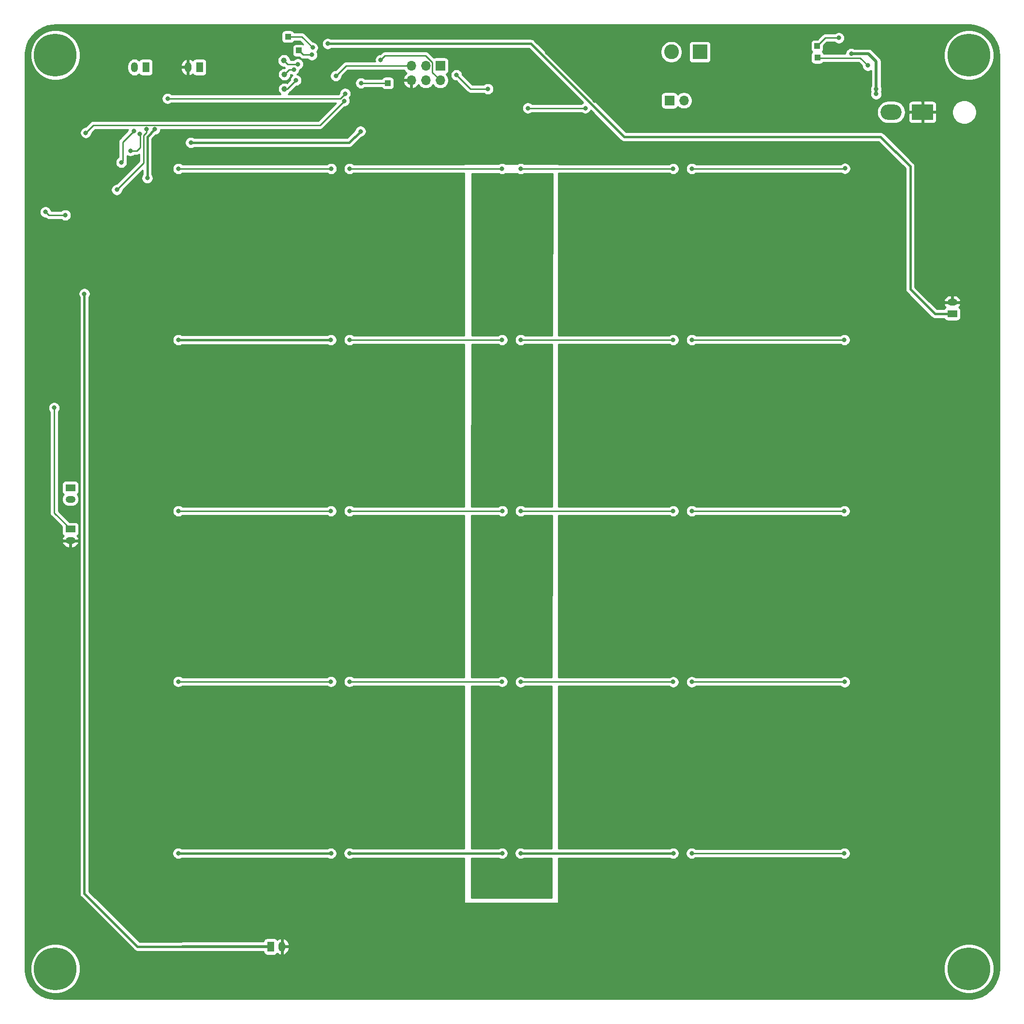
<source format=gbr>
G04 #@! TF.GenerationSoftware,KiCad,Pcbnew,(5.1.6)-1*
G04 #@! TF.CreationDate,2020-11-12T22:36:03-06:00*
G04 #@! TF.ProjectId,ddr-arrow-controller,6464722d-6172-4726-9f77-2d636f6e7472,rev?*
G04 #@! TF.SameCoordinates,Original*
G04 #@! TF.FileFunction,Copper,L2,Bot*
G04 #@! TF.FilePolarity,Positive*
%FSLAX46Y46*%
G04 Gerber Fmt 4.6, Leading zero omitted, Abs format (unit mm)*
G04 Created by KiCad (PCBNEW (5.1.6)-1) date 2020-11-12 22:36:03*
%MOMM*%
%LPD*%
G01*
G04 APERTURE LIST*
G04 #@! TA.AperFunction,ComponentPad*
%ADD10O,3.700000X2.700000*%
G04 #@! TD*
G04 #@! TA.AperFunction,ComponentPad*
%ADD11R,3.700000X2.700000*%
G04 #@! TD*
G04 #@! TA.AperFunction,ComponentPad*
%ADD12O,1.750000X1.200000*%
G04 #@! TD*
G04 #@! TA.AperFunction,ComponentPad*
%ADD13R,1.750000X1.200000*%
G04 #@! TD*
G04 #@! TA.AperFunction,ComponentPad*
%ADD14O,1.200000X1.750000*%
G04 #@! TD*
G04 #@! TA.AperFunction,ComponentPad*
%ADD15R,1.200000X1.750000*%
G04 #@! TD*
G04 #@! TA.AperFunction,SMDPad,CuDef*
%ADD16C,1.000000*%
G04 #@! TD*
G04 #@! TA.AperFunction,SMDPad,CuDef*
%ADD17R,1.000000X1.000000*%
G04 #@! TD*
G04 #@! TA.AperFunction,ComponentPad*
%ADD18C,2.600000*%
G04 #@! TD*
G04 #@! TA.AperFunction,ComponentPad*
%ADD19R,2.600000X2.600000*%
G04 #@! TD*
G04 #@! TA.AperFunction,ComponentPad*
%ADD20O,1.700000X1.700000*%
G04 #@! TD*
G04 #@! TA.AperFunction,ComponentPad*
%ADD21R,1.700000X1.700000*%
G04 #@! TD*
G04 #@! TA.AperFunction,ComponentPad*
%ADD22C,7.500000*%
G04 #@! TD*
G04 #@! TA.AperFunction,ViaPad*
%ADD23C,0.800000*%
G04 #@! TD*
G04 #@! TA.AperFunction,Conductor*
%ADD24C,0.500000*%
G04 #@! TD*
G04 #@! TA.AperFunction,Conductor*
%ADD25C,0.250000*%
G04 #@! TD*
G04 #@! TA.AperFunction,Conductor*
%ADD26C,0.400000*%
G04 #@! TD*
G04 #@! TA.AperFunction,Conductor*
%ADD27C,0.254000*%
G04 #@! TD*
G04 APERTURE END LIST*
D10*
X152361000Y-16002000D03*
D11*
X157861000Y-16002000D03*
D12*
X8636000Y-83788000D03*
D13*
X8636000Y-81788000D03*
D14*
X19844000Y-8128000D03*
D15*
X21844000Y-8128000D03*
D12*
X8636000Y-91027000D03*
D13*
X8636000Y-89027000D03*
D14*
X45688000Y-162125660D03*
D15*
X43688000Y-162125660D03*
D12*
X163068000Y-49308000D03*
D13*
X163068000Y-51308000D03*
D14*
X29242000Y-8128000D03*
D15*
X31242000Y-8128000D03*
D16*
X46101000Y-11938000D03*
D17*
X48641000Y-5207000D03*
X46736000Y-2794000D03*
D16*
X46101000Y-9398000D03*
X46024800Y-6959600D03*
D17*
X139395200Y-4419600D03*
X139446000Y-6451600D03*
X64218820Y-10911840D03*
D18*
X113872000Y-5461000D03*
D19*
X118872000Y-5461000D03*
D20*
X116078000Y-13970000D03*
D21*
X113538000Y-13970000D03*
D20*
X68326000Y-10414000D03*
X68326000Y-7874000D03*
X70866000Y-10414000D03*
X70866000Y-7874000D03*
X73406000Y-10414000D03*
D21*
X73406000Y-7874000D03*
D22*
X166000000Y-166000000D03*
X6000000Y-166000000D03*
X6000000Y-6000000D03*
X166000000Y-6000000D03*
D23*
X146067600Y-9011200D03*
X146067600Y-8171200D03*
X145237600Y-9011200D03*
X145237600Y-8171200D03*
X92125800Y-5588000D03*
X100431600Y-13970000D03*
X106172000Y-9906000D03*
X145821400Y-144703800D03*
X145821400Y-84709000D03*
X145796000Y-114579400D03*
X144223740Y-14932660D03*
X145188940Y-14932660D03*
X145186400Y-15849600D03*
X144221200Y-15849600D03*
X144221200Y-16764000D03*
X145186400Y-16764000D03*
X144221200Y-17678400D03*
X145186400Y-17678400D03*
X89662000Y-22860000D03*
X60350400Y-6146800D03*
X27178000Y-14782800D03*
X25857200Y-51612800D03*
X25908000Y-81788000D03*
X25908000Y-111810800D03*
X25908000Y-141986000D03*
X27533600Y-25908000D03*
X54305200Y-25908000D03*
X57505600Y-25908000D03*
X84226400Y-25908000D03*
X87477600Y-25908000D03*
X114198400Y-25908000D03*
X117449600Y-25908000D03*
X144272000Y-25857200D03*
X117449600Y-55880000D03*
X144170400Y-55880000D03*
X57505600Y-85852000D03*
X84277200Y-85852000D03*
X117449600Y-85852000D03*
X144170400Y-85852000D03*
X27533600Y-85852000D03*
X54254400Y-85852000D03*
X87477600Y-85852000D03*
X114198400Y-85852000D03*
X27533600Y-115722400D03*
X54254400Y-115722400D03*
X87477600Y-115773200D03*
X114198400Y-115773200D03*
X27525980Y-145798540D03*
X54269640Y-145801080D03*
X87462360Y-145793460D03*
X114223800Y-145793460D03*
X5791200Y-67767200D03*
X11074400Y-47802800D03*
X53692998Y-4013200D03*
X51054000Y-4699000D03*
X50927000Y-5969000D03*
X7747220Y-34036000D03*
X4267200Y-33477200D03*
X145382060Y-5774355D03*
X149733000Y-12827000D03*
X149733000Y-11976100D03*
X11328400Y-19608800D03*
X56591200Y-14020800D03*
X19734377Y-19268625D03*
X17560410Y-24799410D03*
X19151600Y-22758400D03*
X20773468Y-19789345D03*
X29718000Y-21336000D03*
X59436000Y-19354800D03*
X48133000Y-10414000D03*
X148285200Y-7823200D03*
X143205200Y-2997200D03*
X56743600Y-12750800D03*
X25654000Y-13614400D03*
X59524900Y-10911840D03*
X21945600Y-18999199D03*
X16764000Y-29591000D03*
X76250800Y-9499600D03*
X81762600Y-11938000D03*
X55118000Y-9652000D03*
X48463200Y-7583000D03*
X47752000Y-8534400D03*
X27533600Y-55880000D03*
X54254400Y-55880000D03*
X57505600Y-55880000D03*
X84226400Y-55880000D03*
X87477600Y-55880000D03*
X114198400Y-55880000D03*
X57505600Y-115722400D03*
X84226400Y-115722400D03*
X117449600Y-115773200D03*
X144221200Y-115773200D03*
X57485280Y-145783300D03*
X84251800Y-145785840D03*
X117431820Y-145798540D03*
X144170400Y-145796000D03*
X62973858Y-6839858D03*
X85877400Y-30149800D03*
X85852000Y-60071000D03*
X85877400Y-90068400D03*
X85877400Y-119964200D03*
X85877400Y-149910800D03*
X22098000Y-27533600D03*
X23418800Y-18999200D03*
X98806000Y-15290800D03*
X88747600Y-15290800D03*
D24*
X100431600Y-13970000D02*
X92125800Y-5664200D01*
X92125800Y-5664200D02*
X92125800Y-5588000D01*
X102108000Y-13970000D02*
X106172000Y-9906000D01*
X100431600Y-13970000D02*
X102108000Y-13970000D01*
D25*
X27533600Y-25908000D02*
X54305200Y-25908000D01*
X57505600Y-25908000D02*
X84226400Y-25908000D01*
X87477600Y-25908000D02*
X114198400Y-25908000D01*
X117449600Y-25908000D02*
X144221200Y-25908000D01*
X144221200Y-25908000D02*
X144272000Y-25857200D01*
X117449600Y-55880000D02*
X144170400Y-55880000D01*
X57505600Y-85852000D02*
X84277200Y-85852000D01*
X117449600Y-85852000D02*
X144170400Y-85852000D01*
X27533600Y-85852000D02*
X54254400Y-85852000D01*
X87477600Y-85852000D02*
X114198400Y-85852000D01*
X27533600Y-115722400D02*
X54254400Y-115722400D01*
X87477600Y-115773200D02*
X114198400Y-115773200D01*
D26*
X27525980Y-145798540D02*
X54267100Y-145798540D01*
X54267100Y-145798540D02*
X54269640Y-145801080D01*
X87462360Y-145793460D02*
X114223800Y-145793460D01*
X114223800Y-145793460D02*
X114223800Y-145793460D01*
D25*
X5791200Y-86182200D02*
X8636000Y-89027000D01*
X5791200Y-67767200D02*
X5791200Y-86182200D01*
D24*
X28229560Y-162125660D02*
X43688000Y-162125660D01*
D26*
X28229560Y-162125660D02*
X20393660Y-162125660D01*
X20393660Y-162125660D02*
X11074400Y-152806400D01*
X11074400Y-152806400D02*
X11074400Y-47802800D01*
X163068000Y-51308000D02*
X160020000Y-51308000D01*
X155702000Y-25501600D02*
X155702000Y-46990000D01*
X155702000Y-46990000D02*
X160020000Y-51308000D01*
X89290798Y-4013200D02*
X105597598Y-20320000D01*
X53692998Y-4013200D02*
X89290798Y-4013200D01*
X150520400Y-20320000D02*
X155702000Y-25501600D01*
X105597598Y-20320000D02*
X150520400Y-20320000D01*
D25*
X49149000Y-2794000D02*
X46736000Y-2794000D01*
X51054000Y-4699000D02*
X49149000Y-2794000D01*
X49403000Y-5969000D02*
X48641000Y-5207000D01*
X50927000Y-5969000D02*
X49403000Y-5969000D01*
X7747220Y-34036000D02*
X4826000Y-34036000D01*
X4826000Y-34036000D02*
X4267200Y-33477200D01*
D24*
X145382060Y-5774355D02*
X147887355Y-5774355D01*
X147887355Y-5774355D02*
X148395355Y-5774355D01*
X148395355Y-5774355D02*
X149733000Y-7112000D01*
X149733000Y-7112000D02*
X149733000Y-11976100D01*
X149733000Y-11976100D02*
X149733000Y-12827000D01*
D25*
X12663001Y-18274199D02*
X11328400Y-19608800D01*
X38035399Y-18274199D02*
X12663001Y-18274199D01*
X52337801Y-18274199D02*
X38035399Y-18274199D01*
X56591200Y-14020800D02*
X52337801Y-18274199D01*
X19734377Y-19268625D02*
X17780000Y-21223002D01*
X17780000Y-21223002D02*
X17780000Y-24579820D01*
X17780000Y-24579820D02*
X17560410Y-24799410D01*
X20828000Y-19812000D02*
X20828000Y-22199600D01*
X20828000Y-22199600D02*
X20269200Y-22758400D01*
X20269200Y-22758400D02*
X19151600Y-22758400D01*
D26*
X29718000Y-21336000D02*
X57454800Y-21336000D01*
X57454800Y-21336000D02*
X59436000Y-19354800D01*
D25*
X46609000Y-11938000D02*
X46101000Y-11938000D01*
X48133000Y-10414000D02*
X46609000Y-11938000D01*
X139493756Y-6499356D02*
X139446000Y-6451600D01*
X146961356Y-6499356D02*
X139493756Y-6499356D01*
X148285200Y-7823200D02*
X146961356Y-6499356D01*
X140817600Y-2997200D02*
X139395200Y-4419600D01*
X143205200Y-2997200D02*
X140817600Y-2997200D01*
X56743600Y-12750800D02*
X55880000Y-13614400D01*
X55880000Y-13614400D02*
X25654000Y-13614400D01*
X59524900Y-10911840D02*
X63037720Y-10911840D01*
X63037720Y-10911840D02*
X64218820Y-10911840D01*
X21442990Y-20067494D02*
X21442990Y-24835810D01*
X21945600Y-19564884D02*
X21442990Y-20067494D01*
X21945600Y-18999199D02*
X21945600Y-19564884D01*
X21442990Y-24835810D02*
X21442990Y-24912010D01*
X21442990Y-24912010D02*
X16764000Y-29591000D01*
X78689200Y-11938000D02*
X81762600Y-11938000D01*
X76250800Y-9499600D02*
X78689200Y-11938000D01*
X68326000Y-7874000D02*
X56896000Y-7874000D01*
X56896000Y-7874000D02*
X55118000Y-9652000D01*
X46648200Y-7583000D02*
X46024800Y-6959600D01*
X48463200Y-7583000D02*
X46648200Y-7583000D01*
X46964600Y-8534400D02*
X46101000Y-9398000D01*
X47752000Y-8534400D02*
X46964600Y-8534400D01*
D26*
X27533600Y-55880000D02*
X54254400Y-55880000D01*
D25*
X57505600Y-55880000D02*
X84226400Y-55880000D01*
X87477600Y-55880000D02*
X114198400Y-55880000D01*
X57505600Y-115722400D02*
X84226400Y-115722400D01*
X117449600Y-115773200D02*
X144221200Y-115773200D01*
D26*
X57485280Y-145783300D02*
X84249260Y-145783300D01*
X84249260Y-145783300D02*
X84251800Y-145785840D01*
D25*
X117431820Y-145798540D02*
X144167860Y-145798540D01*
X144167860Y-145798540D02*
X144170400Y-145796000D01*
X72041001Y-7309999D02*
X70827002Y-6096000D01*
X73406000Y-10414000D02*
X72041001Y-9049001D01*
X72041001Y-9049001D02*
X72041001Y-7309999D01*
X70827002Y-6096000D02*
X63717716Y-6096000D01*
X63717716Y-6096000D02*
X62973858Y-6839858D01*
D26*
X22098000Y-27533600D02*
X22098000Y-20320000D01*
X22098000Y-20320000D02*
X23418800Y-18999200D01*
D25*
X98806000Y-15290800D02*
X88747600Y-15290800D01*
D27*
G36*
X83736144Y-26825205D02*
G01*
X83924502Y-26903226D01*
X84124461Y-26943000D01*
X84328339Y-26943000D01*
X84528298Y-26903226D01*
X84716656Y-26825205D01*
X84758868Y-26797000D01*
X86945132Y-26797000D01*
X86987344Y-26825205D01*
X87175702Y-26903226D01*
X87375661Y-26943000D01*
X87579539Y-26943000D01*
X87779498Y-26903226D01*
X87967856Y-26825205D01*
X88010068Y-26797000D01*
X93052760Y-26797000D01*
X93021626Y-55120000D01*
X88181311Y-55120000D01*
X88137374Y-55076063D01*
X87967856Y-54962795D01*
X87779498Y-54884774D01*
X87579539Y-54845000D01*
X87375661Y-54845000D01*
X87175702Y-54884774D01*
X86987344Y-54962795D01*
X86817826Y-55076063D01*
X86673663Y-55220226D01*
X86560395Y-55389744D01*
X86482374Y-55578102D01*
X86442600Y-55778061D01*
X86442600Y-55981939D01*
X86482374Y-56181898D01*
X86560395Y-56370256D01*
X86673663Y-56539774D01*
X86817826Y-56683937D01*
X86987344Y-56797205D01*
X87175702Y-56875226D01*
X87375661Y-56915000D01*
X87579539Y-56915000D01*
X87779498Y-56875226D01*
X87967856Y-56797205D01*
X88137374Y-56683937D01*
X88181311Y-56640000D01*
X93019955Y-56640000D01*
X92988679Y-85092000D01*
X88181311Y-85092000D01*
X88137374Y-85048063D01*
X87967856Y-84934795D01*
X87779498Y-84856774D01*
X87579539Y-84817000D01*
X87375661Y-84817000D01*
X87175702Y-84856774D01*
X86987344Y-84934795D01*
X86817826Y-85048063D01*
X86673663Y-85192226D01*
X86560395Y-85361744D01*
X86482374Y-85550102D01*
X86442600Y-85750061D01*
X86442600Y-85953939D01*
X86482374Y-86153898D01*
X86560395Y-86342256D01*
X86673663Y-86511774D01*
X86817826Y-86655937D01*
X86987344Y-86769205D01*
X87175702Y-86847226D01*
X87375661Y-86887000D01*
X87579539Y-86887000D01*
X87779498Y-86847226D01*
X87967856Y-86769205D01*
X88137374Y-86655937D01*
X88181311Y-86612000D01*
X92987009Y-86612000D01*
X92955789Y-115013200D01*
X88181311Y-115013200D01*
X88137374Y-114969263D01*
X87967856Y-114855995D01*
X87779498Y-114777974D01*
X87579539Y-114738200D01*
X87375661Y-114738200D01*
X87175702Y-114777974D01*
X86987344Y-114855995D01*
X86817826Y-114969263D01*
X86673663Y-115113426D01*
X86560395Y-115282944D01*
X86482374Y-115471302D01*
X86442600Y-115671261D01*
X86442600Y-115875139D01*
X86482374Y-116075098D01*
X86560395Y-116263456D01*
X86673663Y-116432974D01*
X86817826Y-116577137D01*
X86987344Y-116690405D01*
X87175702Y-116768426D01*
X87375661Y-116808200D01*
X87579539Y-116808200D01*
X87779498Y-116768426D01*
X87967856Y-116690405D01*
X88137374Y-116577137D01*
X88181311Y-116533200D01*
X92954118Y-116533200D01*
X92922871Y-144958460D01*
X88075645Y-144958460D01*
X87952616Y-144876255D01*
X87764258Y-144798234D01*
X87564299Y-144758460D01*
X87360421Y-144758460D01*
X87160462Y-144798234D01*
X86972104Y-144876255D01*
X86802586Y-144989523D01*
X86658423Y-145133686D01*
X86545155Y-145303204D01*
X86467134Y-145491562D01*
X86427360Y-145691521D01*
X86427360Y-145895399D01*
X86467134Y-146095358D01*
X86545155Y-146283716D01*
X86658423Y-146453234D01*
X86802586Y-146597397D01*
X86972104Y-146710665D01*
X87160462Y-146788686D01*
X87360421Y-146828460D01*
X87564299Y-146828460D01*
X87764258Y-146788686D01*
X87952616Y-146710665D01*
X88075645Y-146628460D01*
X92921036Y-146628460D01*
X92913340Y-153629248D01*
X78829027Y-153616773D01*
X78836021Y-146618300D01*
X83634714Y-146618300D01*
X83761544Y-146703045D01*
X83949902Y-146781066D01*
X84149861Y-146820840D01*
X84353739Y-146820840D01*
X84553698Y-146781066D01*
X84742056Y-146703045D01*
X84911574Y-146589777D01*
X85055737Y-146445614D01*
X85169005Y-146276096D01*
X85247026Y-146087738D01*
X85286800Y-145887779D01*
X85286800Y-145683901D01*
X85247026Y-145483942D01*
X85169005Y-145295584D01*
X85055737Y-145126066D01*
X84911574Y-144981903D01*
X84742056Y-144868635D01*
X84553698Y-144790614D01*
X84353739Y-144750840D01*
X84149861Y-144750840D01*
X83949902Y-144790614D01*
X83761544Y-144868635D01*
X83642317Y-144948300D01*
X78837690Y-144948300D01*
X78866140Y-116482400D01*
X83522689Y-116482400D01*
X83566626Y-116526337D01*
X83736144Y-116639605D01*
X83924502Y-116717626D01*
X84124461Y-116757400D01*
X84328339Y-116757400D01*
X84528298Y-116717626D01*
X84716656Y-116639605D01*
X84886174Y-116526337D01*
X85030337Y-116382174D01*
X85143605Y-116212656D01*
X85221626Y-116024298D01*
X85261400Y-115824339D01*
X85261400Y-115620461D01*
X85221626Y-115420502D01*
X85143605Y-115232144D01*
X85030337Y-115062626D01*
X84886174Y-114918463D01*
X84716656Y-114805195D01*
X84528298Y-114727174D01*
X84328339Y-114687400D01*
X84124461Y-114687400D01*
X83924502Y-114727174D01*
X83736144Y-114805195D01*
X83566626Y-114918463D01*
X83522689Y-114962400D01*
X78867659Y-114962400D01*
X78895993Y-86612000D01*
X83573489Y-86612000D01*
X83617426Y-86655937D01*
X83786944Y-86769205D01*
X83975302Y-86847226D01*
X84175261Y-86887000D01*
X84379139Y-86887000D01*
X84579098Y-86847226D01*
X84767456Y-86769205D01*
X84936974Y-86655937D01*
X85081137Y-86511774D01*
X85194405Y-86342256D01*
X85272426Y-86153898D01*
X85312200Y-85953939D01*
X85312200Y-85750061D01*
X85272426Y-85550102D01*
X85194405Y-85361744D01*
X85081137Y-85192226D01*
X84936974Y-85048063D01*
X84767456Y-84934795D01*
X84579098Y-84856774D01*
X84379139Y-84817000D01*
X84175261Y-84817000D01*
X83975302Y-84856774D01*
X83786944Y-84934795D01*
X83617426Y-85048063D01*
X83573489Y-85092000D01*
X78897512Y-85092000D01*
X78925947Y-56640000D01*
X83522689Y-56640000D01*
X83566626Y-56683937D01*
X83736144Y-56797205D01*
X83924502Y-56875226D01*
X84124461Y-56915000D01*
X84328339Y-56915000D01*
X84528298Y-56875226D01*
X84716656Y-56797205D01*
X84886174Y-56683937D01*
X85030337Y-56539774D01*
X85143605Y-56370256D01*
X85221626Y-56181898D01*
X85261400Y-55981939D01*
X85261400Y-55778061D01*
X85221626Y-55578102D01*
X85143605Y-55389744D01*
X85030337Y-55220226D01*
X84886174Y-55076063D01*
X84716656Y-54962795D01*
X84528298Y-54884774D01*
X84328339Y-54845000D01*
X84124461Y-54845000D01*
X83924502Y-54884774D01*
X83736144Y-54962795D01*
X83566626Y-55076063D01*
X83522689Y-55120000D01*
X78927466Y-55120000D01*
X78955773Y-26797000D01*
X83693932Y-26797000D01*
X83736144Y-26825205D01*
G37*
X83736144Y-26825205D02*
X83924502Y-26903226D01*
X84124461Y-26943000D01*
X84328339Y-26943000D01*
X84528298Y-26903226D01*
X84716656Y-26825205D01*
X84758868Y-26797000D01*
X86945132Y-26797000D01*
X86987344Y-26825205D01*
X87175702Y-26903226D01*
X87375661Y-26943000D01*
X87579539Y-26943000D01*
X87779498Y-26903226D01*
X87967856Y-26825205D01*
X88010068Y-26797000D01*
X93052760Y-26797000D01*
X93021626Y-55120000D01*
X88181311Y-55120000D01*
X88137374Y-55076063D01*
X87967856Y-54962795D01*
X87779498Y-54884774D01*
X87579539Y-54845000D01*
X87375661Y-54845000D01*
X87175702Y-54884774D01*
X86987344Y-54962795D01*
X86817826Y-55076063D01*
X86673663Y-55220226D01*
X86560395Y-55389744D01*
X86482374Y-55578102D01*
X86442600Y-55778061D01*
X86442600Y-55981939D01*
X86482374Y-56181898D01*
X86560395Y-56370256D01*
X86673663Y-56539774D01*
X86817826Y-56683937D01*
X86987344Y-56797205D01*
X87175702Y-56875226D01*
X87375661Y-56915000D01*
X87579539Y-56915000D01*
X87779498Y-56875226D01*
X87967856Y-56797205D01*
X88137374Y-56683937D01*
X88181311Y-56640000D01*
X93019955Y-56640000D01*
X92988679Y-85092000D01*
X88181311Y-85092000D01*
X88137374Y-85048063D01*
X87967856Y-84934795D01*
X87779498Y-84856774D01*
X87579539Y-84817000D01*
X87375661Y-84817000D01*
X87175702Y-84856774D01*
X86987344Y-84934795D01*
X86817826Y-85048063D01*
X86673663Y-85192226D01*
X86560395Y-85361744D01*
X86482374Y-85550102D01*
X86442600Y-85750061D01*
X86442600Y-85953939D01*
X86482374Y-86153898D01*
X86560395Y-86342256D01*
X86673663Y-86511774D01*
X86817826Y-86655937D01*
X86987344Y-86769205D01*
X87175702Y-86847226D01*
X87375661Y-86887000D01*
X87579539Y-86887000D01*
X87779498Y-86847226D01*
X87967856Y-86769205D01*
X88137374Y-86655937D01*
X88181311Y-86612000D01*
X92987009Y-86612000D01*
X92955789Y-115013200D01*
X88181311Y-115013200D01*
X88137374Y-114969263D01*
X87967856Y-114855995D01*
X87779498Y-114777974D01*
X87579539Y-114738200D01*
X87375661Y-114738200D01*
X87175702Y-114777974D01*
X86987344Y-114855995D01*
X86817826Y-114969263D01*
X86673663Y-115113426D01*
X86560395Y-115282944D01*
X86482374Y-115471302D01*
X86442600Y-115671261D01*
X86442600Y-115875139D01*
X86482374Y-116075098D01*
X86560395Y-116263456D01*
X86673663Y-116432974D01*
X86817826Y-116577137D01*
X86987344Y-116690405D01*
X87175702Y-116768426D01*
X87375661Y-116808200D01*
X87579539Y-116808200D01*
X87779498Y-116768426D01*
X87967856Y-116690405D01*
X88137374Y-116577137D01*
X88181311Y-116533200D01*
X92954118Y-116533200D01*
X92922871Y-144958460D01*
X88075645Y-144958460D01*
X87952616Y-144876255D01*
X87764258Y-144798234D01*
X87564299Y-144758460D01*
X87360421Y-144758460D01*
X87160462Y-144798234D01*
X86972104Y-144876255D01*
X86802586Y-144989523D01*
X86658423Y-145133686D01*
X86545155Y-145303204D01*
X86467134Y-145491562D01*
X86427360Y-145691521D01*
X86427360Y-145895399D01*
X86467134Y-146095358D01*
X86545155Y-146283716D01*
X86658423Y-146453234D01*
X86802586Y-146597397D01*
X86972104Y-146710665D01*
X87160462Y-146788686D01*
X87360421Y-146828460D01*
X87564299Y-146828460D01*
X87764258Y-146788686D01*
X87952616Y-146710665D01*
X88075645Y-146628460D01*
X92921036Y-146628460D01*
X92913340Y-153629248D01*
X78829027Y-153616773D01*
X78836021Y-146618300D01*
X83634714Y-146618300D01*
X83761544Y-146703045D01*
X83949902Y-146781066D01*
X84149861Y-146820840D01*
X84353739Y-146820840D01*
X84553698Y-146781066D01*
X84742056Y-146703045D01*
X84911574Y-146589777D01*
X85055737Y-146445614D01*
X85169005Y-146276096D01*
X85247026Y-146087738D01*
X85286800Y-145887779D01*
X85286800Y-145683901D01*
X85247026Y-145483942D01*
X85169005Y-145295584D01*
X85055737Y-145126066D01*
X84911574Y-144981903D01*
X84742056Y-144868635D01*
X84553698Y-144790614D01*
X84353739Y-144750840D01*
X84149861Y-144750840D01*
X83949902Y-144790614D01*
X83761544Y-144868635D01*
X83642317Y-144948300D01*
X78837690Y-144948300D01*
X78866140Y-116482400D01*
X83522689Y-116482400D01*
X83566626Y-116526337D01*
X83736144Y-116639605D01*
X83924502Y-116717626D01*
X84124461Y-116757400D01*
X84328339Y-116757400D01*
X84528298Y-116717626D01*
X84716656Y-116639605D01*
X84886174Y-116526337D01*
X85030337Y-116382174D01*
X85143605Y-116212656D01*
X85221626Y-116024298D01*
X85261400Y-115824339D01*
X85261400Y-115620461D01*
X85221626Y-115420502D01*
X85143605Y-115232144D01*
X85030337Y-115062626D01*
X84886174Y-114918463D01*
X84716656Y-114805195D01*
X84528298Y-114727174D01*
X84328339Y-114687400D01*
X84124461Y-114687400D01*
X83924502Y-114727174D01*
X83736144Y-114805195D01*
X83566626Y-114918463D01*
X83522689Y-114962400D01*
X78867659Y-114962400D01*
X78895993Y-86612000D01*
X83573489Y-86612000D01*
X83617426Y-86655937D01*
X83786944Y-86769205D01*
X83975302Y-86847226D01*
X84175261Y-86887000D01*
X84379139Y-86887000D01*
X84579098Y-86847226D01*
X84767456Y-86769205D01*
X84936974Y-86655937D01*
X85081137Y-86511774D01*
X85194405Y-86342256D01*
X85272426Y-86153898D01*
X85312200Y-85953939D01*
X85312200Y-85750061D01*
X85272426Y-85550102D01*
X85194405Y-85361744D01*
X85081137Y-85192226D01*
X84936974Y-85048063D01*
X84767456Y-84934795D01*
X84579098Y-84856774D01*
X84379139Y-84817000D01*
X84175261Y-84817000D01*
X83975302Y-84856774D01*
X83786944Y-84934795D01*
X83617426Y-85048063D01*
X83573489Y-85092000D01*
X78897512Y-85092000D01*
X78925947Y-56640000D01*
X83522689Y-56640000D01*
X83566626Y-56683937D01*
X83736144Y-56797205D01*
X83924502Y-56875226D01*
X84124461Y-56915000D01*
X84328339Y-56915000D01*
X84528298Y-56875226D01*
X84716656Y-56797205D01*
X84886174Y-56683937D01*
X85030337Y-56539774D01*
X85143605Y-56370256D01*
X85221626Y-56181898D01*
X85261400Y-55981939D01*
X85261400Y-55778061D01*
X85221626Y-55578102D01*
X85143605Y-55389744D01*
X85030337Y-55220226D01*
X84886174Y-55076063D01*
X84716656Y-54962795D01*
X84528298Y-54884774D01*
X84328339Y-54845000D01*
X84124461Y-54845000D01*
X83924502Y-54884774D01*
X83736144Y-54962795D01*
X83566626Y-55076063D01*
X83522689Y-55120000D01*
X78927466Y-55120000D01*
X78955773Y-26797000D01*
X83693932Y-26797000D01*
X83736144Y-26825205D01*
G36*
X77597000Y-3178200D02*
G01*
X54306283Y-3178200D01*
X54183254Y-3095995D01*
X53994896Y-3017974D01*
X53794937Y-2978200D01*
X53591059Y-2978200D01*
X53391100Y-3017974D01*
X53202742Y-3095995D01*
X53033224Y-3209263D01*
X52889061Y-3353426D01*
X52775793Y-3522944D01*
X52697772Y-3711302D01*
X52657998Y-3911261D01*
X52657998Y-4115139D01*
X52697772Y-4315098D01*
X52775793Y-4503456D01*
X52889061Y-4672974D01*
X53033224Y-4817137D01*
X53202742Y-4930405D01*
X53391100Y-5008426D01*
X53591059Y-5048200D01*
X53794937Y-5048200D01*
X53994896Y-5008426D01*
X54183254Y-4930405D01*
X54306283Y-4848200D01*
X77597000Y-4848200D01*
X77597000Y-9770999D01*
X77285800Y-9459799D01*
X77285800Y-9397661D01*
X77246026Y-9197702D01*
X77168005Y-9009344D01*
X77054737Y-8839826D01*
X76910574Y-8695663D01*
X76741056Y-8582395D01*
X76552698Y-8504374D01*
X76352739Y-8464600D01*
X76148861Y-8464600D01*
X75948902Y-8504374D01*
X75760544Y-8582395D01*
X75591026Y-8695663D01*
X75446863Y-8839826D01*
X75333595Y-9009344D01*
X75255574Y-9197702D01*
X75215800Y-9397661D01*
X75215800Y-9601539D01*
X75255574Y-9801498D01*
X75333595Y-9989856D01*
X75446863Y-10159374D01*
X75591026Y-10303537D01*
X75760544Y-10416805D01*
X75948902Y-10494826D01*
X76148861Y-10534600D01*
X76210999Y-10534600D01*
X77597000Y-11920602D01*
X77597000Y-25148000D01*
X58209311Y-25148000D01*
X58165374Y-25104063D01*
X57995856Y-24990795D01*
X57807498Y-24912774D01*
X57607539Y-24873000D01*
X57403661Y-24873000D01*
X57203702Y-24912774D01*
X57015344Y-24990795D01*
X56845826Y-25104063D01*
X56701663Y-25248226D01*
X56588395Y-25417744D01*
X56510374Y-25606102D01*
X56470600Y-25806061D01*
X56470600Y-26009939D01*
X56510374Y-26209898D01*
X56588395Y-26398256D01*
X56701663Y-26567774D01*
X56845826Y-26711937D01*
X57015344Y-26825205D01*
X57203702Y-26903226D01*
X57403661Y-26943000D01*
X57607539Y-26943000D01*
X57807498Y-26903226D01*
X57995856Y-26825205D01*
X58165374Y-26711937D01*
X58209311Y-26668000D01*
X77597000Y-26668000D01*
X77597000Y-55120000D01*
X58209311Y-55120000D01*
X58165374Y-55076063D01*
X57995856Y-54962795D01*
X57807498Y-54884774D01*
X57607539Y-54845000D01*
X57403661Y-54845000D01*
X57203702Y-54884774D01*
X57015344Y-54962795D01*
X56845826Y-55076063D01*
X56701663Y-55220226D01*
X56588395Y-55389744D01*
X56510374Y-55578102D01*
X56470600Y-55778061D01*
X56470600Y-55981939D01*
X56510374Y-56181898D01*
X56588395Y-56370256D01*
X56701663Y-56539774D01*
X56845826Y-56683937D01*
X57015344Y-56797205D01*
X57203702Y-56875226D01*
X57403661Y-56915000D01*
X57607539Y-56915000D01*
X57807498Y-56875226D01*
X57995856Y-56797205D01*
X58165374Y-56683937D01*
X58209311Y-56640000D01*
X77597000Y-56640000D01*
X77597000Y-85092000D01*
X58209311Y-85092000D01*
X58165374Y-85048063D01*
X57995856Y-84934795D01*
X57807498Y-84856774D01*
X57607539Y-84817000D01*
X57403661Y-84817000D01*
X57203702Y-84856774D01*
X57015344Y-84934795D01*
X56845826Y-85048063D01*
X56701663Y-85192226D01*
X56588395Y-85361744D01*
X56510374Y-85550102D01*
X56470600Y-85750061D01*
X56470600Y-85953939D01*
X56510374Y-86153898D01*
X56588395Y-86342256D01*
X56701663Y-86511774D01*
X56845826Y-86655937D01*
X57015344Y-86769205D01*
X57203702Y-86847226D01*
X57403661Y-86887000D01*
X57607539Y-86887000D01*
X57807498Y-86847226D01*
X57995856Y-86769205D01*
X58165374Y-86655937D01*
X58209311Y-86612000D01*
X77597000Y-86612000D01*
X77597000Y-114962400D01*
X58209311Y-114962400D01*
X58165374Y-114918463D01*
X57995856Y-114805195D01*
X57807498Y-114727174D01*
X57607539Y-114687400D01*
X57403661Y-114687400D01*
X57203702Y-114727174D01*
X57015344Y-114805195D01*
X56845826Y-114918463D01*
X56701663Y-115062626D01*
X56588395Y-115232144D01*
X56510374Y-115420502D01*
X56470600Y-115620461D01*
X56470600Y-115824339D01*
X56510374Y-116024298D01*
X56588395Y-116212656D01*
X56701663Y-116382174D01*
X56845826Y-116526337D01*
X57015344Y-116639605D01*
X57203702Y-116717626D01*
X57403661Y-116757400D01*
X57607539Y-116757400D01*
X57807498Y-116717626D01*
X57995856Y-116639605D01*
X58165374Y-116526337D01*
X58209311Y-116482400D01*
X77597000Y-116482400D01*
X77597000Y-144948300D01*
X58098565Y-144948300D01*
X57975536Y-144866095D01*
X57787178Y-144788074D01*
X57587219Y-144748300D01*
X57383341Y-144748300D01*
X57183382Y-144788074D01*
X56995024Y-144866095D01*
X56825506Y-144979363D01*
X56681343Y-145123526D01*
X56568075Y-145293044D01*
X56490054Y-145481402D01*
X56450280Y-145681361D01*
X56450280Y-145885239D01*
X56490054Y-146085198D01*
X56568075Y-146273556D01*
X56681343Y-146443074D01*
X56825506Y-146587237D01*
X56995024Y-146700505D01*
X57183382Y-146778526D01*
X57383341Y-146818300D01*
X57587219Y-146818300D01*
X57787178Y-146778526D01*
X57975536Y-146700505D01*
X58098565Y-146618300D01*
X77597000Y-146618300D01*
X77597000Y-171290000D01*
X6029142Y-171290000D01*
X5136394Y-171216603D01*
X4295990Y-171005509D01*
X3501336Y-170659983D01*
X2773794Y-170189315D01*
X2132890Y-169606136D01*
X1595841Y-168926115D01*
X1177068Y-168167507D01*
X887819Y-167350692D01*
X733677Y-166485344D01*
X710000Y-165983265D01*
X710000Y-165568115D01*
X1615000Y-165568115D01*
X1615000Y-166431885D01*
X1783513Y-167279057D01*
X2114064Y-168077076D01*
X2593948Y-168795274D01*
X3204726Y-169406052D01*
X3922924Y-169885936D01*
X4720943Y-170216487D01*
X5568115Y-170385000D01*
X6431885Y-170385000D01*
X7279057Y-170216487D01*
X8077076Y-169885936D01*
X8795274Y-169406052D01*
X9406052Y-168795274D01*
X9885936Y-168077076D01*
X10216487Y-167279057D01*
X10385000Y-166431885D01*
X10385000Y-165568115D01*
X10216487Y-164720943D01*
X9885936Y-163922924D01*
X9406052Y-163204726D01*
X8795274Y-162593948D01*
X8077076Y-162114064D01*
X7279057Y-161783513D01*
X6431885Y-161615000D01*
X5568115Y-161615000D01*
X4720943Y-161783513D01*
X3922924Y-162114064D01*
X3204726Y-162593948D01*
X2593948Y-163204726D01*
X2114064Y-163922924D01*
X1783513Y-164720943D01*
X1615000Y-165568115D01*
X710000Y-165568115D01*
X710000Y-91344609D01*
X7167538Y-91344609D01*
X7171409Y-91382282D01*
X7263579Y-91607533D01*
X7397922Y-91810474D01*
X7569275Y-91983307D01*
X7771054Y-92119390D01*
X7995504Y-92213493D01*
X8234000Y-92262000D01*
X8509000Y-92262000D01*
X8509000Y-91154000D01*
X8763000Y-91154000D01*
X8763000Y-92262000D01*
X9038000Y-92262000D01*
X9276496Y-92213493D01*
X9500946Y-92119390D01*
X9702725Y-91983307D01*
X9874078Y-91810474D01*
X10008421Y-91607533D01*
X10100591Y-91382282D01*
X10104462Y-91344609D01*
X9979731Y-91154000D01*
X8763000Y-91154000D01*
X8509000Y-91154000D01*
X7292269Y-91154000D01*
X7167538Y-91344609D01*
X710000Y-91344609D01*
X710000Y-67665261D01*
X4756200Y-67665261D01*
X4756200Y-67869139D01*
X4795974Y-68069098D01*
X4873995Y-68257456D01*
X4987263Y-68426974D01*
X5031200Y-68470911D01*
X5031201Y-86144867D01*
X5027524Y-86182200D01*
X5042198Y-86331185D01*
X5085654Y-86474446D01*
X5156226Y-86606476D01*
X5227401Y-86693202D01*
X5251200Y-86722201D01*
X5280198Y-86745999D01*
X7122928Y-88588730D01*
X7122928Y-89627000D01*
X7135188Y-89751482D01*
X7171498Y-89871180D01*
X7230463Y-89981494D01*
X7309815Y-90078185D01*
X7406506Y-90157537D01*
X7456618Y-90184323D01*
X7397922Y-90243526D01*
X7263579Y-90446467D01*
X7171409Y-90671718D01*
X7167538Y-90709391D01*
X7292269Y-90900000D01*
X8509000Y-90900000D01*
X8509000Y-90880000D01*
X8763000Y-90880000D01*
X8763000Y-90900000D01*
X9979731Y-90900000D01*
X10104462Y-90709391D01*
X10100591Y-90671718D01*
X10008421Y-90446467D01*
X9874078Y-90243526D01*
X9815382Y-90184323D01*
X9865494Y-90157537D01*
X9962185Y-90078185D01*
X10041537Y-89981494D01*
X10100502Y-89871180D01*
X10136812Y-89751482D01*
X10149072Y-89627000D01*
X10149072Y-88427000D01*
X10136812Y-88302518D01*
X10100502Y-88182820D01*
X10041537Y-88072506D01*
X9962185Y-87975815D01*
X9865494Y-87896463D01*
X9755180Y-87837498D01*
X9635482Y-87801188D01*
X9511000Y-87788928D01*
X8472730Y-87788928D01*
X6551200Y-85867399D01*
X6551200Y-83788000D01*
X7120025Y-83788000D01*
X7143870Y-84030102D01*
X7214489Y-84262901D01*
X7329167Y-84477449D01*
X7483498Y-84665502D01*
X7671551Y-84819833D01*
X7886099Y-84934511D01*
X8118898Y-85005130D01*
X8300335Y-85023000D01*
X8971665Y-85023000D01*
X9153102Y-85005130D01*
X9385901Y-84934511D01*
X9600449Y-84819833D01*
X9788502Y-84665502D01*
X9942833Y-84477449D01*
X10057511Y-84262901D01*
X10128130Y-84030102D01*
X10151975Y-83788000D01*
X10128130Y-83545898D01*
X10057511Y-83313099D01*
X9942833Y-83098551D01*
X9816564Y-82944691D01*
X9865494Y-82918537D01*
X9962185Y-82839185D01*
X10041537Y-82742494D01*
X10100502Y-82632180D01*
X10136812Y-82512482D01*
X10149072Y-82388000D01*
X10149072Y-81188000D01*
X10136812Y-81063518D01*
X10100502Y-80943820D01*
X10041537Y-80833506D01*
X9962185Y-80736815D01*
X9865494Y-80657463D01*
X9755180Y-80598498D01*
X9635482Y-80562188D01*
X9511000Y-80549928D01*
X7761000Y-80549928D01*
X7636518Y-80562188D01*
X7516820Y-80598498D01*
X7406506Y-80657463D01*
X7309815Y-80736815D01*
X7230463Y-80833506D01*
X7171498Y-80943820D01*
X7135188Y-81063518D01*
X7122928Y-81188000D01*
X7122928Y-82388000D01*
X7135188Y-82512482D01*
X7171498Y-82632180D01*
X7230463Y-82742494D01*
X7309815Y-82839185D01*
X7406506Y-82918537D01*
X7455436Y-82944691D01*
X7329167Y-83098551D01*
X7214489Y-83313099D01*
X7143870Y-83545898D01*
X7120025Y-83788000D01*
X6551200Y-83788000D01*
X6551200Y-68470911D01*
X6595137Y-68426974D01*
X6708405Y-68257456D01*
X6786426Y-68069098D01*
X6826200Y-67869139D01*
X6826200Y-67665261D01*
X6786426Y-67465302D01*
X6708405Y-67276944D01*
X6595137Y-67107426D01*
X6450974Y-66963263D01*
X6281456Y-66849995D01*
X6093098Y-66771974D01*
X5893139Y-66732200D01*
X5689261Y-66732200D01*
X5489302Y-66771974D01*
X5300944Y-66849995D01*
X5131426Y-66963263D01*
X4987263Y-67107426D01*
X4873995Y-67276944D01*
X4795974Y-67465302D01*
X4756200Y-67665261D01*
X710000Y-67665261D01*
X710000Y-47700861D01*
X10039400Y-47700861D01*
X10039400Y-47904739D01*
X10079174Y-48104698D01*
X10157195Y-48293056D01*
X10239401Y-48416086D01*
X10239400Y-152765382D01*
X10235360Y-152806400D01*
X10239400Y-152847418D01*
X10251482Y-152970088D01*
X10299228Y-153127486D01*
X10376764Y-153272545D01*
X10481109Y-153399691D01*
X10512979Y-153425846D01*
X19774223Y-162687092D01*
X19800369Y-162718951D01*
X19832228Y-162745097D01*
X19832230Y-162745099D01*
X19927514Y-162823296D01*
X20072573Y-162900832D01*
X20229971Y-162948578D01*
X20393660Y-162964700D01*
X20434678Y-162960660D01*
X27933456Y-162960660D01*
X28056070Y-162997855D01*
X28186083Y-163010660D01*
X42450913Y-163010660D01*
X42462188Y-163125142D01*
X42498498Y-163244840D01*
X42557463Y-163355154D01*
X42636815Y-163451845D01*
X42733506Y-163531197D01*
X42843820Y-163590162D01*
X42963518Y-163626472D01*
X43088000Y-163638732D01*
X44288000Y-163638732D01*
X44412482Y-163626472D01*
X44532180Y-163590162D01*
X44642494Y-163531197D01*
X44739185Y-163451845D01*
X44818537Y-163355154D01*
X44845323Y-163305042D01*
X44904526Y-163363738D01*
X45107467Y-163498081D01*
X45332718Y-163590251D01*
X45370391Y-163594122D01*
X45561000Y-163469391D01*
X45561000Y-162252660D01*
X45815000Y-162252660D01*
X45815000Y-163469391D01*
X46005609Y-163594122D01*
X46043282Y-163590251D01*
X46268533Y-163498081D01*
X46471474Y-163363738D01*
X46644307Y-163192385D01*
X46780390Y-162990606D01*
X46874493Y-162766156D01*
X46923000Y-162527660D01*
X46923000Y-162252660D01*
X45815000Y-162252660D01*
X45561000Y-162252660D01*
X45541000Y-162252660D01*
X45541000Y-161998660D01*
X45561000Y-161998660D01*
X45561000Y-160781929D01*
X45815000Y-160781929D01*
X45815000Y-161998660D01*
X46923000Y-161998660D01*
X46923000Y-161723660D01*
X46874493Y-161485164D01*
X46780390Y-161260714D01*
X46644307Y-161058935D01*
X46471474Y-160887582D01*
X46268533Y-160753239D01*
X46043282Y-160661069D01*
X46005609Y-160657198D01*
X45815000Y-160781929D01*
X45561000Y-160781929D01*
X45370391Y-160657198D01*
X45332718Y-160661069D01*
X45107467Y-160753239D01*
X44904526Y-160887582D01*
X44845323Y-160946278D01*
X44818537Y-160896166D01*
X44739185Y-160799475D01*
X44642494Y-160720123D01*
X44532180Y-160661158D01*
X44412482Y-160624848D01*
X44288000Y-160612588D01*
X43088000Y-160612588D01*
X42963518Y-160624848D01*
X42843820Y-160661158D01*
X42733506Y-160720123D01*
X42636815Y-160799475D01*
X42557463Y-160896166D01*
X42498498Y-161006480D01*
X42462188Y-161126178D01*
X42450913Y-161240660D01*
X28186083Y-161240660D01*
X28056070Y-161253465D01*
X27933456Y-161290660D01*
X20739529Y-161290660D01*
X11909400Y-152460533D01*
X11909400Y-145696601D01*
X26490980Y-145696601D01*
X26490980Y-145900479D01*
X26530754Y-146100438D01*
X26608775Y-146288796D01*
X26722043Y-146458314D01*
X26866206Y-146602477D01*
X27035724Y-146715745D01*
X27224082Y-146793766D01*
X27424041Y-146833540D01*
X27627919Y-146833540D01*
X27827878Y-146793766D01*
X28016236Y-146715745D01*
X28139265Y-146633540D01*
X53652554Y-146633540D01*
X53779384Y-146718285D01*
X53967742Y-146796306D01*
X54167701Y-146836080D01*
X54371579Y-146836080D01*
X54571538Y-146796306D01*
X54759896Y-146718285D01*
X54929414Y-146605017D01*
X55073577Y-146460854D01*
X55186845Y-146291336D01*
X55264866Y-146102978D01*
X55304640Y-145903019D01*
X55304640Y-145699141D01*
X55264866Y-145499182D01*
X55186845Y-145310824D01*
X55073577Y-145141306D01*
X54929414Y-144997143D01*
X54759896Y-144883875D01*
X54571538Y-144805854D01*
X54371579Y-144766080D01*
X54167701Y-144766080D01*
X53967742Y-144805854D01*
X53779384Y-144883875D01*
X53660157Y-144963540D01*
X28139265Y-144963540D01*
X28016236Y-144881335D01*
X27827878Y-144803314D01*
X27627919Y-144763540D01*
X27424041Y-144763540D01*
X27224082Y-144803314D01*
X27035724Y-144881335D01*
X26866206Y-144994603D01*
X26722043Y-145138766D01*
X26608775Y-145308284D01*
X26530754Y-145496642D01*
X26490980Y-145696601D01*
X11909400Y-145696601D01*
X11909400Y-115620461D01*
X26498600Y-115620461D01*
X26498600Y-115824339D01*
X26538374Y-116024298D01*
X26616395Y-116212656D01*
X26729663Y-116382174D01*
X26873826Y-116526337D01*
X27043344Y-116639605D01*
X27231702Y-116717626D01*
X27431661Y-116757400D01*
X27635539Y-116757400D01*
X27835498Y-116717626D01*
X28023856Y-116639605D01*
X28193374Y-116526337D01*
X28237311Y-116482400D01*
X53550689Y-116482400D01*
X53594626Y-116526337D01*
X53764144Y-116639605D01*
X53952502Y-116717626D01*
X54152461Y-116757400D01*
X54356339Y-116757400D01*
X54556298Y-116717626D01*
X54744656Y-116639605D01*
X54914174Y-116526337D01*
X55058337Y-116382174D01*
X55171605Y-116212656D01*
X55249626Y-116024298D01*
X55289400Y-115824339D01*
X55289400Y-115620461D01*
X55249626Y-115420502D01*
X55171605Y-115232144D01*
X55058337Y-115062626D01*
X54914174Y-114918463D01*
X54744656Y-114805195D01*
X54556298Y-114727174D01*
X54356339Y-114687400D01*
X54152461Y-114687400D01*
X53952502Y-114727174D01*
X53764144Y-114805195D01*
X53594626Y-114918463D01*
X53550689Y-114962400D01*
X28237311Y-114962400D01*
X28193374Y-114918463D01*
X28023856Y-114805195D01*
X27835498Y-114727174D01*
X27635539Y-114687400D01*
X27431661Y-114687400D01*
X27231702Y-114727174D01*
X27043344Y-114805195D01*
X26873826Y-114918463D01*
X26729663Y-115062626D01*
X26616395Y-115232144D01*
X26538374Y-115420502D01*
X26498600Y-115620461D01*
X11909400Y-115620461D01*
X11909400Y-85750061D01*
X26498600Y-85750061D01*
X26498600Y-85953939D01*
X26538374Y-86153898D01*
X26616395Y-86342256D01*
X26729663Y-86511774D01*
X26873826Y-86655937D01*
X27043344Y-86769205D01*
X27231702Y-86847226D01*
X27431661Y-86887000D01*
X27635539Y-86887000D01*
X27835498Y-86847226D01*
X28023856Y-86769205D01*
X28193374Y-86655937D01*
X28237311Y-86612000D01*
X53550689Y-86612000D01*
X53594626Y-86655937D01*
X53764144Y-86769205D01*
X53952502Y-86847226D01*
X54152461Y-86887000D01*
X54356339Y-86887000D01*
X54556298Y-86847226D01*
X54744656Y-86769205D01*
X54914174Y-86655937D01*
X55058337Y-86511774D01*
X55171605Y-86342256D01*
X55249626Y-86153898D01*
X55289400Y-85953939D01*
X55289400Y-85750061D01*
X55249626Y-85550102D01*
X55171605Y-85361744D01*
X55058337Y-85192226D01*
X54914174Y-85048063D01*
X54744656Y-84934795D01*
X54556298Y-84856774D01*
X54356339Y-84817000D01*
X54152461Y-84817000D01*
X53952502Y-84856774D01*
X53764144Y-84934795D01*
X53594626Y-85048063D01*
X53550689Y-85092000D01*
X28237311Y-85092000D01*
X28193374Y-85048063D01*
X28023856Y-84934795D01*
X27835498Y-84856774D01*
X27635539Y-84817000D01*
X27431661Y-84817000D01*
X27231702Y-84856774D01*
X27043344Y-84934795D01*
X26873826Y-85048063D01*
X26729663Y-85192226D01*
X26616395Y-85361744D01*
X26538374Y-85550102D01*
X26498600Y-85750061D01*
X11909400Y-85750061D01*
X11909400Y-55778061D01*
X26498600Y-55778061D01*
X26498600Y-55981939D01*
X26538374Y-56181898D01*
X26616395Y-56370256D01*
X26729663Y-56539774D01*
X26873826Y-56683937D01*
X27043344Y-56797205D01*
X27231702Y-56875226D01*
X27431661Y-56915000D01*
X27635539Y-56915000D01*
X27835498Y-56875226D01*
X28023856Y-56797205D01*
X28146885Y-56715000D01*
X53641115Y-56715000D01*
X53764144Y-56797205D01*
X53952502Y-56875226D01*
X54152461Y-56915000D01*
X54356339Y-56915000D01*
X54556298Y-56875226D01*
X54744656Y-56797205D01*
X54914174Y-56683937D01*
X55058337Y-56539774D01*
X55171605Y-56370256D01*
X55249626Y-56181898D01*
X55289400Y-55981939D01*
X55289400Y-55778061D01*
X55249626Y-55578102D01*
X55171605Y-55389744D01*
X55058337Y-55220226D01*
X54914174Y-55076063D01*
X54744656Y-54962795D01*
X54556298Y-54884774D01*
X54356339Y-54845000D01*
X54152461Y-54845000D01*
X53952502Y-54884774D01*
X53764144Y-54962795D01*
X53641115Y-55045000D01*
X28146885Y-55045000D01*
X28023856Y-54962795D01*
X27835498Y-54884774D01*
X27635539Y-54845000D01*
X27431661Y-54845000D01*
X27231702Y-54884774D01*
X27043344Y-54962795D01*
X26873826Y-55076063D01*
X26729663Y-55220226D01*
X26616395Y-55389744D01*
X26538374Y-55578102D01*
X26498600Y-55778061D01*
X11909400Y-55778061D01*
X11909400Y-48416085D01*
X11991605Y-48293056D01*
X12069626Y-48104698D01*
X12109400Y-47904739D01*
X12109400Y-47700861D01*
X12069626Y-47500902D01*
X11991605Y-47312544D01*
X11878337Y-47143026D01*
X11734174Y-46998863D01*
X11564656Y-46885595D01*
X11376298Y-46807574D01*
X11176339Y-46767800D01*
X10972461Y-46767800D01*
X10772502Y-46807574D01*
X10584144Y-46885595D01*
X10414626Y-46998863D01*
X10270463Y-47143026D01*
X10157195Y-47312544D01*
X10079174Y-47500902D01*
X10039400Y-47700861D01*
X710000Y-47700861D01*
X710000Y-33375261D01*
X3232200Y-33375261D01*
X3232200Y-33579139D01*
X3271974Y-33779098D01*
X3349995Y-33967456D01*
X3463263Y-34136974D01*
X3607426Y-34281137D01*
X3776944Y-34394405D01*
X3965302Y-34472426D01*
X4165261Y-34512200D01*
X4227398Y-34512200D01*
X4262200Y-34547002D01*
X4285999Y-34576001D01*
X4314997Y-34599799D01*
X4401724Y-34670974D01*
X4533753Y-34741546D01*
X4677014Y-34785003D01*
X4826000Y-34799677D01*
X4863333Y-34796000D01*
X7043509Y-34796000D01*
X7087446Y-34839937D01*
X7256964Y-34953205D01*
X7445322Y-35031226D01*
X7645281Y-35071000D01*
X7849159Y-35071000D01*
X8049118Y-35031226D01*
X8237476Y-34953205D01*
X8406994Y-34839937D01*
X8551157Y-34695774D01*
X8664425Y-34526256D01*
X8742446Y-34337898D01*
X8782220Y-34137939D01*
X8782220Y-33934061D01*
X8742446Y-33734102D01*
X8664425Y-33545744D01*
X8551157Y-33376226D01*
X8406994Y-33232063D01*
X8237476Y-33118795D01*
X8049118Y-33040774D01*
X7849159Y-33001000D01*
X7645281Y-33001000D01*
X7445322Y-33040774D01*
X7256964Y-33118795D01*
X7087446Y-33232063D01*
X7043509Y-33276000D01*
X5282456Y-33276000D01*
X5262426Y-33175302D01*
X5184405Y-32986944D01*
X5071137Y-32817426D01*
X4926974Y-32673263D01*
X4757456Y-32559995D01*
X4569098Y-32481974D01*
X4369139Y-32442200D01*
X4165261Y-32442200D01*
X3965302Y-32481974D01*
X3776944Y-32559995D01*
X3607426Y-32673263D01*
X3463263Y-32817426D01*
X3349995Y-32986944D01*
X3271974Y-33175302D01*
X3232200Y-33375261D01*
X710000Y-33375261D01*
X710000Y-19506861D01*
X10293400Y-19506861D01*
X10293400Y-19710739D01*
X10333174Y-19910698D01*
X10411195Y-20099056D01*
X10524463Y-20268574D01*
X10668626Y-20412737D01*
X10838144Y-20526005D01*
X11026502Y-20604026D01*
X11226461Y-20643800D01*
X11430339Y-20643800D01*
X11630298Y-20604026D01*
X11818656Y-20526005D01*
X11988174Y-20412737D01*
X12132337Y-20268574D01*
X12245605Y-20099056D01*
X12323626Y-19910698D01*
X12363400Y-19710739D01*
X12363400Y-19648601D01*
X12977803Y-19034199D01*
X18725730Y-19034199D01*
X18699377Y-19166686D01*
X18699377Y-19228823D01*
X17269002Y-20659198D01*
X17239999Y-20683001D01*
X17190998Y-20742709D01*
X17145026Y-20798726D01*
X17083790Y-20913290D01*
X17074454Y-20930756D01*
X17030997Y-21074017D01*
X17020000Y-21185670D01*
X17020000Y-21185680D01*
X17016324Y-21223002D01*
X17020000Y-21260325D01*
X17020001Y-23915716D01*
X16900636Y-23995473D01*
X16756473Y-24139636D01*
X16643205Y-24309154D01*
X16565184Y-24497512D01*
X16525410Y-24697471D01*
X16525410Y-24901349D01*
X16565184Y-25101308D01*
X16643205Y-25289666D01*
X16756473Y-25459184D01*
X16900636Y-25603347D01*
X17070154Y-25716615D01*
X17258512Y-25794636D01*
X17458471Y-25834410D01*
X17662349Y-25834410D01*
X17862308Y-25794636D01*
X18050666Y-25716615D01*
X18220184Y-25603347D01*
X18364347Y-25459184D01*
X18477615Y-25289666D01*
X18555636Y-25101308D01*
X18595410Y-24901349D01*
X18595410Y-24697471D01*
X18555636Y-24497512D01*
X18540000Y-24459764D01*
X18540000Y-23594526D01*
X18661344Y-23675605D01*
X18849702Y-23753626D01*
X19049661Y-23793400D01*
X19253539Y-23793400D01*
X19453498Y-23753626D01*
X19641856Y-23675605D01*
X19811374Y-23562337D01*
X19855311Y-23518400D01*
X20231878Y-23518400D01*
X20269200Y-23522076D01*
X20306522Y-23518400D01*
X20306533Y-23518400D01*
X20418186Y-23507403D01*
X20561447Y-23463946D01*
X20682991Y-23398979D01*
X20682991Y-24597207D01*
X16724199Y-28556000D01*
X16662061Y-28556000D01*
X16462102Y-28595774D01*
X16273744Y-28673795D01*
X16104226Y-28787063D01*
X15960063Y-28931226D01*
X15846795Y-29100744D01*
X15768774Y-29289102D01*
X15729000Y-29489061D01*
X15729000Y-29692939D01*
X15768774Y-29892898D01*
X15846795Y-30081256D01*
X15960063Y-30250774D01*
X16104226Y-30394937D01*
X16273744Y-30508205D01*
X16462102Y-30586226D01*
X16662061Y-30626000D01*
X16865939Y-30626000D01*
X17065898Y-30586226D01*
X17254256Y-30508205D01*
X17423774Y-30394937D01*
X17567937Y-30250774D01*
X17681205Y-30081256D01*
X17759226Y-29892898D01*
X17799000Y-29692939D01*
X17799000Y-29630801D01*
X21263000Y-26166802D01*
X21263000Y-26920315D01*
X21180795Y-27043344D01*
X21102774Y-27231702D01*
X21063000Y-27431661D01*
X21063000Y-27635539D01*
X21102774Y-27835498D01*
X21180795Y-28023856D01*
X21294063Y-28193374D01*
X21438226Y-28337537D01*
X21607744Y-28450805D01*
X21796102Y-28528826D01*
X21996061Y-28568600D01*
X22199939Y-28568600D01*
X22399898Y-28528826D01*
X22588256Y-28450805D01*
X22757774Y-28337537D01*
X22901937Y-28193374D01*
X23015205Y-28023856D01*
X23093226Y-27835498D01*
X23133000Y-27635539D01*
X23133000Y-27431661D01*
X23093226Y-27231702D01*
X23015205Y-27043344D01*
X22933000Y-26920315D01*
X22933000Y-25806061D01*
X26498600Y-25806061D01*
X26498600Y-26009939D01*
X26538374Y-26209898D01*
X26616395Y-26398256D01*
X26729663Y-26567774D01*
X26873826Y-26711937D01*
X27043344Y-26825205D01*
X27231702Y-26903226D01*
X27431661Y-26943000D01*
X27635539Y-26943000D01*
X27835498Y-26903226D01*
X28023856Y-26825205D01*
X28193374Y-26711937D01*
X28237311Y-26668000D01*
X53601489Y-26668000D01*
X53645426Y-26711937D01*
X53814944Y-26825205D01*
X54003302Y-26903226D01*
X54203261Y-26943000D01*
X54407139Y-26943000D01*
X54607098Y-26903226D01*
X54795456Y-26825205D01*
X54964974Y-26711937D01*
X55109137Y-26567774D01*
X55222405Y-26398256D01*
X55300426Y-26209898D01*
X55340200Y-26009939D01*
X55340200Y-25806061D01*
X55300426Y-25606102D01*
X55222405Y-25417744D01*
X55109137Y-25248226D01*
X54964974Y-25104063D01*
X54795456Y-24990795D01*
X54607098Y-24912774D01*
X54407139Y-24873000D01*
X54203261Y-24873000D01*
X54003302Y-24912774D01*
X53814944Y-24990795D01*
X53645426Y-25104063D01*
X53601489Y-25148000D01*
X28237311Y-25148000D01*
X28193374Y-25104063D01*
X28023856Y-24990795D01*
X27835498Y-24912774D01*
X27635539Y-24873000D01*
X27431661Y-24873000D01*
X27231702Y-24912774D01*
X27043344Y-24990795D01*
X26873826Y-25104063D01*
X26729663Y-25248226D01*
X26616395Y-25417744D01*
X26538374Y-25606102D01*
X26498600Y-25806061D01*
X22933000Y-25806061D01*
X22933000Y-21234061D01*
X28683000Y-21234061D01*
X28683000Y-21437939D01*
X28722774Y-21637898D01*
X28800795Y-21826256D01*
X28914063Y-21995774D01*
X29058226Y-22139937D01*
X29227744Y-22253205D01*
X29416102Y-22331226D01*
X29616061Y-22371000D01*
X29819939Y-22371000D01*
X30019898Y-22331226D01*
X30208256Y-22253205D01*
X30331285Y-22171000D01*
X57413782Y-22171000D01*
X57454800Y-22175040D01*
X57495818Y-22171000D01*
X57495819Y-22171000D01*
X57618489Y-22158918D01*
X57775887Y-22111172D01*
X57920946Y-22033636D01*
X58048091Y-21929291D01*
X58074246Y-21897421D01*
X59592776Y-20378892D01*
X59737898Y-20350026D01*
X59926256Y-20272005D01*
X60095774Y-20158737D01*
X60239937Y-20014574D01*
X60353205Y-19845056D01*
X60431226Y-19656698D01*
X60471000Y-19456739D01*
X60471000Y-19252861D01*
X60431226Y-19052902D01*
X60353205Y-18864544D01*
X60239937Y-18695026D01*
X60095774Y-18550863D01*
X59926256Y-18437595D01*
X59737898Y-18359574D01*
X59537939Y-18319800D01*
X59334061Y-18319800D01*
X59134102Y-18359574D01*
X58945744Y-18437595D01*
X58776226Y-18550863D01*
X58632063Y-18695026D01*
X58518795Y-18864544D01*
X58440774Y-19052902D01*
X58411908Y-19198024D01*
X57108933Y-20501000D01*
X30331285Y-20501000D01*
X30208256Y-20418795D01*
X30019898Y-20340774D01*
X29819939Y-20301000D01*
X29616061Y-20301000D01*
X29416102Y-20340774D01*
X29227744Y-20418795D01*
X29058226Y-20532063D01*
X28914063Y-20676226D01*
X28800795Y-20845744D01*
X28722774Y-21034102D01*
X28683000Y-21234061D01*
X22933000Y-21234061D01*
X22933000Y-20665867D01*
X23575575Y-20023292D01*
X23720698Y-19994426D01*
X23909056Y-19916405D01*
X24078574Y-19803137D01*
X24222737Y-19658974D01*
X24336005Y-19489456D01*
X24414026Y-19301098D01*
X24453800Y-19101139D01*
X24453800Y-19034199D01*
X52300479Y-19034199D01*
X52337801Y-19037875D01*
X52375123Y-19034199D01*
X52375134Y-19034199D01*
X52486787Y-19023202D01*
X52630048Y-18979745D01*
X52762077Y-18909173D01*
X52877802Y-18814200D01*
X52901605Y-18785196D01*
X56631002Y-15055800D01*
X56693139Y-15055800D01*
X56893098Y-15016026D01*
X57081456Y-14938005D01*
X57250974Y-14824737D01*
X57395137Y-14680574D01*
X57508405Y-14511056D01*
X57586426Y-14322698D01*
X57626200Y-14122739D01*
X57626200Y-13918861D01*
X57586426Y-13718902D01*
X57508405Y-13530544D01*
X57476026Y-13482085D01*
X57547537Y-13410574D01*
X57660805Y-13241056D01*
X57738826Y-13052698D01*
X57778600Y-12852739D01*
X57778600Y-12648861D01*
X57738826Y-12448902D01*
X57660805Y-12260544D01*
X57547537Y-12091026D01*
X57403374Y-11946863D01*
X57233856Y-11833595D01*
X57045498Y-11755574D01*
X56845539Y-11715800D01*
X56641661Y-11715800D01*
X56441702Y-11755574D01*
X56253344Y-11833595D01*
X56083826Y-11946863D01*
X55939663Y-12091026D01*
X55826395Y-12260544D01*
X55748374Y-12448902D01*
X55708600Y-12648861D01*
X55708600Y-12710999D01*
X55565199Y-12854400D01*
X46772456Y-12854400D01*
X46824520Y-12819612D01*
X46982612Y-12661520D01*
X47052098Y-12557527D01*
X47149001Y-12478001D01*
X47172803Y-12448998D01*
X48172802Y-11449000D01*
X48234939Y-11449000D01*
X48434898Y-11409226D01*
X48623256Y-11331205D01*
X48792774Y-11217937D01*
X48936937Y-11073774D01*
X49050205Y-10904256D01*
X49089288Y-10809901D01*
X58489900Y-10809901D01*
X58489900Y-11013779D01*
X58529674Y-11213738D01*
X58607695Y-11402096D01*
X58720963Y-11571614D01*
X58865126Y-11715777D01*
X59034644Y-11829045D01*
X59223002Y-11907066D01*
X59422961Y-11946840D01*
X59626839Y-11946840D01*
X59826798Y-11907066D01*
X60015156Y-11829045D01*
X60184674Y-11715777D01*
X60228611Y-11671840D01*
X63137774Y-11671840D01*
X63188283Y-11766334D01*
X63267635Y-11863025D01*
X63364326Y-11942377D01*
X63474640Y-12001342D01*
X63594338Y-12037652D01*
X63718820Y-12049912D01*
X64718820Y-12049912D01*
X64843302Y-12037652D01*
X64963000Y-12001342D01*
X65073314Y-11942377D01*
X65170005Y-11863025D01*
X65249357Y-11766334D01*
X65308322Y-11656020D01*
X65344632Y-11536322D01*
X65356892Y-11411840D01*
X65356892Y-10770891D01*
X66884519Y-10770891D01*
X66981843Y-11045252D01*
X67130822Y-11295355D01*
X67325731Y-11511588D01*
X67559080Y-11685641D01*
X67821901Y-11810825D01*
X67969110Y-11855476D01*
X68199000Y-11734155D01*
X68199000Y-10541000D01*
X67005186Y-10541000D01*
X66884519Y-10770891D01*
X65356892Y-10770891D01*
X65356892Y-10411840D01*
X65344632Y-10287358D01*
X65308322Y-10167660D01*
X65249357Y-10057346D01*
X65170005Y-9960655D01*
X65073314Y-9881303D01*
X64963000Y-9822338D01*
X64843302Y-9786028D01*
X64718820Y-9773768D01*
X63718820Y-9773768D01*
X63594338Y-9786028D01*
X63474640Y-9822338D01*
X63364326Y-9881303D01*
X63267635Y-9960655D01*
X63188283Y-10057346D01*
X63137774Y-10151840D01*
X60228611Y-10151840D01*
X60184674Y-10107903D01*
X60015156Y-9994635D01*
X59826798Y-9916614D01*
X59626839Y-9876840D01*
X59422961Y-9876840D01*
X59223002Y-9916614D01*
X59034644Y-9994635D01*
X58865126Y-10107903D01*
X58720963Y-10252066D01*
X58607695Y-10421584D01*
X58529674Y-10609942D01*
X58489900Y-10809901D01*
X49089288Y-10809901D01*
X49128226Y-10715898D01*
X49168000Y-10515939D01*
X49168000Y-10312061D01*
X49128226Y-10112102D01*
X49050205Y-9923744D01*
X48936937Y-9754226D01*
X48792774Y-9610063D01*
X48702975Y-9550061D01*
X54083000Y-9550061D01*
X54083000Y-9753939D01*
X54122774Y-9953898D01*
X54200795Y-10142256D01*
X54314063Y-10311774D01*
X54458226Y-10455937D01*
X54627744Y-10569205D01*
X54816102Y-10647226D01*
X55016061Y-10687000D01*
X55219939Y-10687000D01*
X55419898Y-10647226D01*
X55608256Y-10569205D01*
X55777774Y-10455937D01*
X55921937Y-10311774D01*
X56035205Y-10142256D01*
X56113226Y-9953898D01*
X56153000Y-9753939D01*
X56153000Y-9691801D01*
X57210802Y-8634000D01*
X67047822Y-8634000D01*
X67172525Y-8820632D01*
X67379368Y-9027475D01*
X67555406Y-9145100D01*
X67325731Y-9316412D01*
X67130822Y-9532645D01*
X66981843Y-9782748D01*
X66884519Y-10057109D01*
X67005186Y-10287000D01*
X68199000Y-10287000D01*
X68199000Y-10267000D01*
X68453000Y-10267000D01*
X68453000Y-10287000D01*
X68473000Y-10287000D01*
X68473000Y-10541000D01*
X68453000Y-10541000D01*
X68453000Y-11734155D01*
X68682890Y-11855476D01*
X68830099Y-11810825D01*
X69092920Y-11685641D01*
X69326269Y-11511588D01*
X69521178Y-11295355D01*
X69590805Y-11178466D01*
X69712525Y-11360632D01*
X69919368Y-11567475D01*
X70162589Y-11729990D01*
X70432842Y-11841932D01*
X70719740Y-11899000D01*
X71012260Y-11899000D01*
X71299158Y-11841932D01*
X71569411Y-11729990D01*
X71812632Y-11567475D01*
X72019475Y-11360632D01*
X72136000Y-11186240D01*
X72252525Y-11360632D01*
X72459368Y-11567475D01*
X72702589Y-11729990D01*
X72972842Y-11841932D01*
X73259740Y-11899000D01*
X73552260Y-11899000D01*
X73839158Y-11841932D01*
X74109411Y-11729990D01*
X74352632Y-11567475D01*
X74559475Y-11360632D01*
X74721990Y-11117411D01*
X74833932Y-10847158D01*
X74891000Y-10560260D01*
X74891000Y-10267740D01*
X74833932Y-9980842D01*
X74721990Y-9710589D01*
X74559475Y-9467368D01*
X74427620Y-9335513D01*
X74500180Y-9313502D01*
X74610494Y-9254537D01*
X74707185Y-9175185D01*
X74786537Y-9078494D01*
X74845502Y-8968180D01*
X74881812Y-8848482D01*
X74894072Y-8724000D01*
X74894072Y-7024000D01*
X74881812Y-6899518D01*
X74845502Y-6779820D01*
X74786537Y-6669506D01*
X74707185Y-6572815D01*
X74610494Y-6493463D01*
X74500180Y-6434498D01*
X74380482Y-6398188D01*
X74256000Y-6385928D01*
X72556000Y-6385928D01*
X72431518Y-6398188D01*
X72311820Y-6434498D01*
X72265214Y-6459410D01*
X71390806Y-5585003D01*
X71367003Y-5555999D01*
X71251278Y-5461026D01*
X71119249Y-5390454D01*
X70975988Y-5346997D01*
X70864335Y-5336000D01*
X70864324Y-5336000D01*
X70827002Y-5332324D01*
X70789680Y-5336000D01*
X63755038Y-5336000D01*
X63717715Y-5332324D01*
X63680392Y-5336000D01*
X63680383Y-5336000D01*
X63568730Y-5346997D01*
X63425469Y-5390454D01*
X63293439Y-5461026D01*
X63242371Y-5502937D01*
X63177715Y-5555999D01*
X63153917Y-5584998D01*
X62934056Y-5804858D01*
X62871919Y-5804858D01*
X62671960Y-5844632D01*
X62483602Y-5922653D01*
X62314084Y-6035921D01*
X62169921Y-6180084D01*
X62056653Y-6349602D01*
X61978632Y-6537960D01*
X61938858Y-6737919D01*
X61938858Y-6941797D01*
X61973111Y-7114000D01*
X56933325Y-7114000D01*
X56896000Y-7110324D01*
X56858675Y-7114000D01*
X56858667Y-7114000D01*
X56747014Y-7124997D01*
X56603753Y-7168454D01*
X56471724Y-7239026D01*
X56355999Y-7333999D01*
X56332201Y-7362997D01*
X55078199Y-8617000D01*
X55016061Y-8617000D01*
X54816102Y-8656774D01*
X54627744Y-8734795D01*
X54458226Y-8848063D01*
X54314063Y-8992226D01*
X54200795Y-9161744D01*
X54122774Y-9350102D01*
X54083000Y-9550061D01*
X48702975Y-9550061D01*
X48623256Y-9496795D01*
X48434898Y-9418774D01*
X48324312Y-9396777D01*
X48411774Y-9338337D01*
X48555937Y-9194174D01*
X48669205Y-9024656D01*
X48747226Y-8836298D01*
X48787000Y-8636339D01*
X48787000Y-8569154D01*
X48953456Y-8500205D01*
X49122974Y-8386937D01*
X49267137Y-8242774D01*
X49380405Y-8073256D01*
X49458426Y-7884898D01*
X49498200Y-7684939D01*
X49498200Y-7481061D01*
X49458426Y-7281102D01*
X49380405Y-7092744D01*
X49267137Y-6923226D01*
X49122974Y-6779063D01*
X48953456Y-6665795D01*
X48765098Y-6587774D01*
X48565139Y-6548000D01*
X48361261Y-6548000D01*
X48161302Y-6587774D01*
X47972944Y-6665795D01*
X47803426Y-6779063D01*
X47759489Y-6823000D01*
X47154865Y-6823000D01*
X47116183Y-6628533D01*
X47030624Y-6421976D01*
X46906412Y-6236080D01*
X46748320Y-6077988D01*
X46562424Y-5953776D01*
X46355867Y-5868217D01*
X46136588Y-5824600D01*
X45913012Y-5824600D01*
X45693733Y-5868217D01*
X45487176Y-5953776D01*
X45301280Y-6077988D01*
X45143188Y-6236080D01*
X45018976Y-6421976D01*
X44933417Y-6628533D01*
X44889800Y-6847812D01*
X44889800Y-7071388D01*
X44933417Y-7290667D01*
X45018976Y-7497224D01*
X45143188Y-7683120D01*
X45301280Y-7841212D01*
X45487176Y-7965424D01*
X45693733Y-8050983D01*
X45913012Y-8094600D01*
X46084891Y-8094600D01*
X46108199Y-8123001D01*
X46214202Y-8209996D01*
X46161198Y-8263000D01*
X45989212Y-8263000D01*
X45769933Y-8306617D01*
X45563376Y-8392176D01*
X45377480Y-8516388D01*
X45219388Y-8674480D01*
X45095176Y-8860376D01*
X45009617Y-9066933D01*
X44966000Y-9286212D01*
X44966000Y-9509788D01*
X45009617Y-9729067D01*
X45095176Y-9935624D01*
X45219388Y-10121520D01*
X45377480Y-10279612D01*
X45563376Y-10403824D01*
X45769933Y-10489383D01*
X45989212Y-10533000D01*
X46212788Y-10533000D01*
X46432067Y-10489383D01*
X46638624Y-10403824D01*
X46824520Y-10279612D01*
X46982612Y-10121520D01*
X47106824Y-9935624D01*
X47192383Y-9729067D01*
X47236000Y-9509788D01*
X47236000Y-9434403D01*
X47261744Y-9451605D01*
X47450102Y-9529626D01*
X47560688Y-9551623D01*
X47473226Y-9610063D01*
X47329063Y-9754226D01*
X47215795Y-9923744D01*
X47137774Y-10112102D01*
X47098000Y-10312061D01*
X47098000Y-10374198D01*
X46568902Y-10903296D01*
X46432067Y-10846617D01*
X46212788Y-10803000D01*
X45989212Y-10803000D01*
X45769933Y-10846617D01*
X45563376Y-10932176D01*
X45377480Y-11056388D01*
X45219388Y-11214480D01*
X45095176Y-11400376D01*
X45009617Y-11606933D01*
X44966000Y-11826212D01*
X44966000Y-12049788D01*
X45009617Y-12269067D01*
X45095176Y-12475624D01*
X45219388Y-12661520D01*
X45377480Y-12819612D01*
X45429544Y-12854400D01*
X26357711Y-12854400D01*
X26313774Y-12810463D01*
X26144256Y-12697195D01*
X25955898Y-12619174D01*
X25755939Y-12579400D01*
X25552061Y-12579400D01*
X25352102Y-12619174D01*
X25163744Y-12697195D01*
X24994226Y-12810463D01*
X24850063Y-12954626D01*
X24736795Y-13124144D01*
X24658774Y-13312502D01*
X24619000Y-13512461D01*
X24619000Y-13716339D01*
X24658774Y-13916298D01*
X24736795Y-14104656D01*
X24850063Y-14274174D01*
X24994226Y-14418337D01*
X25163744Y-14531605D01*
X25352102Y-14609626D01*
X25552061Y-14649400D01*
X25755939Y-14649400D01*
X25955898Y-14609626D01*
X26144256Y-14531605D01*
X26313774Y-14418337D01*
X26357711Y-14374400D01*
X55162798Y-14374400D01*
X52023000Y-17514199D01*
X12700324Y-17514199D01*
X12663001Y-17510523D01*
X12625678Y-17514199D01*
X12625668Y-17514199D01*
X12514015Y-17525196D01*
X12370754Y-17568653D01*
X12238725Y-17639225D01*
X12123000Y-17734198D01*
X12099202Y-17763196D01*
X11288599Y-18573800D01*
X11226461Y-18573800D01*
X11026502Y-18613574D01*
X10838144Y-18691595D01*
X10668626Y-18804863D01*
X10524463Y-18949026D01*
X10411195Y-19118544D01*
X10333174Y-19306902D01*
X10293400Y-19506861D01*
X710000Y-19506861D01*
X710000Y-6029142D01*
X747903Y-5568115D01*
X1615000Y-5568115D01*
X1615000Y-6431885D01*
X1783513Y-7279057D01*
X2114064Y-8077076D01*
X2593948Y-8795274D01*
X3204726Y-9406052D01*
X3922924Y-9885936D01*
X4720943Y-10216487D01*
X5568115Y-10385000D01*
X6431885Y-10385000D01*
X7279057Y-10216487D01*
X8077076Y-9885936D01*
X8795274Y-9406052D01*
X9406052Y-8795274D01*
X9885936Y-8077076D01*
X10003879Y-7792335D01*
X18609000Y-7792335D01*
X18609000Y-8463664D01*
X18626870Y-8645101D01*
X18697489Y-8877900D01*
X18812167Y-9092448D01*
X18966498Y-9280502D01*
X19154551Y-9434833D01*
X19369099Y-9549511D01*
X19601898Y-9620130D01*
X19844000Y-9643975D01*
X20086101Y-9620130D01*
X20318900Y-9549511D01*
X20533448Y-9434833D01*
X20687309Y-9308564D01*
X20713463Y-9357494D01*
X20792815Y-9454185D01*
X20889506Y-9533537D01*
X20999820Y-9592502D01*
X21119518Y-9628812D01*
X21244000Y-9641072D01*
X22444000Y-9641072D01*
X22568482Y-9628812D01*
X22688180Y-9592502D01*
X22798494Y-9533537D01*
X22895185Y-9454185D01*
X22974537Y-9357494D01*
X23033502Y-9247180D01*
X23069812Y-9127482D01*
X23082072Y-9003000D01*
X23082072Y-8255000D01*
X28007000Y-8255000D01*
X28007000Y-8530000D01*
X28055507Y-8768496D01*
X28149610Y-8992946D01*
X28285693Y-9194725D01*
X28458526Y-9366078D01*
X28661467Y-9500421D01*
X28886718Y-9592591D01*
X28924391Y-9596462D01*
X29115000Y-9471731D01*
X29115000Y-8255000D01*
X28007000Y-8255000D01*
X23082072Y-8255000D01*
X23082072Y-7726000D01*
X28007000Y-7726000D01*
X28007000Y-8001000D01*
X29115000Y-8001000D01*
X29115000Y-6784269D01*
X29369000Y-6784269D01*
X29369000Y-8001000D01*
X29389000Y-8001000D01*
X29389000Y-8255000D01*
X29369000Y-8255000D01*
X29369000Y-9471731D01*
X29559609Y-9596462D01*
X29597282Y-9592591D01*
X29822533Y-9500421D01*
X30025474Y-9366078D01*
X30084677Y-9307382D01*
X30111463Y-9357494D01*
X30190815Y-9454185D01*
X30287506Y-9533537D01*
X30397820Y-9592502D01*
X30517518Y-9628812D01*
X30642000Y-9641072D01*
X31842000Y-9641072D01*
X31966482Y-9628812D01*
X32086180Y-9592502D01*
X32196494Y-9533537D01*
X32293185Y-9454185D01*
X32372537Y-9357494D01*
X32431502Y-9247180D01*
X32467812Y-9127482D01*
X32480072Y-9003000D01*
X32480072Y-7253000D01*
X32467812Y-7128518D01*
X32431502Y-7008820D01*
X32372537Y-6898506D01*
X32293185Y-6801815D01*
X32196494Y-6722463D01*
X32086180Y-6663498D01*
X31966482Y-6627188D01*
X31842000Y-6614928D01*
X30642000Y-6614928D01*
X30517518Y-6627188D01*
X30397820Y-6663498D01*
X30287506Y-6722463D01*
X30190815Y-6801815D01*
X30111463Y-6898506D01*
X30084677Y-6948618D01*
X30025474Y-6889922D01*
X29822533Y-6755579D01*
X29597282Y-6663409D01*
X29559609Y-6659538D01*
X29369000Y-6784269D01*
X29115000Y-6784269D01*
X28924391Y-6659538D01*
X28886718Y-6663409D01*
X28661467Y-6755579D01*
X28458526Y-6889922D01*
X28285693Y-7061275D01*
X28149610Y-7263054D01*
X28055507Y-7487504D01*
X28007000Y-7726000D01*
X23082072Y-7726000D01*
X23082072Y-7253000D01*
X23069812Y-7128518D01*
X23033502Y-7008820D01*
X22974537Y-6898506D01*
X22895185Y-6801815D01*
X22798494Y-6722463D01*
X22688180Y-6663498D01*
X22568482Y-6627188D01*
X22444000Y-6614928D01*
X21244000Y-6614928D01*
X21119518Y-6627188D01*
X20999820Y-6663498D01*
X20889506Y-6722463D01*
X20792815Y-6801815D01*
X20713463Y-6898506D01*
X20687309Y-6947436D01*
X20533449Y-6821167D01*
X20318901Y-6706489D01*
X20086102Y-6635870D01*
X19844000Y-6612025D01*
X19601899Y-6635870D01*
X19369100Y-6706489D01*
X19154552Y-6821167D01*
X18966499Y-6975498D01*
X18812168Y-7163551D01*
X18697489Y-7378099D01*
X18626870Y-7610898D01*
X18609000Y-7792335D01*
X10003879Y-7792335D01*
X10216487Y-7279057D01*
X10385000Y-6431885D01*
X10385000Y-5568115D01*
X10216487Y-4720943D01*
X9885936Y-3922924D01*
X9406052Y-3204726D01*
X8795274Y-2593948D01*
X8346370Y-2294000D01*
X45597928Y-2294000D01*
X45597928Y-3294000D01*
X45610188Y-3418482D01*
X45646498Y-3538180D01*
X45705463Y-3648494D01*
X45784815Y-3745185D01*
X45881506Y-3824537D01*
X45991820Y-3883502D01*
X46111518Y-3919812D01*
X46236000Y-3932072D01*
X47236000Y-3932072D01*
X47360482Y-3919812D01*
X47480180Y-3883502D01*
X47590494Y-3824537D01*
X47687185Y-3745185D01*
X47766537Y-3648494D01*
X47817046Y-3554000D01*
X48834199Y-3554000D01*
X49412070Y-4131871D01*
X49385180Y-4117498D01*
X49265482Y-4081188D01*
X49141000Y-4068928D01*
X48141000Y-4068928D01*
X48016518Y-4081188D01*
X47896820Y-4117498D01*
X47786506Y-4176463D01*
X47689815Y-4255815D01*
X47610463Y-4352506D01*
X47551498Y-4462820D01*
X47515188Y-4582518D01*
X47502928Y-4707000D01*
X47502928Y-5707000D01*
X47515188Y-5831482D01*
X47551498Y-5951180D01*
X47610463Y-6061494D01*
X47689815Y-6158185D01*
X47786506Y-6237537D01*
X47896820Y-6296502D01*
X48016518Y-6332812D01*
X48141000Y-6345072D01*
X48704270Y-6345072D01*
X48839201Y-6480002D01*
X48862999Y-6509001D01*
X48978724Y-6603974D01*
X49110753Y-6674546D01*
X49254014Y-6718003D01*
X49365667Y-6729000D01*
X49365675Y-6729000D01*
X49403000Y-6732676D01*
X49440325Y-6729000D01*
X50223289Y-6729000D01*
X50267226Y-6772937D01*
X50436744Y-6886205D01*
X50625102Y-6964226D01*
X50825061Y-7004000D01*
X51028939Y-7004000D01*
X51228898Y-6964226D01*
X51417256Y-6886205D01*
X51586774Y-6772937D01*
X51730937Y-6628774D01*
X51844205Y-6459256D01*
X51922226Y-6270898D01*
X51962000Y-6070939D01*
X51962000Y-5867061D01*
X51922226Y-5667102D01*
X51844205Y-5478744D01*
X51801652Y-5415059D01*
X51857937Y-5358774D01*
X51971205Y-5189256D01*
X52049226Y-5000898D01*
X52089000Y-4800939D01*
X52089000Y-4597061D01*
X52049226Y-4397102D01*
X51971205Y-4208744D01*
X51857937Y-4039226D01*
X51713774Y-3895063D01*
X51544256Y-3781795D01*
X51355898Y-3703774D01*
X51155939Y-3664000D01*
X51093802Y-3664000D01*
X49712804Y-2283003D01*
X49689001Y-2253999D01*
X49573276Y-2159026D01*
X49441247Y-2088454D01*
X49297986Y-2044997D01*
X49186333Y-2034000D01*
X49186322Y-2034000D01*
X49149000Y-2030324D01*
X49111678Y-2034000D01*
X47817046Y-2034000D01*
X47766537Y-1939506D01*
X47687185Y-1842815D01*
X47590494Y-1763463D01*
X47480180Y-1704498D01*
X47360482Y-1668188D01*
X47236000Y-1655928D01*
X46236000Y-1655928D01*
X46111518Y-1668188D01*
X45991820Y-1704498D01*
X45881506Y-1763463D01*
X45784815Y-1842815D01*
X45705463Y-1939506D01*
X45646498Y-2049820D01*
X45610188Y-2169518D01*
X45597928Y-2294000D01*
X8346370Y-2294000D01*
X8077076Y-2114064D01*
X7279057Y-1783513D01*
X6431885Y-1615000D01*
X5568115Y-1615000D01*
X4720943Y-1783513D01*
X3922924Y-2114064D01*
X3204726Y-2593948D01*
X2593948Y-3204726D01*
X2114064Y-3922924D01*
X1783513Y-4720943D01*
X1615000Y-5568115D01*
X747903Y-5568115D01*
X783397Y-5136392D01*
X994491Y-4295990D01*
X1340017Y-3501336D01*
X1810685Y-2773794D01*
X2393864Y-2132890D01*
X3073881Y-1595845D01*
X3832489Y-1177070D01*
X4649306Y-887820D01*
X5514656Y-733677D01*
X6016736Y-710000D01*
X77597000Y-710000D01*
X77597000Y-3178200D01*
G37*
X77597000Y-3178200D02*
X54306283Y-3178200D01*
X54183254Y-3095995D01*
X53994896Y-3017974D01*
X53794937Y-2978200D01*
X53591059Y-2978200D01*
X53391100Y-3017974D01*
X53202742Y-3095995D01*
X53033224Y-3209263D01*
X52889061Y-3353426D01*
X52775793Y-3522944D01*
X52697772Y-3711302D01*
X52657998Y-3911261D01*
X52657998Y-4115139D01*
X52697772Y-4315098D01*
X52775793Y-4503456D01*
X52889061Y-4672974D01*
X53033224Y-4817137D01*
X53202742Y-4930405D01*
X53391100Y-5008426D01*
X53591059Y-5048200D01*
X53794937Y-5048200D01*
X53994896Y-5008426D01*
X54183254Y-4930405D01*
X54306283Y-4848200D01*
X77597000Y-4848200D01*
X77597000Y-9770999D01*
X77285800Y-9459799D01*
X77285800Y-9397661D01*
X77246026Y-9197702D01*
X77168005Y-9009344D01*
X77054737Y-8839826D01*
X76910574Y-8695663D01*
X76741056Y-8582395D01*
X76552698Y-8504374D01*
X76352739Y-8464600D01*
X76148861Y-8464600D01*
X75948902Y-8504374D01*
X75760544Y-8582395D01*
X75591026Y-8695663D01*
X75446863Y-8839826D01*
X75333595Y-9009344D01*
X75255574Y-9197702D01*
X75215800Y-9397661D01*
X75215800Y-9601539D01*
X75255574Y-9801498D01*
X75333595Y-9989856D01*
X75446863Y-10159374D01*
X75591026Y-10303537D01*
X75760544Y-10416805D01*
X75948902Y-10494826D01*
X76148861Y-10534600D01*
X76210999Y-10534600D01*
X77597000Y-11920602D01*
X77597000Y-25148000D01*
X58209311Y-25148000D01*
X58165374Y-25104063D01*
X57995856Y-24990795D01*
X57807498Y-24912774D01*
X57607539Y-24873000D01*
X57403661Y-24873000D01*
X57203702Y-24912774D01*
X57015344Y-24990795D01*
X56845826Y-25104063D01*
X56701663Y-25248226D01*
X56588395Y-25417744D01*
X56510374Y-25606102D01*
X56470600Y-25806061D01*
X56470600Y-26009939D01*
X56510374Y-26209898D01*
X56588395Y-26398256D01*
X56701663Y-26567774D01*
X56845826Y-26711937D01*
X57015344Y-26825205D01*
X57203702Y-26903226D01*
X57403661Y-26943000D01*
X57607539Y-26943000D01*
X57807498Y-26903226D01*
X57995856Y-26825205D01*
X58165374Y-26711937D01*
X58209311Y-26668000D01*
X77597000Y-26668000D01*
X77597000Y-55120000D01*
X58209311Y-55120000D01*
X58165374Y-55076063D01*
X57995856Y-54962795D01*
X57807498Y-54884774D01*
X57607539Y-54845000D01*
X57403661Y-54845000D01*
X57203702Y-54884774D01*
X57015344Y-54962795D01*
X56845826Y-55076063D01*
X56701663Y-55220226D01*
X56588395Y-55389744D01*
X56510374Y-55578102D01*
X56470600Y-55778061D01*
X56470600Y-55981939D01*
X56510374Y-56181898D01*
X56588395Y-56370256D01*
X56701663Y-56539774D01*
X56845826Y-56683937D01*
X57015344Y-56797205D01*
X57203702Y-56875226D01*
X57403661Y-56915000D01*
X57607539Y-56915000D01*
X57807498Y-56875226D01*
X57995856Y-56797205D01*
X58165374Y-56683937D01*
X58209311Y-56640000D01*
X77597000Y-56640000D01*
X77597000Y-85092000D01*
X58209311Y-85092000D01*
X58165374Y-85048063D01*
X57995856Y-84934795D01*
X57807498Y-84856774D01*
X57607539Y-84817000D01*
X57403661Y-84817000D01*
X57203702Y-84856774D01*
X57015344Y-84934795D01*
X56845826Y-85048063D01*
X56701663Y-85192226D01*
X56588395Y-85361744D01*
X56510374Y-85550102D01*
X56470600Y-85750061D01*
X56470600Y-85953939D01*
X56510374Y-86153898D01*
X56588395Y-86342256D01*
X56701663Y-86511774D01*
X56845826Y-86655937D01*
X57015344Y-86769205D01*
X57203702Y-86847226D01*
X57403661Y-86887000D01*
X57607539Y-86887000D01*
X57807498Y-86847226D01*
X57995856Y-86769205D01*
X58165374Y-86655937D01*
X58209311Y-86612000D01*
X77597000Y-86612000D01*
X77597000Y-114962400D01*
X58209311Y-114962400D01*
X58165374Y-114918463D01*
X57995856Y-114805195D01*
X57807498Y-114727174D01*
X57607539Y-114687400D01*
X57403661Y-114687400D01*
X57203702Y-114727174D01*
X57015344Y-114805195D01*
X56845826Y-114918463D01*
X56701663Y-115062626D01*
X56588395Y-115232144D01*
X56510374Y-115420502D01*
X56470600Y-115620461D01*
X56470600Y-115824339D01*
X56510374Y-116024298D01*
X56588395Y-116212656D01*
X56701663Y-116382174D01*
X56845826Y-116526337D01*
X57015344Y-116639605D01*
X57203702Y-116717626D01*
X57403661Y-116757400D01*
X57607539Y-116757400D01*
X57807498Y-116717626D01*
X57995856Y-116639605D01*
X58165374Y-116526337D01*
X58209311Y-116482400D01*
X77597000Y-116482400D01*
X77597000Y-144948300D01*
X58098565Y-144948300D01*
X57975536Y-144866095D01*
X57787178Y-144788074D01*
X57587219Y-144748300D01*
X57383341Y-144748300D01*
X57183382Y-144788074D01*
X56995024Y-144866095D01*
X56825506Y-144979363D01*
X56681343Y-145123526D01*
X56568075Y-145293044D01*
X56490054Y-145481402D01*
X56450280Y-145681361D01*
X56450280Y-145885239D01*
X56490054Y-146085198D01*
X56568075Y-146273556D01*
X56681343Y-146443074D01*
X56825506Y-146587237D01*
X56995024Y-146700505D01*
X57183382Y-146778526D01*
X57383341Y-146818300D01*
X57587219Y-146818300D01*
X57787178Y-146778526D01*
X57975536Y-146700505D01*
X58098565Y-146618300D01*
X77597000Y-146618300D01*
X77597000Y-171290000D01*
X6029142Y-171290000D01*
X5136394Y-171216603D01*
X4295990Y-171005509D01*
X3501336Y-170659983D01*
X2773794Y-170189315D01*
X2132890Y-169606136D01*
X1595841Y-168926115D01*
X1177068Y-168167507D01*
X887819Y-167350692D01*
X733677Y-166485344D01*
X710000Y-165983265D01*
X710000Y-165568115D01*
X1615000Y-165568115D01*
X1615000Y-166431885D01*
X1783513Y-167279057D01*
X2114064Y-168077076D01*
X2593948Y-168795274D01*
X3204726Y-169406052D01*
X3922924Y-169885936D01*
X4720943Y-170216487D01*
X5568115Y-170385000D01*
X6431885Y-170385000D01*
X7279057Y-170216487D01*
X8077076Y-169885936D01*
X8795274Y-169406052D01*
X9406052Y-168795274D01*
X9885936Y-168077076D01*
X10216487Y-167279057D01*
X10385000Y-166431885D01*
X10385000Y-165568115D01*
X10216487Y-164720943D01*
X9885936Y-163922924D01*
X9406052Y-163204726D01*
X8795274Y-162593948D01*
X8077076Y-162114064D01*
X7279057Y-161783513D01*
X6431885Y-161615000D01*
X5568115Y-161615000D01*
X4720943Y-161783513D01*
X3922924Y-162114064D01*
X3204726Y-162593948D01*
X2593948Y-163204726D01*
X2114064Y-163922924D01*
X1783513Y-164720943D01*
X1615000Y-165568115D01*
X710000Y-165568115D01*
X710000Y-91344609D01*
X7167538Y-91344609D01*
X7171409Y-91382282D01*
X7263579Y-91607533D01*
X7397922Y-91810474D01*
X7569275Y-91983307D01*
X7771054Y-92119390D01*
X7995504Y-92213493D01*
X8234000Y-92262000D01*
X8509000Y-92262000D01*
X8509000Y-91154000D01*
X8763000Y-91154000D01*
X8763000Y-92262000D01*
X9038000Y-92262000D01*
X9276496Y-92213493D01*
X9500946Y-92119390D01*
X9702725Y-91983307D01*
X9874078Y-91810474D01*
X10008421Y-91607533D01*
X10100591Y-91382282D01*
X10104462Y-91344609D01*
X9979731Y-91154000D01*
X8763000Y-91154000D01*
X8509000Y-91154000D01*
X7292269Y-91154000D01*
X7167538Y-91344609D01*
X710000Y-91344609D01*
X710000Y-67665261D01*
X4756200Y-67665261D01*
X4756200Y-67869139D01*
X4795974Y-68069098D01*
X4873995Y-68257456D01*
X4987263Y-68426974D01*
X5031200Y-68470911D01*
X5031201Y-86144867D01*
X5027524Y-86182200D01*
X5042198Y-86331185D01*
X5085654Y-86474446D01*
X5156226Y-86606476D01*
X5227401Y-86693202D01*
X5251200Y-86722201D01*
X5280198Y-86745999D01*
X7122928Y-88588730D01*
X7122928Y-89627000D01*
X7135188Y-89751482D01*
X7171498Y-89871180D01*
X7230463Y-89981494D01*
X7309815Y-90078185D01*
X7406506Y-90157537D01*
X7456618Y-90184323D01*
X7397922Y-90243526D01*
X7263579Y-90446467D01*
X7171409Y-90671718D01*
X7167538Y-90709391D01*
X7292269Y-90900000D01*
X8509000Y-90900000D01*
X8509000Y-90880000D01*
X8763000Y-90880000D01*
X8763000Y-90900000D01*
X9979731Y-90900000D01*
X10104462Y-90709391D01*
X10100591Y-90671718D01*
X10008421Y-90446467D01*
X9874078Y-90243526D01*
X9815382Y-90184323D01*
X9865494Y-90157537D01*
X9962185Y-90078185D01*
X10041537Y-89981494D01*
X10100502Y-89871180D01*
X10136812Y-89751482D01*
X10149072Y-89627000D01*
X10149072Y-88427000D01*
X10136812Y-88302518D01*
X10100502Y-88182820D01*
X10041537Y-88072506D01*
X9962185Y-87975815D01*
X9865494Y-87896463D01*
X9755180Y-87837498D01*
X9635482Y-87801188D01*
X9511000Y-87788928D01*
X8472730Y-87788928D01*
X6551200Y-85867399D01*
X6551200Y-83788000D01*
X7120025Y-83788000D01*
X7143870Y-84030102D01*
X7214489Y-84262901D01*
X7329167Y-84477449D01*
X7483498Y-84665502D01*
X7671551Y-84819833D01*
X7886099Y-84934511D01*
X8118898Y-85005130D01*
X8300335Y-85023000D01*
X8971665Y-85023000D01*
X9153102Y-85005130D01*
X9385901Y-84934511D01*
X9600449Y-84819833D01*
X9788502Y-84665502D01*
X9942833Y-84477449D01*
X10057511Y-84262901D01*
X10128130Y-84030102D01*
X10151975Y-83788000D01*
X10128130Y-83545898D01*
X10057511Y-83313099D01*
X9942833Y-83098551D01*
X9816564Y-82944691D01*
X9865494Y-82918537D01*
X9962185Y-82839185D01*
X10041537Y-82742494D01*
X10100502Y-82632180D01*
X10136812Y-82512482D01*
X10149072Y-82388000D01*
X10149072Y-81188000D01*
X10136812Y-81063518D01*
X10100502Y-80943820D01*
X10041537Y-80833506D01*
X9962185Y-80736815D01*
X9865494Y-80657463D01*
X9755180Y-80598498D01*
X9635482Y-80562188D01*
X9511000Y-80549928D01*
X7761000Y-80549928D01*
X7636518Y-80562188D01*
X7516820Y-80598498D01*
X7406506Y-80657463D01*
X7309815Y-80736815D01*
X7230463Y-80833506D01*
X7171498Y-80943820D01*
X7135188Y-81063518D01*
X7122928Y-81188000D01*
X7122928Y-82388000D01*
X7135188Y-82512482D01*
X7171498Y-82632180D01*
X7230463Y-82742494D01*
X7309815Y-82839185D01*
X7406506Y-82918537D01*
X7455436Y-82944691D01*
X7329167Y-83098551D01*
X7214489Y-83313099D01*
X7143870Y-83545898D01*
X7120025Y-83788000D01*
X6551200Y-83788000D01*
X6551200Y-68470911D01*
X6595137Y-68426974D01*
X6708405Y-68257456D01*
X6786426Y-68069098D01*
X6826200Y-67869139D01*
X6826200Y-67665261D01*
X6786426Y-67465302D01*
X6708405Y-67276944D01*
X6595137Y-67107426D01*
X6450974Y-66963263D01*
X6281456Y-66849995D01*
X6093098Y-66771974D01*
X5893139Y-66732200D01*
X5689261Y-66732200D01*
X5489302Y-66771974D01*
X5300944Y-66849995D01*
X5131426Y-66963263D01*
X4987263Y-67107426D01*
X4873995Y-67276944D01*
X4795974Y-67465302D01*
X4756200Y-67665261D01*
X710000Y-67665261D01*
X710000Y-47700861D01*
X10039400Y-47700861D01*
X10039400Y-47904739D01*
X10079174Y-48104698D01*
X10157195Y-48293056D01*
X10239401Y-48416086D01*
X10239400Y-152765382D01*
X10235360Y-152806400D01*
X10239400Y-152847418D01*
X10251482Y-152970088D01*
X10299228Y-153127486D01*
X10376764Y-153272545D01*
X10481109Y-153399691D01*
X10512979Y-153425846D01*
X19774223Y-162687092D01*
X19800369Y-162718951D01*
X19832228Y-162745097D01*
X19832230Y-162745099D01*
X19927514Y-162823296D01*
X20072573Y-162900832D01*
X20229971Y-162948578D01*
X20393660Y-162964700D01*
X20434678Y-162960660D01*
X27933456Y-162960660D01*
X28056070Y-162997855D01*
X28186083Y-163010660D01*
X42450913Y-163010660D01*
X42462188Y-163125142D01*
X42498498Y-163244840D01*
X42557463Y-163355154D01*
X42636815Y-163451845D01*
X42733506Y-163531197D01*
X42843820Y-163590162D01*
X42963518Y-163626472D01*
X43088000Y-163638732D01*
X44288000Y-163638732D01*
X44412482Y-163626472D01*
X44532180Y-163590162D01*
X44642494Y-163531197D01*
X44739185Y-163451845D01*
X44818537Y-163355154D01*
X44845323Y-163305042D01*
X44904526Y-163363738D01*
X45107467Y-163498081D01*
X45332718Y-163590251D01*
X45370391Y-163594122D01*
X45561000Y-163469391D01*
X45561000Y-162252660D01*
X45815000Y-162252660D01*
X45815000Y-163469391D01*
X46005609Y-163594122D01*
X46043282Y-163590251D01*
X46268533Y-163498081D01*
X46471474Y-163363738D01*
X46644307Y-163192385D01*
X46780390Y-162990606D01*
X46874493Y-162766156D01*
X46923000Y-162527660D01*
X46923000Y-162252660D01*
X45815000Y-162252660D01*
X45561000Y-162252660D01*
X45541000Y-162252660D01*
X45541000Y-161998660D01*
X45561000Y-161998660D01*
X45561000Y-160781929D01*
X45815000Y-160781929D01*
X45815000Y-161998660D01*
X46923000Y-161998660D01*
X46923000Y-161723660D01*
X46874493Y-161485164D01*
X46780390Y-161260714D01*
X46644307Y-161058935D01*
X46471474Y-160887582D01*
X46268533Y-160753239D01*
X46043282Y-160661069D01*
X46005609Y-160657198D01*
X45815000Y-160781929D01*
X45561000Y-160781929D01*
X45370391Y-160657198D01*
X45332718Y-160661069D01*
X45107467Y-160753239D01*
X44904526Y-160887582D01*
X44845323Y-160946278D01*
X44818537Y-160896166D01*
X44739185Y-160799475D01*
X44642494Y-160720123D01*
X44532180Y-160661158D01*
X44412482Y-160624848D01*
X44288000Y-160612588D01*
X43088000Y-160612588D01*
X42963518Y-160624848D01*
X42843820Y-160661158D01*
X42733506Y-160720123D01*
X42636815Y-160799475D01*
X42557463Y-160896166D01*
X42498498Y-161006480D01*
X42462188Y-161126178D01*
X42450913Y-161240660D01*
X28186083Y-161240660D01*
X28056070Y-161253465D01*
X27933456Y-161290660D01*
X20739529Y-161290660D01*
X11909400Y-152460533D01*
X11909400Y-145696601D01*
X26490980Y-145696601D01*
X26490980Y-145900479D01*
X26530754Y-146100438D01*
X26608775Y-146288796D01*
X26722043Y-146458314D01*
X26866206Y-146602477D01*
X27035724Y-146715745D01*
X27224082Y-146793766D01*
X27424041Y-146833540D01*
X27627919Y-146833540D01*
X27827878Y-146793766D01*
X28016236Y-146715745D01*
X28139265Y-146633540D01*
X53652554Y-146633540D01*
X53779384Y-146718285D01*
X53967742Y-146796306D01*
X54167701Y-146836080D01*
X54371579Y-146836080D01*
X54571538Y-146796306D01*
X54759896Y-146718285D01*
X54929414Y-146605017D01*
X55073577Y-146460854D01*
X55186845Y-146291336D01*
X55264866Y-146102978D01*
X55304640Y-145903019D01*
X55304640Y-145699141D01*
X55264866Y-145499182D01*
X55186845Y-145310824D01*
X55073577Y-145141306D01*
X54929414Y-144997143D01*
X54759896Y-144883875D01*
X54571538Y-144805854D01*
X54371579Y-144766080D01*
X54167701Y-144766080D01*
X53967742Y-144805854D01*
X53779384Y-144883875D01*
X53660157Y-144963540D01*
X28139265Y-144963540D01*
X28016236Y-144881335D01*
X27827878Y-144803314D01*
X27627919Y-144763540D01*
X27424041Y-144763540D01*
X27224082Y-144803314D01*
X27035724Y-144881335D01*
X26866206Y-144994603D01*
X26722043Y-145138766D01*
X26608775Y-145308284D01*
X26530754Y-145496642D01*
X26490980Y-145696601D01*
X11909400Y-145696601D01*
X11909400Y-115620461D01*
X26498600Y-115620461D01*
X26498600Y-115824339D01*
X26538374Y-116024298D01*
X26616395Y-116212656D01*
X26729663Y-116382174D01*
X26873826Y-116526337D01*
X27043344Y-116639605D01*
X27231702Y-116717626D01*
X27431661Y-116757400D01*
X27635539Y-116757400D01*
X27835498Y-116717626D01*
X28023856Y-116639605D01*
X28193374Y-116526337D01*
X28237311Y-116482400D01*
X53550689Y-116482400D01*
X53594626Y-116526337D01*
X53764144Y-116639605D01*
X53952502Y-116717626D01*
X54152461Y-116757400D01*
X54356339Y-116757400D01*
X54556298Y-116717626D01*
X54744656Y-116639605D01*
X54914174Y-116526337D01*
X55058337Y-116382174D01*
X55171605Y-116212656D01*
X55249626Y-116024298D01*
X55289400Y-115824339D01*
X55289400Y-115620461D01*
X55249626Y-115420502D01*
X55171605Y-115232144D01*
X55058337Y-115062626D01*
X54914174Y-114918463D01*
X54744656Y-114805195D01*
X54556298Y-114727174D01*
X54356339Y-114687400D01*
X54152461Y-114687400D01*
X53952502Y-114727174D01*
X53764144Y-114805195D01*
X53594626Y-114918463D01*
X53550689Y-114962400D01*
X28237311Y-114962400D01*
X28193374Y-114918463D01*
X28023856Y-114805195D01*
X27835498Y-114727174D01*
X27635539Y-114687400D01*
X27431661Y-114687400D01*
X27231702Y-114727174D01*
X27043344Y-114805195D01*
X26873826Y-114918463D01*
X26729663Y-115062626D01*
X26616395Y-115232144D01*
X26538374Y-115420502D01*
X26498600Y-115620461D01*
X11909400Y-115620461D01*
X11909400Y-85750061D01*
X26498600Y-85750061D01*
X26498600Y-85953939D01*
X26538374Y-86153898D01*
X26616395Y-86342256D01*
X26729663Y-86511774D01*
X26873826Y-86655937D01*
X27043344Y-86769205D01*
X27231702Y-86847226D01*
X27431661Y-86887000D01*
X27635539Y-86887000D01*
X27835498Y-86847226D01*
X28023856Y-86769205D01*
X28193374Y-86655937D01*
X28237311Y-86612000D01*
X53550689Y-86612000D01*
X53594626Y-86655937D01*
X53764144Y-86769205D01*
X53952502Y-86847226D01*
X54152461Y-86887000D01*
X54356339Y-86887000D01*
X54556298Y-86847226D01*
X54744656Y-86769205D01*
X54914174Y-86655937D01*
X55058337Y-86511774D01*
X55171605Y-86342256D01*
X55249626Y-86153898D01*
X55289400Y-85953939D01*
X55289400Y-85750061D01*
X55249626Y-85550102D01*
X55171605Y-85361744D01*
X55058337Y-85192226D01*
X54914174Y-85048063D01*
X54744656Y-84934795D01*
X54556298Y-84856774D01*
X54356339Y-84817000D01*
X54152461Y-84817000D01*
X53952502Y-84856774D01*
X53764144Y-84934795D01*
X53594626Y-85048063D01*
X53550689Y-85092000D01*
X28237311Y-85092000D01*
X28193374Y-85048063D01*
X28023856Y-84934795D01*
X27835498Y-84856774D01*
X27635539Y-84817000D01*
X27431661Y-84817000D01*
X27231702Y-84856774D01*
X27043344Y-84934795D01*
X26873826Y-85048063D01*
X26729663Y-85192226D01*
X26616395Y-85361744D01*
X26538374Y-85550102D01*
X26498600Y-85750061D01*
X11909400Y-85750061D01*
X11909400Y-55778061D01*
X26498600Y-55778061D01*
X26498600Y-55981939D01*
X26538374Y-56181898D01*
X26616395Y-56370256D01*
X26729663Y-56539774D01*
X26873826Y-56683937D01*
X27043344Y-56797205D01*
X27231702Y-56875226D01*
X27431661Y-56915000D01*
X27635539Y-56915000D01*
X27835498Y-56875226D01*
X28023856Y-56797205D01*
X28146885Y-56715000D01*
X53641115Y-56715000D01*
X53764144Y-56797205D01*
X53952502Y-56875226D01*
X54152461Y-56915000D01*
X54356339Y-56915000D01*
X54556298Y-56875226D01*
X54744656Y-56797205D01*
X54914174Y-56683937D01*
X55058337Y-56539774D01*
X55171605Y-56370256D01*
X55249626Y-56181898D01*
X55289400Y-55981939D01*
X55289400Y-55778061D01*
X55249626Y-55578102D01*
X55171605Y-55389744D01*
X55058337Y-55220226D01*
X54914174Y-55076063D01*
X54744656Y-54962795D01*
X54556298Y-54884774D01*
X54356339Y-54845000D01*
X54152461Y-54845000D01*
X53952502Y-54884774D01*
X53764144Y-54962795D01*
X53641115Y-55045000D01*
X28146885Y-55045000D01*
X28023856Y-54962795D01*
X27835498Y-54884774D01*
X27635539Y-54845000D01*
X27431661Y-54845000D01*
X27231702Y-54884774D01*
X27043344Y-54962795D01*
X26873826Y-55076063D01*
X26729663Y-55220226D01*
X26616395Y-55389744D01*
X26538374Y-55578102D01*
X26498600Y-55778061D01*
X11909400Y-55778061D01*
X11909400Y-48416085D01*
X11991605Y-48293056D01*
X12069626Y-48104698D01*
X12109400Y-47904739D01*
X12109400Y-47700861D01*
X12069626Y-47500902D01*
X11991605Y-47312544D01*
X11878337Y-47143026D01*
X11734174Y-46998863D01*
X11564656Y-46885595D01*
X11376298Y-46807574D01*
X11176339Y-46767800D01*
X10972461Y-46767800D01*
X10772502Y-46807574D01*
X10584144Y-46885595D01*
X10414626Y-46998863D01*
X10270463Y-47143026D01*
X10157195Y-47312544D01*
X10079174Y-47500902D01*
X10039400Y-47700861D01*
X710000Y-47700861D01*
X710000Y-33375261D01*
X3232200Y-33375261D01*
X3232200Y-33579139D01*
X3271974Y-33779098D01*
X3349995Y-33967456D01*
X3463263Y-34136974D01*
X3607426Y-34281137D01*
X3776944Y-34394405D01*
X3965302Y-34472426D01*
X4165261Y-34512200D01*
X4227398Y-34512200D01*
X4262200Y-34547002D01*
X4285999Y-34576001D01*
X4314997Y-34599799D01*
X4401724Y-34670974D01*
X4533753Y-34741546D01*
X4677014Y-34785003D01*
X4826000Y-34799677D01*
X4863333Y-34796000D01*
X7043509Y-34796000D01*
X7087446Y-34839937D01*
X7256964Y-34953205D01*
X7445322Y-35031226D01*
X7645281Y-35071000D01*
X7849159Y-35071000D01*
X8049118Y-35031226D01*
X8237476Y-34953205D01*
X8406994Y-34839937D01*
X8551157Y-34695774D01*
X8664425Y-34526256D01*
X8742446Y-34337898D01*
X8782220Y-34137939D01*
X8782220Y-33934061D01*
X8742446Y-33734102D01*
X8664425Y-33545744D01*
X8551157Y-33376226D01*
X8406994Y-33232063D01*
X8237476Y-33118795D01*
X8049118Y-33040774D01*
X7849159Y-33001000D01*
X7645281Y-33001000D01*
X7445322Y-33040774D01*
X7256964Y-33118795D01*
X7087446Y-33232063D01*
X7043509Y-33276000D01*
X5282456Y-33276000D01*
X5262426Y-33175302D01*
X5184405Y-32986944D01*
X5071137Y-32817426D01*
X4926974Y-32673263D01*
X4757456Y-32559995D01*
X4569098Y-32481974D01*
X4369139Y-32442200D01*
X4165261Y-32442200D01*
X3965302Y-32481974D01*
X3776944Y-32559995D01*
X3607426Y-32673263D01*
X3463263Y-32817426D01*
X3349995Y-32986944D01*
X3271974Y-33175302D01*
X3232200Y-33375261D01*
X710000Y-33375261D01*
X710000Y-19506861D01*
X10293400Y-19506861D01*
X10293400Y-19710739D01*
X10333174Y-19910698D01*
X10411195Y-20099056D01*
X10524463Y-20268574D01*
X10668626Y-20412737D01*
X10838144Y-20526005D01*
X11026502Y-20604026D01*
X11226461Y-20643800D01*
X11430339Y-20643800D01*
X11630298Y-20604026D01*
X11818656Y-20526005D01*
X11988174Y-20412737D01*
X12132337Y-20268574D01*
X12245605Y-20099056D01*
X12323626Y-19910698D01*
X12363400Y-19710739D01*
X12363400Y-19648601D01*
X12977803Y-19034199D01*
X18725730Y-19034199D01*
X18699377Y-19166686D01*
X18699377Y-19228823D01*
X17269002Y-20659198D01*
X17239999Y-20683001D01*
X17190998Y-20742709D01*
X17145026Y-20798726D01*
X17083790Y-20913290D01*
X17074454Y-20930756D01*
X17030997Y-21074017D01*
X17020000Y-21185670D01*
X17020000Y-21185680D01*
X17016324Y-21223002D01*
X17020000Y-21260325D01*
X17020001Y-23915716D01*
X16900636Y-23995473D01*
X16756473Y-24139636D01*
X16643205Y-24309154D01*
X16565184Y-24497512D01*
X16525410Y-24697471D01*
X16525410Y-24901349D01*
X16565184Y-25101308D01*
X16643205Y-25289666D01*
X16756473Y-25459184D01*
X16900636Y-25603347D01*
X17070154Y-25716615D01*
X17258512Y-25794636D01*
X17458471Y-25834410D01*
X17662349Y-25834410D01*
X17862308Y-25794636D01*
X18050666Y-25716615D01*
X18220184Y-25603347D01*
X18364347Y-25459184D01*
X18477615Y-25289666D01*
X18555636Y-25101308D01*
X18595410Y-24901349D01*
X18595410Y-24697471D01*
X18555636Y-24497512D01*
X18540000Y-24459764D01*
X18540000Y-23594526D01*
X18661344Y-23675605D01*
X18849702Y-23753626D01*
X19049661Y-23793400D01*
X19253539Y-23793400D01*
X19453498Y-23753626D01*
X19641856Y-23675605D01*
X19811374Y-23562337D01*
X19855311Y-23518400D01*
X20231878Y-23518400D01*
X20269200Y-23522076D01*
X20306522Y-23518400D01*
X20306533Y-23518400D01*
X20418186Y-23507403D01*
X20561447Y-23463946D01*
X20682991Y-23398979D01*
X20682991Y-24597207D01*
X16724199Y-28556000D01*
X16662061Y-28556000D01*
X16462102Y-28595774D01*
X16273744Y-28673795D01*
X16104226Y-28787063D01*
X15960063Y-28931226D01*
X15846795Y-29100744D01*
X15768774Y-29289102D01*
X15729000Y-29489061D01*
X15729000Y-29692939D01*
X15768774Y-29892898D01*
X15846795Y-30081256D01*
X15960063Y-30250774D01*
X16104226Y-30394937D01*
X16273744Y-30508205D01*
X16462102Y-30586226D01*
X16662061Y-30626000D01*
X16865939Y-30626000D01*
X17065898Y-30586226D01*
X17254256Y-30508205D01*
X17423774Y-30394937D01*
X17567937Y-30250774D01*
X17681205Y-30081256D01*
X17759226Y-29892898D01*
X17799000Y-29692939D01*
X17799000Y-29630801D01*
X21263000Y-26166802D01*
X21263000Y-26920315D01*
X21180795Y-27043344D01*
X21102774Y-27231702D01*
X21063000Y-27431661D01*
X21063000Y-27635539D01*
X21102774Y-27835498D01*
X21180795Y-28023856D01*
X21294063Y-28193374D01*
X21438226Y-28337537D01*
X21607744Y-28450805D01*
X21796102Y-28528826D01*
X21996061Y-28568600D01*
X22199939Y-28568600D01*
X22399898Y-28528826D01*
X22588256Y-28450805D01*
X22757774Y-28337537D01*
X22901937Y-28193374D01*
X23015205Y-28023856D01*
X23093226Y-27835498D01*
X23133000Y-27635539D01*
X23133000Y-27431661D01*
X23093226Y-27231702D01*
X23015205Y-27043344D01*
X22933000Y-26920315D01*
X22933000Y-25806061D01*
X26498600Y-25806061D01*
X26498600Y-26009939D01*
X26538374Y-26209898D01*
X26616395Y-26398256D01*
X26729663Y-26567774D01*
X26873826Y-26711937D01*
X27043344Y-26825205D01*
X27231702Y-26903226D01*
X27431661Y-26943000D01*
X27635539Y-26943000D01*
X27835498Y-26903226D01*
X28023856Y-26825205D01*
X28193374Y-26711937D01*
X28237311Y-26668000D01*
X53601489Y-26668000D01*
X53645426Y-26711937D01*
X53814944Y-26825205D01*
X54003302Y-26903226D01*
X54203261Y-26943000D01*
X54407139Y-26943000D01*
X54607098Y-26903226D01*
X54795456Y-26825205D01*
X54964974Y-26711937D01*
X55109137Y-26567774D01*
X55222405Y-26398256D01*
X55300426Y-26209898D01*
X55340200Y-26009939D01*
X55340200Y-25806061D01*
X55300426Y-25606102D01*
X55222405Y-25417744D01*
X55109137Y-25248226D01*
X54964974Y-25104063D01*
X54795456Y-24990795D01*
X54607098Y-24912774D01*
X54407139Y-24873000D01*
X54203261Y-24873000D01*
X54003302Y-24912774D01*
X53814944Y-24990795D01*
X53645426Y-25104063D01*
X53601489Y-25148000D01*
X28237311Y-25148000D01*
X28193374Y-25104063D01*
X28023856Y-24990795D01*
X27835498Y-24912774D01*
X27635539Y-24873000D01*
X27431661Y-24873000D01*
X27231702Y-24912774D01*
X27043344Y-24990795D01*
X26873826Y-25104063D01*
X26729663Y-25248226D01*
X26616395Y-25417744D01*
X26538374Y-25606102D01*
X26498600Y-25806061D01*
X22933000Y-25806061D01*
X22933000Y-21234061D01*
X28683000Y-21234061D01*
X28683000Y-21437939D01*
X28722774Y-21637898D01*
X28800795Y-21826256D01*
X28914063Y-21995774D01*
X29058226Y-22139937D01*
X29227744Y-22253205D01*
X29416102Y-22331226D01*
X29616061Y-22371000D01*
X29819939Y-22371000D01*
X30019898Y-22331226D01*
X30208256Y-22253205D01*
X30331285Y-22171000D01*
X57413782Y-22171000D01*
X57454800Y-22175040D01*
X57495818Y-22171000D01*
X57495819Y-22171000D01*
X57618489Y-22158918D01*
X57775887Y-22111172D01*
X57920946Y-22033636D01*
X58048091Y-21929291D01*
X58074246Y-21897421D01*
X59592776Y-20378892D01*
X59737898Y-20350026D01*
X59926256Y-20272005D01*
X60095774Y-20158737D01*
X60239937Y-20014574D01*
X60353205Y-19845056D01*
X60431226Y-19656698D01*
X60471000Y-19456739D01*
X60471000Y-19252861D01*
X60431226Y-19052902D01*
X60353205Y-18864544D01*
X60239937Y-18695026D01*
X60095774Y-18550863D01*
X59926256Y-18437595D01*
X59737898Y-18359574D01*
X59537939Y-18319800D01*
X59334061Y-18319800D01*
X59134102Y-18359574D01*
X58945744Y-18437595D01*
X58776226Y-18550863D01*
X58632063Y-18695026D01*
X58518795Y-18864544D01*
X58440774Y-19052902D01*
X58411908Y-19198024D01*
X57108933Y-20501000D01*
X30331285Y-20501000D01*
X30208256Y-20418795D01*
X30019898Y-20340774D01*
X29819939Y-20301000D01*
X29616061Y-20301000D01*
X29416102Y-20340774D01*
X29227744Y-20418795D01*
X29058226Y-20532063D01*
X28914063Y-20676226D01*
X28800795Y-20845744D01*
X28722774Y-21034102D01*
X28683000Y-21234061D01*
X22933000Y-21234061D01*
X22933000Y-20665867D01*
X23575575Y-20023292D01*
X23720698Y-19994426D01*
X23909056Y-19916405D01*
X24078574Y-19803137D01*
X24222737Y-19658974D01*
X24336005Y-19489456D01*
X24414026Y-19301098D01*
X24453800Y-19101139D01*
X24453800Y-19034199D01*
X52300479Y-19034199D01*
X52337801Y-19037875D01*
X52375123Y-19034199D01*
X52375134Y-19034199D01*
X52486787Y-19023202D01*
X52630048Y-18979745D01*
X52762077Y-18909173D01*
X52877802Y-18814200D01*
X52901605Y-18785196D01*
X56631002Y-15055800D01*
X56693139Y-15055800D01*
X56893098Y-15016026D01*
X57081456Y-14938005D01*
X57250974Y-14824737D01*
X57395137Y-14680574D01*
X57508405Y-14511056D01*
X57586426Y-14322698D01*
X57626200Y-14122739D01*
X57626200Y-13918861D01*
X57586426Y-13718902D01*
X57508405Y-13530544D01*
X57476026Y-13482085D01*
X57547537Y-13410574D01*
X57660805Y-13241056D01*
X57738826Y-13052698D01*
X57778600Y-12852739D01*
X57778600Y-12648861D01*
X57738826Y-12448902D01*
X57660805Y-12260544D01*
X57547537Y-12091026D01*
X57403374Y-11946863D01*
X57233856Y-11833595D01*
X57045498Y-11755574D01*
X56845539Y-11715800D01*
X56641661Y-11715800D01*
X56441702Y-11755574D01*
X56253344Y-11833595D01*
X56083826Y-11946863D01*
X55939663Y-12091026D01*
X55826395Y-12260544D01*
X55748374Y-12448902D01*
X55708600Y-12648861D01*
X55708600Y-12710999D01*
X55565199Y-12854400D01*
X46772456Y-12854400D01*
X46824520Y-12819612D01*
X46982612Y-12661520D01*
X47052098Y-12557527D01*
X47149001Y-12478001D01*
X47172803Y-12448998D01*
X48172802Y-11449000D01*
X48234939Y-11449000D01*
X48434898Y-11409226D01*
X48623256Y-11331205D01*
X48792774Y-11217937D01*
X48936937Y-11073774D01*
X49050205Y-10904256D01*
X49089288Y-10809901D01*
X58489900Y-10809901D01*
X58489900Y-11013779D01*
X58529674Y-11213738D01*
X58607695Y-11402096D01*
X58720963Y-11571614D01*
X58865126Y-11715777D01*
X59034644Y-11829045D01*
X59223002Y-11907066D01*
X59422961Y-11946840D01*
X59626839Y-11946840D01*
X59826798Y-11907066D01*
X60015156Y-11829045D01*
X60184674Y-11715777D01*
X60228611Y-11671840D01*
X63137774Y-11671840D01*
X63188283Y-11766334D01*
X63267635Y-11863025D01*
X63364326Y-11942377D01*
X63474640Y-12001342D01*
X63594338Y-12037652D01*
X63718820Y-12049912D01*
X64718820Y-12049912D01*
X64843302Y-12037652D01*
X64963000Y-12001342D01*
X65073314Y-11942377D01*
X65170005Y-11863025D01*
X65249357Y-11766334D01*
X65308322Y-11656020D01*
X65344632Y-11536322D01*
X65356892Y-11411840D01*
X65356892Y-10770891D01*
X66884519Y-10770891D01*
X66981843Y-11045252D01*
X67130822Y-11295355D01*
X67325731Y-11511588D01*
X67559080Y-11685641D01*
X67821901Y-11810825D01*
X67969110Y-11855476D01*
X68199000Y-11734155D01*
X68199000Y-10541000D01*
X67005186Y-10541000D01*
X66884519Y-10770891D01*
X65356892Y-10770891D01*
X65356892Y-10411840D01*
X65344632Y-10287358D01*
X65308322Y-10167660D01*
X65249357Y-10057346D01*
X65170005Y-9960655D01*
X65073314Y-9881303D01*
X64963000Y-9822338D01*
X64843302Y-9786028D01*
X64718820Y-9773768D01*
X63718820Y-9773768D01*
X63594338Y-9786028D01*
X63474640Y-9822338D01*
X63364326Y-9881303D01*
X63267635Y-9960655D01*
X63188283Y-10057346D01*
X63137774Y-10151840D01*
X60228611Y-10151840D01*
X60184674Y-10107903D01*
X60015156Y-9994635D01*
X59826798Y-9916614D01*
X59626839Y-9876840D01*
X59422961Y-9876840D01*
X59223002Y-9916614D01*
X59034644Y-9994635D01*
X58865126Y-10107903D01*
X58720963Y-10252066D01*
X58607695Y-10421584D01*
X58529674Y-10609942D01*
X58489900Y-10809901D01*
X49089288Y-10809901D01*
X49128226Y-10715898D01*
X49168000Y-10515939D01*
X49168000Y-10312061D01*
X49128226Y-10112102D01*
X49050205Y-9923744D01*
X48936937Y-9754226D01*
X48792774Y-9610063D01*
X48702975Y-9550061D01*
X54083000Y-9550061D01*
X54083000Y-9753939D01*
X54122774Y-9953898D01*
X54200795Y-10142256D01*
X54314063Y-10311774D01*
X54458226Y-10455937D01*
X54627744Y-10569205D01*
X54816102Y-10647226D01*
X55016061Y-10687000D01*
X55219939Y-10687000D01*
X55419898Y-10647226D01*
X55608256Y-10569205D01*
X55777774Y-10455937D01*
X55921937Y-10311774D01*
X56035205Y-10142256D01*
X56113226Y-9953898D01*
X56153000Y-9753939D01*
X56153000Y-9691801D01*
X57210802Y-8634000D01*
X67047822Y-8634000D01*
X67172525Y-8820632D01*
X67379368Y-9027475D01*
X67555406Y-9145100D01*
X67325731Y-9316412D01*
X67130822Y-9532645D01*
X66981843Y-9782748D01*
X66884519Y-10057109D01*
X67005186Y-10287000D01*
X68199000Y-10287000D01*
X68199000Y-10267000D01*
X68453000Y-10267000D01*
X68453000Y-10287000D01*
X68473000Y-10287000D01*
X68473000Y-10541000D01*
X68453000Y-10541000D01*
X68453000Y-11734155D01*
X68682890Y-11855476D01*
X68830099Y-11810825D01*
X69092920Y-11685641D01*
X69326269Y-11511588D01*
X69521178Y-11295355D01*
X69590805Y-11178466D01*
X69712525Y-11360632D01*
X69919368Y-11567475D01*
X70162589Y-11729990D01*
X70432842Y-11841932D01*
X70719740Y-11899000D01*
X71012260Y-11899000D01*
X71299158Y-11841932D01*
X71569411Y-11729990D01*
X71812632Y-11567475D01*
X72019475Y-11360632D01*
X72136000Y-11186240D01*
X72252525Y-11360632D01*
X72459368Y-11567475D01*
X72702589Y-11729990D01*
X72972842Y-11841932D01*
X73259740Y-11899000D01*
X73552260Y-11899000D01*
X73839158Y-11841932D01*
X74109411Y-11729990D01*
X74352632Y-11567475D01*
X74559475Y-11360632D01*
X74721990Y-11117411D01*
X74833932Y-10847158D01*
X74891000Y-10560260D01*
X74891000Y-10267740D01*
X74833932Y-9980842D01*
X74721990Y-9710589D01*
X74559475Y-9467368D01*
X74427620Y-9335513D01*
X74500180Y-9313502D01*
X74610494Y-9254537D01*
X74707185Y-9175185D01*
X74786537Y-9078494D01*
X74845502Y-8968180D01*
X74881812Y-8848482D01*
X74894072Y-8724000D01*
X74894072Y-7024000D01*
X74881812Y-6899518D01*
X74845502Y-6779820D01*
X74786537Y-6669506D01*
X74707185Y-6572815D01*
X74610494Y-6493463D01*
X74500180Y-6434498D01*
X74380482Y-6398188D01*
X74256000Y-6385928D01*
X72556000Y-6385928D01*
X72431518Y-6398188D01*
X72311820Y-6434498D01*
X72265214Y-6459410D01*
X71390806Y-5585003D01*
X71367003Y-5555999D01*
X71251278Y-5461026D01*
X71119249Y-5390454D01*
X70975988Y-5346997D01*
X70864335Y-5336000D01*
X70864324Y-5336000D01*
X70827002Y-5332324D01*
X70789680Y-5336000D01*
X63755038Y-5336000D01*
X63717715Y-5332324D01*
X63680392Y-5336000D01*
X63680383Y-5336000D01*
X63568730Y-5346997D01*
X63425469Y-5390454D01*
X63293439Y-5461026D01*
X63242371Y-5502937D01*
X63177715Y-5555999D01*
X63153917Y-5584998D01*
X62934056Y-5804858D01*
X62871919Y-5804858D01*
X62671960Y-5844632D01*
X62483602Y-5922653D01*
X62314084Y-6035921D01*
X62169921Y-6180084D01*
X62056653Y-6349602D01*
X61978632Y-6537960D01*
X61938858Y-6737919D01*
X61938858Y-6941797D01*
X61973111Y-7114000D01*
X56933325Y-7114000D01*
X56896000Y-7110324D01*
X56858675Y-7114000D01*
X56858667Y-7114000D01*
X56747014Y-7124997D01*
X56603753Y-7168454D01*
X56471724Y-7239026D01*
X56355999Y-7333999D01*
X56332201Y-7362997D01*
X55078199Y-8617000D01*
X55016061Y-8617000D01*
X54816102Y-8656774D01*
X54627744Y-8734795D01*
X54458226Y-8848063D01*
X54314063Y-8992226D01*
X54200795Y-9161744D01*
X54122774Y-9350102D01*
X54083000Y-9550061D01*
X48702975Y-9550061D01*
X48623256Y-9496795D01*
X48434898Y-9418774D01*
X48324312Y-9396777D01*
X48411774Y-9338337D01*
X48555937Y-9194174D01*
X48669205Y-9024656D01*
X48747226Y-8836298D01*
X48787000Y-8636339D01*
X48787000Y-8569154D01*
X48953456Y-8500205D01*
X49122974Y-8386937D01*
X49267137Y-8242774D01*
X49380405Y-8073256D01*
X49458426Y-7884898D01*
X49498200Y-7684939D01*
X49498200Y-7481061D01*
X49458426Y-7281102D01*
X49380405Y-7092744D01*
X49267137Y-6923226D01*
X49122974Y-6779063D01*
X48953456Y-6665795D01*
X48765098Y-6587774D01*
X48565139Y-6548000D01*
X48361261Y-6548000D01*
X48161302Y-6587774D01*
X47972944Y-6665795D01*
X47803426Y-6779063D01*
X47759489Y-6823000D01*
X47154865Y-6823000D01*
X47116183Y-6628533D01*
X47030624Y-6421976D01*
X46906412Y-6236080D01*
X46748320Y-6077988D01*
X46562424Y-5953776D01*
X46355867Y-5868217D01*
X46136588Y-5824600D01*
X45913012Y-5824600D01*
X45693733Y-5868217D01*
X45487176Y-5953776D01*
X45301280Y-6077988D01*
X45143188Y-6236080D01*
X45018976Y-6421976D01*
X44933417Y-6628533D01*
X44889800Y-6847812D01*
X44889800Y-7071388D01*
X44933417Y-7290667D01*
X45018976Y-7497224D01*
X45143188Y-7683120D01*
X45301280Y-7841212D01*
X45487176Y-7965424D01*
X45693733Y-8050983D01*
X45913012Y-8094600D01*
X46084891Y-8094600D01*
X46108199Y-8123001D01*
X46214202Y-8209996D01*
X46161198Y-8263000D01*
X45989212Y-8263000D01*
X45769933Y-8306617D01*
X45563376Y-8392176D01*
X45377480Y-8516388D01*
X45219388Y-8674480D01*
X45095176Y-8860376D01*
X45009617Y-9066933D01*
X44966000Y-9286212D01*
X44966000Y-9509788D01*
X45009617Y-9729067D01*
X45095176Y-9935624D01*
X45219388Y-10121520D01*
X45377480Y-10279612D01*
X45563376Y-10403824D01*
X45769933Y-10489383D01*
X45989212Y-10533000D01*
X46212788Y-10533000D01*
X46432067Y-10489383D01*
X46638624Y-10403824D01*
X46824520Y-10279612D01*
X46982612Y-10121520D01*
X47106824Y-9935624D01*
X47192383Y-9729067D01*
X47236000Y-9509788D01*
X47236000Y-9434403D01*
X47261744Y-9451605D01*
X47450102Y-9529626D01*
X47560688Y-9551623D01*
X47473226Y-9610063D01*
X47329063Y-9754226D01*
X47215795Y-9923744D01*
X47137774Y-10112102D01*
X47098000Y-10312061D01*
X47098000Y-10374198D01*
X46568902Y-10903296D01*
X46432067Y-10846617D01*
X46212788Y-10803000D01*
X45989212Y-10803000D01*
X45769933Y-10846617D01*
X45563376Y-10932176D01*
X45377480Y-11056388D01*
X45219388Y-11214480D01*
X45095176Y-11400376D01*
X45009617Y-11606933D01*
X44966000Y-11826212D01*
X44966000Y-12049788D01*
X45009617Y-12269067D01*
X45095176Y-12475624D01*
X45219388Y-12661520D01*
X45377480Y-12819612D01*
X45429544Y-12854400D01*
X26357711Y-12854400D01*
X26313774Y-12810463D01*
X26144256Y-12697195D01*
X25955898Y-12619174D01*
X25755939Y-12579400D01*
X25552061Y-12579400D01*
X25352102Y-12619174D01*
X25163744Y-12697195D01*
X24994226Y-12810463D01*
X24850063Y-12954626D01*
X24736795Y-13124144D01*
X24658774Y-13312502D01*
X24619000Y-13512461D01*
X24619000Y-13716339D01*
X24658774Y-13916298D01*
X24736795Y-14104656D01*
X24850063Y-14274174D01*
X24994226Y-14418337D01*
X25163744Y-14531605D01*
X25352102Y-14609626D01*
X25552061Y-14649400D01*
X25755939Y-14649400D01*
X25955898Y-14609626D01*
X26144256Y-14531605D01*
X26313774Y-14418337D01*
X26357711Y-14374400D01*
X55162798Y-14374400D01*
X52023000Y-17514199D01*
X12700324Y-17514199D01*
X12663001Y-17510523D01*
X12625678Y-17514199D01*
X12625668Y-17514199D01*
X12514015Y-17525196D01*
X12370754Y-17568653D01*
X12238725Y-17639225D01*
X12123000Y-17734198D01*
X12099202Y-17763196D01*
X11288599Y-18573800D01*
X11226461Y-18573800D01*
X11026502Y-18613574D01*
X10838144Y-18691595D01*
X10668626Y-18804863D01*
X10524463Y-18949026D01*
X10411195Y-19118544D01*
X10333174Y-19306902D01*
X10293400Y-19506861D01*
X710000Y-19506861D01*
X710000Y-6029142D01*
X747903Y-5568115D01*
X1615000Y-5568115D01*
X1615000Y-6431885D01*
X1783513Y-7279057D01*
X2114064Y-8077076D01*
X2593948Y-8795274D01*
X3204726Y-9406052D01*
X3922924Y-9885936D01*
X4720943Y-10216487D01*
X5568115Y-10385000D01*
X6431885Y-10385000D01*
X7279057Y-10216487D01*
X8077076Y-9885936D01*
X8795274Y-9406052D01*
X9406052Y-8795274D01*
X9885936Y-8077076D01*
X10003879Y-7792335D01*
X18609000Y-7792335D01*
X18609000Y-8463664D01*
X18626870Y-8645101D01*
X18697489Y-8877900D01*
X18812167Y-9092448D01*
X18966498Y-9280502D01*
X19154551Y-9434833D01*
X19369099Y-9549511D01*
X19601898Y-9620130D01*
X19844000Y-9643975D01*
X20086101Y-9620130D01*
X20318900Y-9549511D01*
X20533448Y-9434833D01*
X20687309Y-9308564D01*
X20713463Y-9357494D01*
X20792815Y-9454185D01*
X20889506Y-9533537D01*
X20999820Y-9592502D01*
X21119518Y-9628812D01*
X21244000Y-9641072D01*
X22444000Y-9641072D01*
X22568482Y-9628812D01*
X22688180Y-9592502D01*
X22798494Y-9533537D01*
X22895185Y-9454185D01*
X22974537Y-9357494D01*
X23033502Y-9247180D01*
X23069812Y-9127482D01*
X23082072Y-9003000D01*
X23082072Y-8255000D01*
X28007000Y-8255000D01*
X28007000Y-8530000D01*
X28055507Y-8768496D01*
X28149610Y-8992946D01*
X28285693Y-9194725D01*
X28458526Y-9366078D01*
X28661467Y-9500421D01*
X28886718Y-9592591D01*
X28924391Y-9596462D01*
X29115000Y-9471731D01*
X29115000Y-8255000D01*
X28007000Y-8255000D01*
X23082072Y-8255000D01*
X23082072Y-7726000D01*
X28007000Y-7726000D01*
X28007000Y-8001000D01*
X29115000Y-8001000D01*
X29115000Y-6784269D01*
X29369000Y-6784269D01*
X29369000Y-8001000D01*
X29389000Y-8001000D01*
X29389000Y-8255000D01*
X29369000Y-8255000D01*
X29369000Y-9471731D01*
X29559609Y-9596462D01*
X29597282Y-9592591D01*
X29822533Y-9500421D01*
X30025474Y-9366078D01*
X30084677Y-9307382D01*
X30111463Y-9357494D01*
X30190815Y-9454185D01*
X30287506Y-9533537D01*
X30397820Y-9592502D01*
X30517518Y-9628812D01*
X30642000Y-9641072D01*
X31842000Y-9641072D01*
X31966482Y-9628812D01*
X32086180Y-9592502D01*
X32196494Y-9533537D01*
X32293185Y-9454185D01*
X32372537Y-9357494D01*
X32431502Y-9247180D01*
X32467812Y-9127482D01*
X32480072Y-9003000D01*
X32480072Y-7253000D01*
X32467812Y-7128518D01*
X32431502Y-7008820D01*
X32372537Y-6898506D01*
X32293185Y-6801815D01*
X32196494Y-6722463D01*
X32086180Y-6663498D01*
X31966482Y-6627188D01*
X31842000Y-6614928D01*
X30642000Y-6614928D01*
X30517518Y-6627188D01*
X30397820Y-6663498D01*
X30287506Y-6722463D01*
X30190815Y-6801815D01*
X30111463Y-6898506D01*
X30084677Y-6948618D01*
X30025474Y-6889922D01*
X29822533Y-6755579D01*
X29597282Y-6663409D01*
X29559609Y-6659538D01*
X29369000Y-6784269D01*
X29115000Y-6784269D01*
X28924391Y-6659538D01*
X28886718Y-6663409D01*
X28661467Y-6755579D01*
X28458526Y-6889922D01*
X28285693Y-7061275D01*
X28149610Y-7263054D01*
X28055507Y-7487504D01*
X28007000Y-7726000D01*
X23082072Y-7726000D01*
X23082072Y-7253000D01*
X23069812Y-7128518D01*
X23033502Y-7008820D01*
X22974537Y-6898506D01*
X22895185Y-6801815D01*
X22798494Y-6722463D01*
X22688180Y-6663498D01*
X22568482Y-6627188D01*
X22444000Y-6614928D01*
X21244000Y-6614928D01*
X21119518Y-6627188D01*
X20999820Y-6663498D01*
X20889506Y-6722463D01*
X20792815Y-6801815D01*
X20713463Y-6898506D01*
X20687309Y-6947436D01*
X20533449Y-6821167D01*
X20318901Y-6706489D01*
X20086102Y-6635870D01*
X19844000Y-6612025D01*
X19601899Y-6635870D01*
X19369100Y-6706489D01*
X19154552Y-6821167D01*
X18966499Y-6975498D01*
X18812168Y-7163551D01*
X18697489Y-7378099D01*
X18626870Y-7610898D01*
X18609000Y-7792335D01*
X10003879Y-7792335D01*
X10216487Y-7279057D01*
X10385000Y-6431885D01*
X10385000Y-5568115D01*
X10216487Y-4720943D01*
X9885936Y-3922924D01*
X9406052Y-3204726D01*
X8795274Y-2593948D01*
X8346370Y-2294000D01*
X45597928Y-2294000D01*
X45597928Y-3294000D01*
X45610188Y-3418482D01*
X45646498Y-3538180D01*
X45705463Y-3648494D01*
X45784815Y-3745185D01*
X45881506Y-3824537D01*
X45991820Y-3883502D01*
X46111518Y-3919812D01*
X46236000Y-3932072D01*
X47236000Y-3932072D01*
X47360482Y-3919812D01*
X47480180Y-3883502D01*
X47590494Y-3824537D01*
X47687185Y-3745185D01*
X47766537Y-3648494D01*
X47817046Y-3554000D01*
X48834199Y-3554000D01*
X49412070Y-4131871D01*
X49385180Y-4117498D01*
X49265482Y-4081188D01*
X49141000Y-4068928D01*
X48141000Y-4068928D01*
X48016518Y-4081188D01*
X47896820Y-4117498D01*
X47786506Y-4176463D01*
X47689815Y-4255815D01*
X47610463Y-4352506D01*
X47551498Y-4462820D01*
X47515188Y-4582518D01*
X47502928Y-4707000D01*
X47502928Y-5707000D01*
X47515188Y-5831482D01*
X47551498Y-5951180D01*
X47610463Y-6061494D01*
X47689815Y-6158185D01*
X47786506Y-6237537D01*
X47896820Y-6296502D01*
X48016518Y-6332812D01*
X48141000Y-6345072D01*
X48704270Y-6345072D01*
X48839201Y-6480002D01*
X48862999Y-6509001D01*
X48978724Y-6603974D01*
X49110753Y-6674546D01*
X49254014Y-6718003D01*
X49365667Y-6729000D01*
X49365675Y-6729000D01*
X49403000Y-6732676D01*
X49440325Y-6729000D01*
X50223289Y-6729000D01*
X50267226Y-6772937D01*
X50436744Y-6886205D01*
X50625102Y-6964226D01*
X50825061Y-7004000D01*
X51028939Y-7004000D01*
X51228898Y-6964226D01*
X51417256Y-6886205D01*
X51586774Y-6772937D01*
X51730937Y-6628774D01*
X51844205Y-6459256D01*
X51922226Y-6270898D01*
X51962000Y-6070939D01*
X51962000Y-5867061D01*
X51922226Y-5667102D01*
X51844205Y-5478744D01*
X51801652Y-5415059D01*
X51857937Y-5358774D01*
X51971205Y-5189256D01*
X52049226Y-5000898D01*
X52089000Y-4800939D01*
X52089000Y-4597061D01*
X52049226Y-4397102D01*
X51971205Y-4208744D01*
X51857937Y-4039226D01*
X51713774Y-3895063D01*
X51544256Y-3781795D01*
X51355898Y-3703774D01*
X51155939Y-3664000D01*
X51093802Y-3664000D01*
X49712804Y-2283003D01*
X49689001Y-2253999D01*
X49573276Y-2159026D01*
X49441247Y-2088454D01*
X49297986Y-2044997D01*
X49186333Y-2034000D01*
X49186322Y-2034000D01*
X49149000Y-2030324D01*
X49111678Y-2034000D01*
X47817046Y-2034000D01*
X47766537Y-1939506D01*
X47687185Y-1842815D01*
X47590494Y-1763463D01*
X47480180Y-1704498D01*
X47360482Y-1668188D01*
X47236000Y-1655928D01*
X46236000Y-1655928D01*
X46111518Y-1668188D01*
X45991820Y-1704498D01*
X45881506Y-1763463D01*
X45784815Y-1842815D01*
X45705463Y-1939506D01*
X45646498Y-2049820D01*
X45610188Y-2169518D01*
X45597928Y-2294000D01*
X8346370Y-2294000D01*
X8077076Y-2114064D01*
X7279057Y-1783513D01*
X6431885Y-1615000D01*
X5568115Y-1615000D01*
X4720943Y-1783513D01*
X3922924Y-2114064D01*
X3204726Y-2593948D01*
X2593948Y-3204726D01*
X2114064Y-3922924D01*
X1783513Y-4720943D01*
X1615000Y-5568115D01*
X747903Y-5568115D01*
X783397Y-5136392D01*
X994491Y-4295990D01*
X1340017Y-3501336D01*
X1810685Y-2773794D01*
X2393864Y-2132890D01*
X3073881Y-1595845D01*
X3832489Y-1177070D01*
X4649306Y-887820D01*
X5514656Y-733677D01*
X6016736Y-710000D01*
X77597000Y-710000D01*
X77597000Y-3178200D01*
G36*
X166863608Y-783397D02*
G01*
X167704010Y-994491D01*
X168498664Y-1340017D01*
X169226206Y-1810685D01*
X169867110Y-2393864D01*
X170404155Y-3073881D01*
X170822930Y-3832489D01*
X171112180Y-4649306D01*
X171266323Y-5514656D01*
X171290000Y-6016736D01*
X171290001Y-165970846D01*
X171216603Y-166863606D01*
X171005509Y-167704010D01*
X170659983Y-168498664D01*
X170189315Y-169226206D01*
X169606136Y-169867110D01*
X168926115Y-170404159D01*
X168167507Y-170822932D01*
X167350692Y-171112181D01*
X166485344Y-171266323D01*
X165983265Y-171290000D01*
X94107000Y-171290000D01*
X94107000Y-165568115D01*
X161615000Y-165568115D01*
X161615000Y-166431885D01*
X161783513Y-167279057D01*
X162114064Y-168077076D01*
X162593948Y-168795274D01*
X163204726Y-169406052D01*
X163922924Y-169885936D01*
X164720943Y-170216487D01*
X165568115Y-170385000D01*
X166431885Y-170385000D01*
X167279057Y-170216487D01*
X168077076Y-169885936D01*
X168795274Y-169406052D01*
X169406052Y-168795274D01*
X169885936Y-168077076D01*
X170216487Y-167279057D01*
X170385000Y-166431885D01*
X170385000Y-165568115D01*
X170216487Y-164720943D01*
X169885936Y-163922924D01*
X169406052Y-163204726D01*
X168795274Y-162593948D01*
X168077076Y-162114064D01*
X167279057Y-161783513D01*
X166431885Y-161615000D01*
X165568115Y-161615000D01*
X164720943Y-161783513D01*
X163922924Y-162114064D01*
X163204726Y-162593948D01*
X162593948Y-163204726D01*
X162114064Y-163922924D01*
X161783513Y-164720943D01*
X161615000Y-165568115D01*
X94107000Y-165568115D01*
X94107000Y-146628460D01*
X113610515Y-146628460D01*
X113733544Y-146710665D01*
X113921902Y-146788686D01*
X114121861Y-146828460D01*
X114325739Y-146828460D01*
X114525698Y-146788686D01*
X114714056Y-146710665D01*
X114883574Y-146597397D01*
X115027737Y-146453234D01*
X115141005Y-146283716D01*
X115219026Y-146095358D01*
X115258800Y-145895399D01*
X115258800Y-145696601D01*
X116396820Y-145696601D01*
X116396820Y-145900479D01*
X116436594Y-146100438D01*
X116514615Y-146288796D01*
X116627883Y-146458314D01*
X116772046Y-146602477D01*
X116941564Y-146715745D01*
X117129922Y-146793766D01*
X117329881Y-146833540D01*
X117533759Y-146833540D01*
X117733718Y-146793766D01*
X117922076Y-146715745D01*
X118091594Y-146602477D01*
X118135531Y-146558540D01*
X143469229Y-146558540D01*
X143510626Y-146599937D01*
X143680144Y-146713205D01*
X143868502Y-146791226D01*
X144068461Y-146831000D01*
X144272339Y-146831000D01*
X144472298Y-146791226D01*
X144660656Y-146713205D01*
X144830174Y-146599937D01*
X144974337Y-146455774D01*
X145087605Y-146286256D01*
X145165626Y-146097898D01*
X145205400Y-145897939D01*
X145205400Y-145694061D01*
X145165626Y-145494102D01*
X145087605Y-145305744D01*
X144974337Y-145136226D01*
X144830174Y-144992063D01*
X144660656Y-144878795D01*
X144472298Y-144800774D01*
X144272339Y-144761000D01*
X144068461Y-144761000D01*
X143868502Y-144800774D01*
X143680144Y-144878795D01*
X143510626Y-144992063D01*
X143464149Y-145038540D01*
X118135531Y-145038540D01*
X118091594Y-144994603D01*
X117922076Y-144881335D01*
X117733718Y-144803314D01*
X117533759Y-144763540D01*
X117329881Y-144763540D01*
X117129922Y-144803314D01*
X116941564Y-144881335D01*
X116772046Y-144994603D01*
X116627883Y-145138766D01*
X116514615Y-145308284D01*
X116436594Y-145496642D01*
X116396820Y-145696601D01*
X115258800Y-145696601D01*
X115258800Y-145691521D01*
X115219026Y-145491562D01*
X115141005Y-145303204D01*
X115027737Y-145133686D01*
X114883574Y-144989523D01*
X114714056Y-144876255D01*
X114525698Y-144798234D01*
X114325739Y-144758460D01*
X114121861Y-144758460D01*
X113921902Y-144798234D01*
X113733544Y-144876255D01*
X113610515Y-144958460D01*
X94107000Y-144958460D01*
X94107000Y-116533200D01*
X113494689Y-116533200D01*
X113538626Y-116577137D01*
X113708144Y-116690405D01*
X113896502Y-116768426D01*
X114096461Y-116808200D01*
X114300339Y-116808200D01*
X114500298Y-116768426D01*
X114688656Y-116690405D01*
X114858174Y-116577137D01*
X115002337Y-116432974D01*
X115115605Y-116263456D01*
X115193626Y-116075098D01*
X115233400Y-115875139D01*
X115233400Y-115671261D01*
X116414600Y-115671261D01*
X116414600Y-115875139D01*
X116454374Y-116075098D01*
X116532395Y-116263456D01*
X116645663Y-116432974D01*
X116789826Y-116577137D01*
X116959344Y-116690405D01*
X117147702Y-116768426D01*
X117347661Y-116808200D01*
X117551539Y-116808200D01*
X117751498Y-116768426D01*
X117939856Y-116690405D01*
X118109374Y-116577137D01*
X118153311Y-116533200D01*
X143517489Y-116533200D01*
X143561426Y-116577137D01*
X143730944Y-116690405D01*
X143919302Y-116768426D01*
X144119261Y-116808200D01*
X144323139Y-116808200D01*
X144523098Y-116768426D01*
X144711456Y-116690405D01*
X144880974Y-116577137D01*
X145025137Y-116432974D01*
X145138405Y-116263456D01*
X145216426Y-116075098D01*
X145256200Y-115875139D01*
X145256200Y-115671261D01*
X145216426Y-115471302D01*
X145138405Y-115282944D01*
X145025137Y-115113426D01*
X144880974Y-114969263D01*
X144711456Y-114855995D01*
X144523098Y-114777974D01*
X144323139Y-114738200D01*
X144119261Y-114738200D01*
X143919302Y-114777974D01*
X143730944Y-114855995D01*
X143561426Y-114969263D01*
X143517489Y-115013200D01*
X118153311Y-115013200D01*
X118109374Y-114969263D01*
X117939856Y-114855995D01*
X117751498Y-114777974D01*
X117551539Y-114738200D01*
X117347661Y-114738200D01*
X117147702Y-114777974D01*
X116959344Y-114855995D01*
X116789826Y-114969263D01*
X116645663Y-115113426D01*
X116532395Y-115282944D01*
X116454374Y-115471302D01*
X116414600Y-115671261D01*
X115233400Y-115671261D01*
X115193626Y-115471302D01*
X115115605Y-115282944D01*
X115002337Y-115113426D01*
X114858174Y-114969263D01*
X114688656Y-114855995D01*
X114500298Y-114777974D01*
X114300339Y-114738200D01*
X114096461Y-114738200D01*
X113896502Y-114777974D01*
X113708144Y-114855995D01*
X113538626Y-114969263D01*
X113494689Y-115013200D01*
X94107000Y-115013200D01*
X94107000Y-86612000D01*
X113494689Y-86612000D01*
X113538626Y-86655937D01*
X113708144Y-86769205D01*
X113896502Y-86847226D01*
X114096461Y-86887000D01*
X114300339Y-86887000D01*
X114500298Y-86847226D01*
X114688656Y-86769205D01*
X114858174Y-86655937D01*
X115002337Y-86511774D01*
X115115605Y-86342256D01*
X115193626Y-86153898D01*
X115233400Y-85953939D01*
X115233400Y-85750061D01*
X116414600Y-85750061D01*
X116414600Y-85953939D01*
X116454374Y-86153898D01*
X116532395Y-86342256D01*
X116645663Y-86511774D01*
X116789826Y-86655937D01*
X116959344Y-86769205D01*
X117147702Y-86847226D01*
X117347661Y-86887000D01*
X117551539Y-86887000D01*
X117751498Y-86847226D01*
X117939856Y-86769205D01*
X118109374Y-86655937D01*
X118153311Y-86612000D01*
X143466689Y-86612000D01*
X143510626Y-86655937D01*
X143680144Y-86769205D01*
X143868502Y-86847226D01*
X144068461Y-86887000D01*
X144272339Y-86887000D01*
X144472298Y-86847226D01*
X144660656Y-86769205D01*
X144830174Y-86655937D01*
X144974337Y-86511774D01*
X145087605Y-86342256D01*
X145165626Y-86153898D01*
X145205400Y-85953939D01*
X145205400Y-85750061D01*
X145165626Y-85550102D01*
X145087605Y-85361744D01*
X144974337Y-85192226D01*
X144830174Y-85048063D01*
X144660656Y-84934795D01*
X144472298Y-84856774D01*
X144272339Y-84817000D01*
X144068461Y-84817000D01*
X143868502Y-84856774D01*
X143680144Y-84934795D01*
X143510626Y-85048063D01*
X143466689Y-85092000D01*
X118153311Y-85092000D01*
X118109374Y-85048063D01*
X117939856Y-84934795D01*
X117751498Y-84856774D01*
X117551539Y-84817000D01*
X117347661Y-84817000D01*
X117147702Y-84856774D01*
X116959344Y-84934795D01*
X116789826Y-85048063D01*
X116645663Y-85192226D01*
X116532395Y-85361744D01*
X116454374Y-85550102D01*
X116414600Y-85750061D01*
X115233400Y-85750061D01*
X115193626Y-85550102D01*
X115115605Y-85361744D01*
X115002337Y-85192226D01*
X114858174Y-85048063D01*
X114688656Y-84934795D01*
X114500298Y-84856774D01*
X114300339Y-84817000D01*
X114096461Y-84817000D01*
X113896502Y-84856774D01*
X113708144Y-84934795D01*
X113538626Y-85048063D01*
X113494689Y-85092000D01*
X94107000Y-85092000D01*
X94107000Y-56640000D01*
X113494689Y-56640000D01*
X113538626Y-56683937D01*
X113708144Y-56797205D01*
X113896502Y-56875226D01*
X114096461Y-56915000D01*
X114300339Y-56915000D01*
X114500298Y-56875226D01*
X114688656Y-56797205D01*
X114858174Y-56683937D01*
X115002337Y-56539774D01*
X115115605Y-56370256D01*
X115193626Y-56181898D01*
X115233400Y-55981939D01*
X115233400Y-55778061D01*
X116414600Y-55778061D01*
X116414600Y-55981939D01*
X116454374Y-56181898D01*
X116532395Y-56370256D01*
X116645663Y-56539774D01*
X116789826Y-56683937D01*
X116959344Y-56797205D01*
X117147702Y-56875226D01*
X117347661Y-56915000D01*
X117551539Y-56915000D01*
X117751498Y-56875226D01*
X117939856Y-56797205D01*
X118109374Y-56683937D01*
X118153311Y-56640000D01*
X143466689Y-56640000D01*
X143510626Y-56683937D01*
X143680144Y-56797205D01*
X143868502Y-56875226D01*
X144068461Y-56915000D01*
X144272339Y-56915000D01*
X144472298Y-56875226D01*
X144660656Y-56797205D01*
X144830174Y-56683937D01*
X144974337Y-56539774D01*
X145087605Y-56370256D01*
X145165626Y-56181898D01*
X145205400Y-55981939D01*
X145205400Y-55778061D01*
X145165626Y-55578102D01*
X145087605Y-55389744D01*
X144974337Y-55220226D01*
X144830174Y-55076063D01*
X144660656Y-54962795D01*
X144472298Y-54884774D01*
X144272339Y-54845000D01*
X144068461Y-54845000D01*
X143868502Y-54884774D01*
X143680144Y-54962795D01*
X143510626Y-55076063D01*
X143466689Y-55120000D01*
X118153311Y-55120000D01*
X118109374Y-55076063D01*
X117939856Y-54962795D01*
X117751498Y-54884774D01*
X117551539Y-54845000D01*
X117347661Y-54845000D01*
X117147702Y-54884774D01*
X116959344Y-54962795D01*
X116789826Y-55076063D01*
X116645663Y-55220226D01*
X116532395Y-55389744D01*
X116454374Y-55578102D01*
X116414600Y-55778061D01*
X115233400Y-55778061D01*
X115193626Y-55578102D01*
X115115605Y-55389744D01*
X115002337Y-55220226D01*
X114858174Y-55076063D01*
X114688656Y-54962795D01*
X114500298Y-54884774D01*
X114300339Y-54845000D01*
X114096461Y-54845000D01*
X113896502Y-54884774D01*
X113708144Y-54962795D01*
X113538626Y-55076063D01*
X113494689Y-55120000D01*
X94107000Y-55120000D01*
X94107000Y-26668000D01*
X113494689Y-26668000D01*
X113538626Y-26711937D01*
X113708144Y-26825205D01*
X113896502Y-26903226D01*
X114096461Y-26943000D01*
X114300339Y-26943000D01*
X114500298Y-26903226D01*
X114688656Y-26825205D01*
X114858174Y-26711937D01*
X115002337Y-26567774D01*
X115115605Y-26398256D01*
X115193626Y-26209898D01*
X115233400Y-26009939D01*
X115233400Y-25806061D01*
X116414600Y-25806061D01*
X116414600Y-26009939D01*
X116454374Y-26209898D01*
X116532395Y-26398256D01*
X116645663Y-26567774D01*
X116789826Y-26711937D01*
X116959344Y-26825205D01*
X117147702Y-26903226D01*
X117347661Y-26943000D01*
X117551539Y-26943000D01*
X117751498Y-26903226D01*
X117939856Y-26825205D01*
X118109374Y-26711937D01*
X118153311Y-26668000D01*
X143622497Y-26668000D01*
X143781744Y-26774405D01*
X143970102Y-26852426D01*
X144170061Y-26892200D01*
X144373939Y-26892200D01*
X144573898Y-26852426D01*
X144762256Y-26774405D01*
X144931774Y-26661137D01*
X145075937Y-26516974D01*
X145189205Y-26347456D01*
X145267226Y-26159098D01*
X145307000Y-25959139D01*
X145307000Y-25755261D01*
X145267226Y-25555302D01*
X145189205Y-25366944D01*
X145075937Y-25197426D01*
X144931774Y-25053263D01*
X144762256Y-24939995D01*
X144573898Y-24861974D01*
X144373939Y-24822200D01*
X144170061Y-24822200D01*
X143970102Y-24861974D01*
X143781744Y-24939995D01*
X143612226Y-25053263D01*
X143517489Y-25148000D01*
X118153311Y-25148000D01*
X118109374Y-25104063D01*
X117939856Y-24990795D01*
X117751498Y-24912774D01*
X117551539Y-24873000D01*
X117347661Y-24873000D01*
X117147702Y-24912774D01*
X116959344Y-24990795D01*
X116789826Y-25104063D01*
X116645663Y-25248226D01*
X116532395Y-25417744D01*
X116454374Y-25606102D01*
X116414600Y-25806061D01*
X115233400Y-25806061D01*
X115193626Y-25606102D01*
X115115605Y-25417744D01*
X115002337Y-25248226D01*
X114858174Y-25104063D01*
X114688656Y-24990795D01*
X114500298Y-24912774D01*
X114300339Y-24873000D01*
X114096461Y-24873000D01*
X113896502Y-24912774D01*
X113708144Y-24990795D01*
X113538626Y-25104063D01*
X113494689Y-25148000D01*
X94107000Y-25148000D01*
X94107000Y-16050800D01*
X98102289Y-16050800D01*
X98146226Y-16094737D01*
X98315744Y-16208005D01*
X98504102Y-16286026D01*
X98704061Y-16325800D01*
X98907939Y-16325800D01*
X99107898Y-16286026D01*
X99296256Y-16208005D01*
X99465774Y-16094737D01*
X99609937Y-15950574D01*
X99723205Y-15781056D01*
X99768481Y-15671751D01*
X104978161Y-20881432D01*
X105004307Y-20913291D01*
X105131452Y-21017636D01*
X105276511Y-21095172D01*
X105433909Y-21142918D01*
X105556579Y-21155000D01*
X105556580Y-21155000D01*
X105597598Y-21159040D01*
X105638616Y-21155000D01*
X150174533Y-21155000D01*
X154867000Y-25847468D01*
X154867001Y-46948971D01*
X154862960Y-46990000D01*
X154879082Y-47153688D01*
X154926828Y-47311086D01*
X154926829Y-47311087D01*
X155004365Y-47456146D01*
X155108710Y-47583291D01*
X155140574Y-47609441D01*
X159400559Y-51869427D01*
X159426709Y-51901291D01*
X159553854Y-52005636D01*
X159698913Y-52083172D01*
X159856311Y-52130918D01*
X160019999Y-52147040D01*
X160061018Y-52143000D01*
X161600713Y-52143000D01*
X161603498Y-52152180D01*
X161662463Y-52262494D01*
X161741815Y-52359185D01*
X161838506Y-52438537D01*
X161948820Y-52497502D01*
X162068518Y-52533812D01*
X162193000Y-52546072D01*
X163943000Y-52546072D01*
X164067482Y-52533812D01*
X164187180Y-52497502D01*
X164297494Y-52438537D01*
X164394185Y-52359185D01*
X164473537Y-52262494D01*
X164532502Y-52152180D01*
X164568812Y-52032482D01*
X164581072Y-51908000D01*
X164581072Y-50708000D01*
X164568812Y-50583518D01*
X164532502Y-50463820D01*
X164473537Y-50353506D01*
X164394185Y-50256815D01*
X164297494Y-50177463D01*
X164247382Y-50150677D01*
X164306078Y-50091474D01*
X164440421Y-49888533D01*
X164532591Y-49663282D01*
X164536462Y-49625609D01*
X164411731Y-49435000D01*
X163195000Y-49435000D01*
X163195000Y-49455000D01*
X162941000Y-49455000D01*
X162941000Y-49435000D01*
X161724269Y-49435000D01*
X161599538Y-49625609D01*
X161603409Y-49663282D01*
X161695579Y-49888533D01*
X161829922Y-50091474D01*
X161888618Y-50150677D01*
X161838506Y-50177463D01*
X161741815Y-50256815D01*
X161662463Y-50353506D01*
X161603498Y-50463820D01*
X161600713Y-50473000D01*
X160365868Y-50473000D01*
X158883259Y-48990391D01*
X161599538Y-48990391D01*
X161724269Y-49181000D01*
X162941000Y-49181000D01*
X162941000Y-48073000D01*
X163195000Y-48073000D01*
X163195000Y-49181000D01*
X164411731Y-49181000D01*
X164536462Y-48990391D01*
X164532591Y-48952718D01*
X164440421Y-48727467D01*
X164306078Y-48524526D01*
X164134725Y-48351693D01*
X163932946Y-48215610D01*
X163708496Y-48121507D01*
X163470000Y-48073000D01*
X163195000Y-48073000D01*
X162941000Y-48073000D01*
X162666000Y-48073000D01*
X162427504Y-48121507D01*
X162203054Y-48215610D01*
X162001275Y-48351693D01*
X161829922Y-48524526D01*
X161695579Y-48727467D01*
X161603409Y-48952718D01*
X161599538Y-48990391D01*
X158883259Y-48990391D01*
X156537000Y-46644133D01*
X156537000Y-25542618D01*
X156541040Y-25501600D01*
X156524918Y-25337911D01*
X156477172Y-25180513D01*
X156399636Y-25035454D01*
X156362985Y-24990795D01*
X156295291Y-24908309D01*
X156263428Y-24882160D01*
X151139846Y-19758579D01*
X151113691Y-19726709D01*
X150986546Y-19622364D01*
X150841487Y-19544828D01*
X150684089Y-19497082D01*
X150561419Y-19485000D01*
X150561418Y-19485000D01*
X150520400Y-19480960D01*
X150479382Y-19485000D01*
X105943467Y-19485000D01*
X102460467Y-16002000D01*
X149866396Y-16002000D01*
X149904722Y-16391128D01*
X150018226Y-16765302D01*
X150202547Y-17110143D01*
X150450602Y-17412398D01*
X150752857Y-17660453D01*
X151097698Y-17844774D01*
X151471872Y-17958278D01*
X151763490Y-17987000D01*
X152958510Y-17987000D01*
X153250128Y-17958278D01*
X153624302Y-17844774D01*
X153969143Y-17660453D01*
X154271398Y-17412398D01*
X154320965Y-17352000D01*
X155372928Y-17352000D01*
X155385188Y-17476482D01*
X155421498Y-17596180D01*
X155480463Y-17706494D01*
X155559815Y-17803185D01*
X155656506Y-17882537D01*
X155766820Y-17941502D01*
X155886518Y-17977812D01*
X156011000Y-17990072D01*
X157575250Y-17987000D01*
X157734000Y-17828250D01*
X157734000Y-16129000D01*
X157988000Y-16129000D01*
X157988000Y-17828250D01*
X158146750Y-17987000D01*
X159711000Y-17990072D01*
X159835482Y-17977812D01*
X159955180Y-17941502D01*
X160065494Y-17882537D01*
X160162185Y-17803185D01*
X160241537Y-17706494D01*
X160300502Y-17596180D01*
X160336812Y-17476482D01*
X160349072Y-17352000D01*
X160346000Y-16287750D01*
X160187250Y-16129000D01*
X157988000Y-16129000D01*
X157734000Y-16129000D01*
X155534750Y-16129000D01*
X155376000Y-16287750D01*
X155372928Y-17352000D01*
X154320965Y-17352000D01*
X154519453Y-17110143D01*
X154703774Y-16765302D01*
X154817278Y-16391128D01*
X154855604Y-16002000D01*
X154817278Y-15612872D01*
X154703774Y-15238698D01*
X154519453Y-14893857D01*
X154320966Y-14652000D01*
X155372928Y-14652000D01*
X155376000Y-15716250D01*
X155534750Y-15875000D01*
X157734000Y-15875000D01*
X157734000Y-14175750D01*
X157988000Y-14175750D01*
X157988000Y-15875000D01*
X160187250Y-15875000D01*
X160270529Y-15791721D01*
X163026000Y-15791721D01*
X163026000Y-16212279D01*
X163108047Y-16624756D01*
X163268988Y-17013302D01*
X163502637Y-17362983D01*
X163800017Y-17660363D01*
X164149698Y-17894012D01*
X164538244Y-18054953D01*
X164950721Y-18137000D01*
X165371279Y-18137000D01*
X165783756Y-18054953D01*
X166172302Y-17894012D01*
X166521983Y-17660363D01*
X166819363Y-17362983D01*
X167053012Y-17013302D01*
X167213953Y-16624756D01*
X167296000Y-16212279D01*
X167296000Y-15791721D01*
X167213953Y-15379244D01*
X167053012Y-14990698D01*
X166819363Y-14641017D01*
X166521983Y-14343637D01*
X166172302Y-14109988D01*
X165783756Y-13949047D01*
X165371279Y-13867000D01*
X164950721Y-13867000D01*
X164538244Y-13949047D01*
X164149698Y-14109988D01*
X163800017Y-14343637D01*
X163502637Y-14641017D01*
X163268988Y-14990698D01*
X163108047Y-15379244D01*
X163026000Y-15791721D01*
X160270529Y-15791721D01*
X160346000Y-15716250D01*
X160349072Y-14652000D01*
X160336812Y-14527518D01*
X160300502Y-14407820D01*
X160241537Y-14297506D01*
X160162185Y-14200815D01*
X160065494Y-14121463D01*
X159955180Y-14062498D01*
X159835482Y-14026188D01*
X159711000Y-14013928D01*
X158146750Y-14017000D01*
X157988000Y-14175750D01*
X157734000Y-14175750D01*
X157575250Y-14017000D01*
X156011000Y-14013928D01*
X155886518Y-14026188D01*
X155766820Y-14062498D01*
X155656506Y-14121463D01*
X155559815Y-14200815D01*
X155480463Y-14297506D01*
X155421498Y-14407820D01*
X155385188Y-14527518D01*
X155372928Y-14652000D01*
X154320966Y-14652000D01*
X154271398Y-14591602D01*
X153969143Y-14343547D01*
X153624302Y-14159226D01*
X153250128Y-14045722D01*
X152958510Y-14017000D01*
X151763490Y-14017000D01*
X151471872Y-14045722D01*
X151097698Y-14159226D01*
X150752857Y-14343547D01*
X150450602Y-14591602D01*
X150202547Y-14893857D01*
X150018226Y-15238698D01*
X149904722Y-15612872D01*
X149866396Y-16002000D01*
X102460467Y-16002000D01*
X99578467Y-13120000D01*
X112049928Y-13120000D01*
X112049928Y-14820000D01*
X112062188Y-14944482D01*
X112098498Y-15064180D01*
X112157463Y-15174494D01*
X112236815Y-15271185D01*
X112333506Y-15350537D01*
X112443820Y-15409502D01*
X112563518Y-15445812D01*
X112688000Y-15458072D01*
X114388000Y-15458072D01*
X114512482Y-15445812D01*
X114632180Y-15409502D01*
X114742494Y-15350537D01*
X114839185Y-15271185D01*
X114918537Y-15174494D01*
X114977502Y-15064180D01*
X114999513Y-14991620D01*
X115131368Y-15123475D01*
X115374589Y-15285990D01*
X115644842Y-15397932D01*
X115931740Y-15455000D01*
X116224260Y-15455000D01*
X116511158Y-15397932D01*
X116781411Y-15285990D01*
X117024632Y-15123475D01*
X117231475Y-14916632D01*
X117393990Y-14673411D01*
X117505932Y-14403158D01*
X117563000Y-14116260D01*
X117563000Y-13823740D01*
X117505932Y-13536842D01*
X117393990Y-13266589D01*
X117231475Y-13023368D01*
X117024632Y-12816525D01*
X116781411Y-12654010D01*
X116511158Y-12542068D01*
X116224260Y-12485000D01*
X115931740Y-12485000D01*
X115644842Y-12542068D01*
X115374589Y-12654010D01*
X115131368Y-12816525D01*
X114999513Y-12948380D01*
X114977502Y-12875820D01*
X114918537Y-12765506D01*
X114839185Y-12668815D01*
X114742494Y-12589463D01*
X114632180Y-12530498D01*
X114512482Y-12494188D01*
X114388000Y-12481928D01*
X112688000Y-12481928D01*
X112563518Y-12494188D01*
X112443820Y-12530498D01*
X112333506Y-12589463D01*
X112236815Y-12668815D01*
X112157463Y-12765506D01*
X112098498Y-12875820D01*
X112062188Y-12995518D01*
X112049928Y-13120000D01*
X99578467Y-13120000D01*
X94107000Y-7648534D01*
X94107000Y-5270419D01*
X111937000Y-5270419D01*
X111937000Y-5651581D01*
X112011361Y-6025419D01*
X112157225Y-6377566D01*
X112368987Y-6694491D01*
X112638509Y-6964013D01*
X112955434Y-7175775D01*
X113307581Y-7321639D01*
X113681419Y-7396000D01*
X114062581Y-7396000D01*
X114436419Y-7321639D01*
X114788566Y-7175775D01*
X115105491Y-6964013D01*
X115375013Y-6694491D01*
X115586775Y-6377566D01*
X115732639Y-6025419D01*
X115807000Y-5651581D01*
X115807000Y-5270419D01*
X115732639Y-4896581D01*
X115586775Y-4544434D01*
X115375013Y-4227509D01*
X115308504Y-4161000D01*
X116933928Y-4161000D01*
X116933928Y-6761000D01*
X116946188Y-6885482D01*
X116982498Y-7005180D01*
X117041463Y-7115494D01*
X117120815Y-7212185D01*
X117217506Y-7291537D01*
X117327820Y-7350502D01*
X117447518Y-7386812D01*
X117572000Y-7399072D01*
X120172000Y-7399072D01*
X120296482Y-7386812D01*
X120416180Y-7350502D01*
X120526494Y-7291537D01*
X120623185Y-7212185D01*
X120702537Y-7115494D01*
X120761502Y-7005180D01*
X120797812Y-6885482D01*
X120810072Y-6761000D01*
X120810072Y-4161000D01*
X120797812Y-4036518D01*
X120762346Y-3919600D01*
X138257128Y-3919600D01*
X138257128Y-4919600D01*
X138269388Y-5044082D01*
X138305698Y-5163780D01*
X138364663Y-5274094D01*
X138444015Y-5370785D01*
X138540706Y-5450137D01*
X138550016Y-5455113D01*
X138494815Y-5500415D01*
X138415463Y-5597106D01*
X138356498Y-5707420D01*
X138320188Y-5827118D01*
X138307928Y-5951600D01*
X138307928Y-6951600D01*
X138320188Y-7076082D01*
X138356498Y-7195780D01*
X138415463Y-7306094D01*
X138494815Y-7402785D01*
X138591506Y-7482137D01*
X138701820Y-7541102D01*
X138821518Y-7577412D01*
X138946000Y-7589672D01*
X139946000Y-7589672D01*
X140070482Y-7577412D01*
X140190180Y-7541102D01*
X140300494Y-7482137D01*
X140397185Y-7402785D01*
X140476537Y-7306094D01*
X140501519Y-7259356D01*
X146646555Y-7259356D01*
X147250200Y-7863002D01*
X147250200Y-7925139D01*
X147289974Y-8125098D01*
X147367995Y-8313456D01*
X147481263Y-8482974D01*
X147625426Y-8627137D01*
X147794944Y-8740405D01*
X147983302Y-8818426D01*
X148183261Y-8858200D01*
X148387139Y-8858200D01*
X148587098Y-8818426D01*
X148775456Y-8740405D01*
X148848000Y-8691933D01*
X148848001Y-11437644D01*
X148815795Y-11485844D01*
X148737774Y-11674202D01*
X148698000Y-11874161D01*
X148698000Y-12078039D01*
X148737774Y-12277998D01*
X148788951Y-12401550D01*
X148737774Y-12525102D01*
X148698000Y-12725061D01*
X148698000Y-12928939D01*
X148737774Y-13128898D01*
X148815795Y-13317256D01*
X148929063Y-13486774D01*
X149073226Y-13630937D01*
X149242744Y-13744205D01*
X149431102Y-13822226D01*
X149631061Y-13862000D01*
X149834939Y-13862000D01*
X150034898Y-13822226D01*
X150223256Y-13744205D01*
X150392774Y-13630937D01*
X150536937Y-13486774D01*
X150650205Y-13317256D01*
X150728226Y-13128898D01*
X150768000Y-12928939D01*
X150768000Y-12725061D01*
X150728226Y-12525102D01*
X150677049Y-12401550D01*
X150728226Y-12277998D01*
X150768000Y-12078039D01*
X150768000Y-11874161D01*
X150728226Y-11674202D01*
X150650205Y-11485844D01*
X150618000Y-11437646D01*
X150618000Y-7155469D01*
X150622281Y-7112000D01*
X150618000Y-7068531D01*
X150618000Y-7068523D01*
X150605195Y-6938510D01*
X150554589Y-6771687D01*
X150472411Y-6617941D01*
X150454358Y-6595944D01*
X150389532Y-6516953D01*
X150389530Y-6516951D01*
X150361817Y-6483183D01*
X150328050Y-6455471D01*
X149440694Y-5568115D01*
X161615000Y-5568115D01*
X161615000Y-6431885D01*
X161783513Y-7279057D01*
X162114064Y-8077076D01*
X162593948Y-8795274D01*
X163204726Y-9406052D01*
X163922924Y-9885936D01*
X164720943Y-10216487D01*
X165568115Y-10385000D01*
X166431885Y-10385000D01*
X167279057Y-10216487D01*
X168077076Y-9885936D01*
X168795274Y-9406052D01*
X169406052Y-8795274D01*
X169885936Y-8077076D01*
X170216487Y-7279057D01*
X170385000Y-6431885D01*
X170385000Y-5568115D01*
X170216487Y-4720943D01*
X169885936Y-3922924D01*
X169406052Y-3204726D01*
X168795274Y-2593948D01*
X168077076Y-2114064D01*
X167279057Y-1783513D01*
X166431885Y-1615000D01*
X165568115Y-1615000D01*
X164720943Y-1783513D01*
X163922924Y-2114064D01*
X163204726Y-2593948D01*
X162593948Y-3204726D01*
X162114064Y-3922924D01*
X161783513Y-4720943D01*
X161615000Y-5568115D01*
X149440694Y-5568115D01*
X149051889Y-5179311D01*
X149024172Y-5145538D01*
X148889414Y-5034944D01*
X148735668Y-4952766D01*
X148568845Y-4902160D01*
X148438832Y-4889355D01*
X148438824Y-4889355D01*
X148395355Y-4885074D01*
X148351886Y-4889355D01*
X145920514Y-4889355D01*
X145872316Y-4857150D01*
X145683958Y-4779129D01*
X145483999Y-4739355D01*
X145280121Y-4739355D01*
X145080162Y-4779129D01*
X144891804Y-4857150D01*
X144722286Y-4970418D01*
X144578123Y-5114581D01*
X144464855Y-5284099D01*
X144386834Y-5472457D01*
X144347060Y-5672416D01*
X144347060Y-5739356D01*
X140545190Y-5739356D01*
X140535502Y-5707420D01*
X140476537Y-5597106D01*
X140397185Y-5500415D01*
X140300494Y-5421063D01*
X140291184Y-5416087D01*
X140346385Y-5370785D01*
X140425737Y-5274094D01*
X140484702Y-5163780D01*
X140521012Y-5044082D01*
X140533272Y-4919600D01*
X140533272Y-4356329D01*
X141132402Y-3757200D01*
X142501489Y-3757200D01*
X142545426Y-3801137D01*
X142714944Y-3914405D01*
X142903302Y-3992426D01*
X143103261Y-4032200D01*
X143307139Y-4032200D01*
X143507098Y-3992426D01*
X143695456Y-3914405D01*
X143864974Y-3801137D01*
X144009137Y-3656974D01*
X144122405Y-3487456D01*
X144200426Y-3299098D01*
X144240200Y-3099139D01*
X144240200Y-2895261D01*
X144200426Y-2695302D01*
X144122405Y-2506944D01*
X144009137Y-2337426D01*
X143864974Y-2193263D01*
X143695456Y-2079995D01*
X143507098Y-2001974D01*
X143307139Y-1962200D01*
X143103261Y-1962200D01*
X142903302Y-2001974D01*
X142714944Y-2079995D01*
X142545426Y-2193263D01*
X142501489Y-2237200D01*
X140854922Y-2237200D01*
X140817599Y-2233524D01*
X140780276Y-2237200D01*
X140780267Y-2237200D01*
X140668614Y-2248197D01*
X140525353Y-2291654D01*
X140393324Y-2362226D01*
X140277599Y-2457199D01*
X140253801Y-2486197D01*
X139458471Y-3281528D01*
X138895200Y-3281528D01*
X138770718Y-3293788D01*
X138651020Y-3330098D01*
X138540706Y-3389063D01*
X138444015Y-3468415D01*
X138364663Y-3565106D01*
X138305698Y-3675420D01*
X138269388Y-3795118D01*
X138257128Y-3919600D01*
X120762346Y-3919600D01*
X120761502Y-3916820D01*
X120702537Y-3806506D01*
X120623185Y-3709815D01*
X120526494Y-3630463D01*
X120416180Y-3571498D01*
X120296482Y-3535188D01*
X120172000Y-3522928D01*
X117572000Y-3522928D01*
X117447518Y-3535188D01*
X117327820Y-3571498D01*
X117217506Y-3630463D01*
X117120815Y-3709815D01*
X117041463Y-3806506D01*
X116982498Y-3916820D01*
X116946188Y-4036518D01*
X116933928Y-4161000D01*
X115308504Y-4161000D01*
X115105491Y-3957987D01*
X114788566Y-3746225D01*
X114436419Y-3600361D01*
X114062581Y-3526000D01*
X113681419Y-3526000D01*
X113307581Y-3600361D01*
X112955434Y-3746225D01*
X112638509Y-3957987D01*
X112368987Y-4227509D01*
X112157225Y-4544434D01*
X112011361Y-4896581D01*
X111937000Y-5270419D01*
X94107000Y-5270419D01*
X94107000Y-710000D01*
X165970858Y-710000D01*
X166863608Y-783397D01*
G37*
X166863608Y-783397D02*
X167704010Y-994491D01*
X168498664Y-1340017D01*
X169226206Y-1810685D01*
X169867110Y-2393864D01*
X170404155Y-3073881D01*
X170822930Y-3832489D01*
X171112180Y-4649306D01*
X171266323Y-5514656D01*
X171290000Y-6016736D01*
X171290001Y-165970846D01*
X171216603Y-166863606D01*
X171005509Y-167704010D01*
X170659983Y-168498664D01*
X170189315Y-169226206D01*
X169606136Y-169867110D01*
X168926115Y-170404159D01*
X168167507Y-170822932D01*
X167350692Y-171112181D01*
X166485344Y-171266323D01*
X165983265Y-171290000D01*
X94107000Y-171290000D01*
X94107000Y-165568115D01*
X161615000Y-165568115D01*
X161615000Y-166431885D01*
X161783513Y-167279057D01*
X162114064Y-168077076D01*
X162593948Y-168795274D01*
X163204726Y-169406052D01*
X163922924Y-169885936D01*
X164720943Y-170216487D01*
X165568115Y-170385000D01*
X166431885Y-170385000D01*
X167279057Y-170216487D01*
X168077076Y-169885936D01*
X168795274Y-169406052D01*
X169406052Y-168795274D01*
X169885936Y-168077076D01*
X170216487Y-167279057D01*
X170385000Y-166431885D01*
X170385000Y-165568115D01*
X170216487Y-164720943D01*
X169885936Y-163922924D01*
X169406052Y-163204726D01*
X168795274Y-162593948D01*
X168077076Y-162114064D01*
X167279057Y-161783513D01*
X166431885Y-161615000D01*
X165568115Y-161615000D01*
X164720943Y-161783513D01*
X163922924Y-162114064D01*
X163204726Y-162593948D01*
X162593948Y-163204726D01*
X162114064Y-163922924D01*
X161783513Y-164720943D01*
X161615000Y-165568115D01*
X94107000Y-165568115D01*
X94107000Y-146628460D01*
X113610515Y-146628460D01*
X113733544Y-146710665D01*
X113921902Y-146788686D01*
X114121861Y-146828460D01*
X114325739Y-146828460D01*
X114525698Y-146788686D01*
X114714056Y-146710665D01*
X114883574Y-146597397D01*
X115027737Y-146453234D01*
X115141005Y-146283716D01*
X115219026Y-146095358D01*
X115258800Y-145895399D01*
X115258800Y-145696601D01*
X116396820Y-145696601D01*
X116396820Y-145900479D01*
X116436594Y-146100438D01*
X116514615Y-146288796D01*
X116627883Y-146458314D01*
X116772046Y-146602477D01*
X116941564Y-146715745D01*
X117129922Y-146793766D01*
X117329881Y-146833540D01*
X117533759Y-146833540D01*
X117733718Y-146793766D01*
X117922076Y-146715745D01*
X118091594Y-146602477D01*
X118135531Y-146558540D01*
X143469229Y-146558540D01*
X143510626Y-146599937D01*
X143680144Y-146713205D01*
X143868502Y-146791226D01*
X144068461Y-146831000D01*
X144272339Y-146831000D01*
X144472298Y-146791226D01*
X144660656Y-146713205D01*
X144830174Y-146599937D01*
X144974337Y-146455774D01*
X145087605Y-146286256D01*
X145165626Y-146097898D01*
X145205400Y-145897939D01*
X145205400Y-145694061D01*
X145165626Y-145494102D01*
X145087605Y-145305744D01*
X144974337Y-145136226D01*
X144830174Y-144992063D01*
X144660656Y-144878795D01*
X144472298Y-144800774D01*
X144272339Y-144761000D01*
X144068461Y-144761000D01*
X143868502Y-144800774D01*
X143680144Y-144878795D01*
X143510626Y-144992063D01*
X143464149Y-145038540D01*
X118135531Y-145038540D01*
X118091594Y-144994603D01*
X117922076Y-144881335D01*
X117733718Y-144803314D01*
X117533759Y-144763540D01*
X117329881Y-144763540D01*
X117129922Y-144803314D01*
X116941564Y-144881335D01*
X116772046Y-144994603D01*
X116627883Y-145138766D01*
X116514615Y-145308284D01*
X116436594Y-145496642D01*
X116396820Y-145696601D01*
X115258800Y-145696601D01*
X115258800Y-145691521D01*
X115219026Y-145491562D01*
X115141005Y-145303204D01*
X115027737Y-145133686D01*
X114883574Y-144989523D01*
X114714056Y-144876255D01*
X114525698Y-144798234D01*
X114325739Y-144758460D01*
X114121861Y-144758460D01*
X113921902Y-144798234D01*
X113733544Y-144876255D01*
X113610515Y-144958460D01*
X94107000Y-144958460D01*
X94107000Y-116533200D01*
X113494689Y-116533200D01*
X113538626Y-116577137D01*
X113708144Y-116690405D01*
X113896502Y-116768426D01*
X114096461Y-116808200D01*
X114300339Y-116808200D01*
X114500298Y-116768426D01*
X114688656Y-116690405D01*
X114858174Y-116577137D01*
X115002337Y-116432974D01*
X115115605Y-116263456D01*
X115193626Y-116075098D01*
X115233400Y-115875139D01*
X115233400Y-115671261D01*
X116414600Y-115671261D01*
X116414600Y-115875139D01*
X116454374Y-116075098D01*
X116532395Y-116263456D01*
X116645663Y-116432974D01*
X116789826Y-116577137D01*
X116959344Y-116690405D01*
X117147702Y-116768426D01*
X117347661Y-116808200D01*
X117551539Y-116808200D01*
X117751498Y-116768426D01*
X117939856Y-116690405D01*
X118109374Y-116577137D01*
X118153311Y-116533200D01*
X143517489Y-116533200D01*
X143561426Y-116577137D01*
X143730944Y-116690405D01*
X143919302Y-116768426D01*
X144119261Y-116808200D01*
X144323139Y-116808200D01*
X144523098Y-116768426D01*
X144711456Y-116690405D01*
X144880974Y-116577137D01*
X145025137Y-116432974D01*
X145138405Y-116263456D01*
X145216426Y-116075098D01*
X145256200Y-115875139D01*
X145256200Y-115671261D01*
X145216426Y-115471302D01*
X145138405Y-115282944D01*
X145025137Y-115113426D01*
X144880974Y-114969263D01*
X144711456Y-114855995D01*
X144523098Y-114777974D01*
X144323139Y-114738200D01*
X144119261Y-114738200D01*
X143919302Y-114777974D01*
X143730944Y-114855995D01*
X143561426Y-114969263D01*
X143517489Y-115013200D01*
X118153311Y-115013200D01*
X118109374Y-114969263D01*
X117939856Y-114855995D01*
X117751498Y-114777974D01*
X117551539Y-114738200D01*
X117347661Y-114738200D01*
X117147702Y-114777974D01*
X116959344Y-114855995D01*
X116789826Y-114969263D01*
X116645663Y-115113426D01*
X116532395Y-115282944D01*
X116454374Y-115471302D01*
X116414600Y-115671261D01*
X115233400Y-115671261D01*
X115193626Y-115471302D01*
X115115605Y-115282944D01*
X115002337Y-115113426D01*
X114858174Y-114969263D01*
X114688656Y-114855995D01*
X114500298Y-114777974D01*
X114300339Y-114738200D01*
X114096461Y-114738200D01*
X113896502Y-114777974D01*
X113708144Y-114855995D01*
X113538626Y-114969263D01*
X113494689Y-115013200D01*
X94107000Y-115013200D01*
X94107000Y-86612000D01*
X113494689Y-86612000D01*
X113538626Y-86655937D01*
X113708144Y-86769205D01*
X113896502Y-86847226D01*
X114096461Y-86887000D01*
X114300339Y-86887000D01*
X114500298Y-86847226D01*
X114688656Y-86769205D01*
X114858174Y-86655937D01*
X115002337Y-86511774D01*
X115115605Y-86342256D01*
X115193626Y-86153898D01*
X115233400Y-85953939D01*
X115233400Y-85750061D01*
X116414600Y-85750061D01*
X116414600Y-85953939D01*
X116454374Y-86153898D01*
X116532395Y-86342256D01*
X116645663Y-86511774D01*
X116789826Y-86655937D01*
X116959344Y-86769205D01*
X117147702Y-86847226D01*
X117347661Y-86887000D01*
X117551539Y-86887000D01*
X117751498Y-86847226D01*
X117939856Y-86769205D01*
X118109374Y-86655937D01*
X118153311Y-86612000D01*
X143466689Y-86612000D01*
X143510626Y-86655937D01*
X143680144Y-86769205D01*
X143868502Y-86847226D01*
X144068461Y-86887000D01*
X144272339Y-86887000D01*
X144472298Y-86847226D01*
X144660656Y-86769205D01*
X144830174Y-86655937D01*
X144974337Y-86511774D01*
X145087605Y-86342256D01*
X145165626Y-86153898D01*
X145205400Y-85953939D01*
X145205400Y-85750061D01*
X145165626Y-85550102D01*
X145087605Y-85361744D01*
X144974337Y-85192226D01*
X144830174Y-85048063D01*
X144660656Y-84934795D01*
X144472298Y-84856774D01*
X144272339Y-84817000D01*
X144068461Y-84817000D01*
X143868502Y-84856774D01*
X143680144Y-84934795D01*
X143510626Y-85048063D01*
X143466689Y-85092000D01*
X118153311Y-85092000D01*
X118109374Y-85048063D01*
X117939856Y-84934795D01*
X117751498Y-84856774D01*
X117551539Y-84817000D01*
X117347661Y-84817000D01*
X117147702Y-84856774D01*
X116959344Y-84934795D01*
X116789826Y-85048063D01*
X116645663Y-85192226D01*
X116532395Y-85361744D01*
X116454374Y-85550102D01*
X116414600Y-85750061D01*
X115233400Y-85750061D01*
X115193626Y-85550102D01*
X115115605Y-85361744D01*
X115002337Y-85192226D01*
X114858174Y-85048063D01*
X114688656Y-84934795D01*
X114500298Y-84856774D01*
X114300339Y-84817000D01*
X114096461Y-84817000D01*
X113896502Y-84856774D01*
X113708144Y-84934795D01*
X113538626Y-85048063D01*
X113494689Y-85092000D01*
X94107000Y-85092000D01*
X94107000Y-56640000D01*
X113494689Y-56640000D01*
X113538626Y-56683937D01*
X113708144Y-56797205D01*
X113896502Y-56875226D01*
X114096461Y-56915000D01*
X114300339Y-56915000D01*
X114500298Y-56875226D01*
X114688656Y-56797205D01*
X114858174Y-56683937D01*
X115002337Y-56539774D01*
X115115605Y-56370256D01*
X115193626Y-56181898D01*
X115233400Y-55981939D01*
X115233400Y-55778061D01*
X116414600Y-55778061D01*
X116414600Y-55981939D01*
X116454374Y-56181898D01*
X116532395Y-56370256D01*
X116645663Y-56539774D01*
X116789826Y-56683937D01*
X116959344Y-56797205D01*
X117147702Y-56875226D01*
X117347661Y-56915000D01*
X117551539Y-56915000D01*
X117751498Y-56875226D01*
X117939856Y-56797205D01*
X118109374Y-56683937D01*
X118153311Y-56640000D01*
X143466689Y-56640000D01*
X143510626Y-56683937D01*
X143680144Y-56797205D01*
X143868502Y-56875226D01*
X144068461Y-56915000D01*
X144272339Y-56915000D01*
X144472298Y-56875226D01*
X144660656Y-56797205D01*
X144830174Y-56683937D01*
X144974337Y-56539774D01*
X145087605Y-56370256D01*
X145165626Y-56181898D01*
X145205400Y-55981939D01*
X145205400Y-55778061D01*
X145165626Y-55578102D01*
X145087605Y-55389744D01*
X144974337Y-55220226D01*
X144830174Y-55076063D01*
X144660656Y-54962795D01*
X144472298Y-54884774D01*
X144272339Y-54845000D01*
X144068461Y-54845000D01*
X143868502Y-54884774D01*
X143680144Y-54962795D01*
X143510626Y-55076063D01*
X143466689Y-55120000D01*
X118153311Y-55120000D01*
X118109374Y-55076063D01*
X117939856Y-54962795D01*
X117751498Y-54884774D01*
X117551539Y-54845000D01*
X117347661Y-54845000D01*
X117147702Y-54884774D01*
X116959344Y-54962795D01*
X116789826Y-55076063D01*
X116645663Y-55220226D01*
X116532395Y-55389744D01*
X116454374Y-55578102D01*
X116414600Y-55778061D01*
X115233400Y-55778061D01*
X115193626Y-55578102D01*
X115115605Y-55389744D01*
X115002337Y-55220226D01*
X114858174Y-55076063D01*
X114688656Y-54962795D01*
X114500298Y-54884774D01*
X114300339Y-54845000D01*
X114096461Y-54845000D01*
X113896502Y-54884774D01*
X113708144Y-54962795D01*
X113538626Y-55076063D01*
X113494689Y-55120000D01*
X94107000Y-55120000D01*
X94107000Y-26668000D01*
X113494689Y-26668000D01*
X113538626Y-26711937D01*
X113708144Y-26825205D01*
X113896502Y-26903226D01*
X114096461Y-26943000D01*
X114300339Y-26943000D01*
X114500298Y-26903226D01*
X114688656Y-26825205D01*
X114858174Y-26711937D01*
X115002337Y-26567774D01*
X115115605Y-26398256D01*
X115193626Y-26209898D01*
X115233400Y-26009939D01*
X115233400Y-25806061D01*
X116414600Y-25806061D01*
X116414600Y-26009939D01*
X116454374Y-26209898D01*
X116532395Y-26398256D01*
X116645663Y-26567774D01*
X116789826Y-26711937D01*
X116959344Y-26825205D01*
X117147702Y-26903226D01*
X117347661Y-26943000D01*
X117551539Y-26943000D01*
X117751498Y-26903226D01*
X117939856Y-26825205D01*
X118109374Y-26711937D01*
X118153311Y-26668000D01*
X143622497Y-26668000D01*
X143781744Y-26774405D01*
X143970102Y-26852426D01*
X144170061Y-26892200D01*
X144373939Y-26892200D01*
X144573898Y-26852426D01*
X144762256Y-26774405D01*
X144931774Y-26661137D01*
X145075937Y-26516974D01*
X145189205Y-26347456D01*
X145267226Y-26159098D01*
X145307000Y-25959139D01*
X145307000Y-25755261D01*
X145267226Y-25555302D01*
X145189205Y-25366944D01*
X145075937Y-25197426D01*
X144931774Y-25053263D01*
X144762256Y-24939995D01*
X144573898Y-24861974D01*
X144373939Y-24822200D01*
X144170061Y-24822200D01*
X143970102Y-24861974D01*
X143781744Y-24939995D01*
X143612226Y-25053263D01*
X143517489Y-25148000D01*
X118153311Y-25148000D01*
X118109374Y-25104063D01*
X117939856Y-24990795D01*
X117751498Y-24912774D01*
X117551539Y-24873000D01*
X117347661Y-24873000D01*
X117147702Y-24912774D01*
X116959344Y-24990795D01*
X116789826Y-25104063D01*
X116645663Y-25248226D01*
X116532395Y-25417744D01*
X116454374Y-25606102D01*
X116414600Y-25806061D01*
X115233400Y-25806061D01*
X115193626Y-25606102D01*
X115115605Y-25417744D01*
X115002337Y-25248226D01*
X114858174Y-25104063D01*
X114688656Y-24990795D01*
X114500298Y-24912774D01*
X114300339Y-24873000D01*
X114096461Y-24873000D01*
X113896502Y-24912774D01*
X113708144Y-24990795D01*
X113538626Y-25104063D01*
X113494689Y-25148000D01*
X94107000Y-25148000D01*
X94107000Y-16050800D01*
X98102289Y-16050800D01*
X98146226Y-16094737D01*
X98315744Y-16208005D01*
X98504102Y-16286026D01*
X98704061Y-16325800D01*
X98907939Y-16325800D01*
X99107898Y-16286026D01*
X99296256Y-16208005D01*
X99465774Y-16094737D01*
X99609937Y-15950574D01*
X99723205Y-15781056D01*
X99768481Y-15671751D01*
X104978161Y-20881432D01*
X105004307Y-20913291D01*
X105131452Y-21017636D01*
X105276511Y-21095172D01*
X105433909Y-21142918D01*
X105556579Y-21155000D01*
X105556580Y-21155000D01*
X105597598Y-21159040D01*
X105638616Y-21155000D01*
X150174533Y-21155000D01*
X154867000Y-25847468D01*
X154867001Y-46948971D01*
X154862960Y-46990000D01*
X154879082Y-47153688D01*
X154926828Y-47311086D01*
X154926829Y-47311087D01*
X155004365Y-47456146D01*
X155108710Y-47583291D01*
X155140574Y-47609441D01*
X159400559Y-51869427D01*
X159426709Y-51901291D01*
X159553854Y-52005636D01*
X159698913Y-52083172D01*
X159856311Y-52130918D01*
X160019999Y-52147040D01*
X160061018Y-52143000D01*
X161600713Y-52143000D01*
X161603498Y-52152180D01*
X161662463Y-52262494D01*
X161741815Y-52359185D01*
X161838506Y-52438537D01*
X161948820Y-52497502D01*
X162068518Y-52533812D01*
X162193000Y-52546072D01*
X163943000Y-52546072D01*
X164067482Y-52533812D01*
X164187180Y-52497502D01*
X164297494Y-52438537D01*
X164394185Y-52359185D01*
X164473537Y-52262494D01*
X164532502Y-52152180D01*
X164568812Y-52032482D01*
X164581072Y-51908000D01*
X164581072Y-50708000D01*
X164568812Y-50583518D01*
X164532502Y-50463820D01*
X164473537Y-50353506D01*
X164394185Y-50256815D01*
X164297494Y-50177463D01*
X164247382Y-50150677D01*
X164306078Y-50091474D01*
X164440421Y-49888533D01*
X164532591Y-49663282D01*
X164536462Y-49625609D01*
X164411731Y-49435000D01*
X163195000Y-49435000D01*
X163195000Y-49455000D01*
X162941000Y-49455000D01*
X162941000Y-49435000D01*
X161724269Y-49435000D01*
X161599538Y-49625609D01*
X161603409Y-49663282D01*
X161695579Y-49888533D01*
X161829922Y-50091474D01*
X161888618Y-50150677D01*
X161838506Y-50177463D01*
X161741815Y-50256815D01*
X161662463Y-50353506D01*
X161603498Y-50463820D01*
X161600713Y-50473000D01*
X160365868Y-50473000D01*
X158883259Y-48990391D01*
X161599538Y-48990391D01*
X161724269Y-49181000D01*
X162941000Y-49181000D01*
X162941000Y-48073000D01*
X163195000Y-48073000D01*
X163195000Y-49181000D01*
X164411731Y-49181000D01*
X164536462Y-48990391D01*
X164532591Y-48952718D01*
X164440421Y-48727467D01*
X164306078Y-48524526D01*
X164134725Y-48351693D01*
X163932946Y-48215610D01*
X163708496Y-48121507D01*
X163470000Y-48073000D01*
X163195000Y-48073000D01*
X162941000Y-48073000D01*
X162666000Y-48073000D01*
X162427504Y-48121507D01*
X162203054Y-48215610D01*
X162001275Y-48351693D01*
X161829922Y-48524526D01*
X161695579Y-48727467D01*
X161603409Y-48952718D01*
X161599538Y-48990391D01*
X158883259Y-48990391D01*
X156537000Y-46644133D01*
X156537000Y-25542618D01*
X156541040Y-25501600D01*
X156524918Y-25337911D01*
X156477172Y-25180513D01*
X156399636Y-25035454D01*
X156362985Y-24990795D01*
X156295291Y-24908309D01*
X156263428Y-24882160D01*
X151139846Y-19758579D01*
X151113691Y-19726709D01*
X150986546Y-19622364D01*
X150841487Y-19544828D01*
X150684089Y-19497082D01*
X150561419Y-19485000D01*
X150561418Y-19485000D01*
X150520400Y-19480960D01*
X150479382Y-19485000D01*
X105943467Y-19485000D01*
X102460467Y-16002000D01*
X149866396Y-16002000D01*
X149904722Y-16391128D01*
X150018226Y-16765302D01*
X150202547Y-17110143D01*
X150450602Y-17412398D01*
X150752857Y-17660453D01*
X151097698Y-17844774D01*
X151471872Y-17958278D01*
X151763490Y-17987000D01*
X152958510Y-17987000D01*
X153250128Y-17958278D01*
X153624302Y-17844774D01*
X153969143Y-17660453D01*
X154271398Y-17412398D01*
X154320965Y-17352000D01*
X155372928Y-17352000D01*
X155385188Y-17476482D01*
X155421498Y-17596180D01*
X155480463Y-17706494D01*
X155559815Y-17803185D01*
X155656506Y-17882537D01*
X155766820Y-17941502D01*
X155886518Y-17977812D01*
X156011000Y-17990072D01*
X157575250Y-17987000D01*
X157734000Y-17828250D01*
X157734000Y-16129000D01*
X157988000Y-16129000D01*
X157988000Y-17828250D01*
X158146750Y-17987000D01*
X159711000Y-17990072D01*
X159835482Y-17977812D01*
X159955180Y-17941502D01*
X160065494Y-17882537D01*
X160162185Y-17803185D01*
X160241537Y-17706494D01*
X160300502Y-17596180D01*
X160336812Y-17476482D01*
X160349072Y-17352000D01*
X160346000Y-16287750D01*
X160187250Y-16129000D01*
X157988000Y-16129000D01*
X157734000Y-16129000D01*
X155534750Y-16129000D01*
X155376000Y-16287750D01*
X155372928Y-17352000D01*
X154320965Y-17352000D01*
X154519453Y-17110143D01*
X154703774Y-16765302D01*
X154817278Y-16391128D01*
X154855604Y-16002000D01*
X154817278Y-15612872D01*
X154703774Y-15238698D01*
X154519453Y-14893857D01*
X154320966Y-14652000D01*
X155372928Y-14652000D01*
X155376000Y-15716250D01*
X155534750Y-15875000D01*
X157734000Y-15875000D01*
X157734000Y-14175750D01*
X157988000Y-14175750D01*
X157988000Y-15875000D01*
X160187250Y-15875000D01*
X160270529Y-15791721D01*
X163026000Y-15791721D01*
X163026000Y-16212279D01*
X163108047Y-16624756D01*
X163268988Y-17013302D01*
X163502637Y-17362983D01*
X163800017Y-17660363D01*
X164149698Y-17894012D01*
X164538244Y-18054953D01*
X164950721Y-18137000D01*
X165371279Y-18137000D01*
X165783756Y-18054953D01*
X166172302Y-17894012D01*
X166521983Y-17660363D01*
X166819363Y-17362983D01*
X167053012Y-17013302D01*
X167213953Y-16624756D01*
X167296000Y-16212279D01*
X167296000Y-15791721D01*
X167213953Y-15379244D01*
X167053012Y-14990698D01*
X166819363Y-14641017D01*
X166521983Y-14343637D01*
X166172302Y-14109988D01*
X165783756Y-13949047D01*
X165371279Y-13867000D01*
X164950721Y-13867000D01*
X164538244Y-13949047D01*
X164149698Y-14109988D01*
X163800017Y-14343637D01*
X163502637Y-14641017D01*
X163268988Y-14990698D01*
X163108047Y-15379244D01*
X163026000Y-15791721D01*
X160270529Y-15791721D01*
X160346000Y-15716250D01*
X160349072Y-14652000D01*
X160336812Y-14527518D01*
X160300502Y-14407820D01*
X160241537Y-14297506D01*
X160162185Y-14200815D01*
X160065494Y-14121463D01*
X159955180Y-14062498D01*
X159835482Y-14026188D01*
X159711000Y-14013928D01*
X158146750Y-14017000D01*
X157988000Y-14175750D01*
X157734000Y-14175750D01*
X157575250Y-14017000D01*
X156011000Y-14013928D01*
X155886518Y-14026188D01*
X155766820Y-14062498D01*
X155656506Y-14121463D01*
X155559815Y-14200815D01*
X155480463Y-14297506D01*
X155421498Y-14407820D01*
X155385188Y-14527518D01*
X155372928Y-14652000D01*
X154320966Y-14652000D01*
X154271398Y-14591602D01*
X153969143Y-14343547D01*
X153624302Y-14159226D01*
X153250128Y-14045722D01*
X152958510Y-14017000D01*
X151763490Y-14017000D01*
X151471872Y-14045722D01*
X151097698Y-14159226D01*
X150752857Y-14343547D01*
X150450602Y-14591602D01*
X150202547Y-14893857D01*
X150018226Y-15238698D01*
X149904722Y-15612872D01*
X149866396Y-16002000D01*
X102460467Y-16002000D01*
X99578467Y-13120000D01*
X112049928Y-13120000D01*
X112049928Y-14820000D01*
X112062188Y-14944482D01*
X112098498Y-15064180D01*
X112157463Y-15174494D01*
X112236815Y-15271185D01*
X112333506Y-15350537D01*
X112443820Y-15409502D01*
X112563518Y-15445812D01*
X112688000Y-15458072D01*
X114388000Y-15458072D01*
X114512482Y-15445812D01*
X114632180Y-15409502D01*
X114742494Y-15350537D01*
X114839185Y-15271185D01*
X114918537Y-15174494D01*
X114977502Y-15064180D01*
X114999513Y-14991620D01*
X115131368Y-15123475D01*
X115374589Y-15285990D01*
X115644842Y-15397932D01*
X115931740Y-15455000D01*
X116224260Y-15455000D01*
X116511158Y-15397932D01*
X116781411Y-15285990D01*
X117024632Y-15123475D01*
X117231475Y-14916632D01*
X117393990Y-14673411D01*
X117505932Y-14403158D01*
X117563000Y-14116260D01*
X117563000Y-13823740D01*
X117505932Y-13536842D01*
X117393990Y-13266589D01*
X117231475Y-13023368D01*
X117024632Y-12816525D01*
X116781411Y-12654010D01*
X116511158Y-12542068D01*
X116224260Y-12485000D01*
X115931740Y-12485000D01*
X115644842Y-12542068D01*
X115374589Y-12654010D01*
X115131368Y-12816525D01*
X114999513Y-12948380D01*
X114977502Y-12875820D01*
X114918537Y-12765506D01*
X114839185Y-12668815D01*
X114742494Y-12589463D01*
X114632180Y-12530498D01*
X114512482Y-12494188D01*
X114388000Y-12481928D01*
X112688000Y-12481928D01*
X112563518Y-12494188D01*
X112443820Y-12530498D01*
X112333506Y-12589463D01*
X112236815Y-12668815D01*
X112157463Y-12765506D01*
X112098498Y-12875820D01*
X112062188Y-12995518D01*
X112049928Y-13120000D01*
X99578467Y-13120000D01*
X94107000Y-7648534D01*
X94107000Y-5270419D01*
X111937000Y-5270419D01*
X111937000Y-5651581D01*
X112011361Y-6025419D01*
X112157225Y-6377566D01*
X112368987Y-6694491D01*
X112638509Y-6964013D01*
X112955434Y-7175775D01*
X113307581Y-7321639D01*
X113681419Y-7396000D01*
X114062581Y-7396000D01*
X114436419Y-7321639D01*
X114788566Y-7175775D01*
X115105491Y-6964013D01*
X115375013Y-6694491D01*
X115586775Y-6377566D01*
X115732639Y-6025419D01*
X115807000Y-5651581D01*
X115807000Y-5270419D01*
X115732639Y-4896581D01*
X115586775Y-4544434D01*
X115375013Y-4227509D01*
X115308504Y-4161000D01*
X116933928Y-4161000D01*
X116933928Y-6761000D01*
X116946188Y-6885482D01*
X116982498Y-7005180D01*
X117041463Y-7115494D01*
X117120815Y-7212185D01*
X117217506Y-7291537D01*
X117327820Y-7350502D01*
X117447518Y-7386812D01*
X117572000Y-7399072D01*
X120172000Y-7399072D01*
X120296482Y-7386812D01*
X120416180Y-7350502D01*
X120526494Y-7291537D01*
X120623185Y-7212185D01*
X120702537Y-7115494D01*
X120761502Y-7005180D01*
X120797812Y-6885482D01*
X120810072Y-6761000D01*
X120810072Y-4161000D01*
X120797812Y-4036518D01*
X120762346Y-3919600D01*
X138257128Y-3919600D01*
X138257128Y-4919600D01*
X138269388Y-5044082D01*
X138305698Y-5163780D01*
X138364663Y-5274094D01*
X138444015Y-5370785D01*
X138540706Y-5450137D01*
X138550016Y-5455113D01*
X138494815Y-5500415D01*
X138415463Y-5597106D01*
X138356498Y-5707420D01*
X138320188Y-5827118D01*
X138307928Y-5951600D01*
X138307928Y-6951600D01*
X138320188Y-7076082D01*
X138356498Y-7195780D01*
X138415463Y-7306094D01*
X138494815Y-7402785D01*
X138591506Y-7482137D01*
X138701820Y-7541102D01*
X138821518Y-7577412D01*
X138946000Y-7589672D01*
X139946000Y-7589672D01*
X140070482Y-7577412D01*
X140190180Y-7541102D01*
X140300494Y-7482137D01*
X140397185Y-7402785D01*
X140476537Y-7306094D01*
X140501519Y-7259356D01*
X146646555Y-7259356D01*
X147250200Y-7863002D01*
X147250200Y-7925139D01*
X147289974Y-8125098D01*
X147367995Y-8313456D01*
X147481263Y-8482974D01*
X147625426Y-8627137D01*
X147794944Y-8740405D01*
X147983302Y-8818426D01*
X148183261Y-8858200D01*
X148387139Y-8858200D01*
X148587098Y-8818426D01*
X148775456Y-8740405D01*
X148848000Y-8691933D01*
X148848001Y-11437644D01*
X148815795Y-11485844D01*
X148737774Y-11674202D01*
X148698000Y-11874161D01*
X148698000Y-12078039D01*
X148737774Y-12277998D01*
X148788951Y-12401550D01*
X148737774Y-12525102D01*
X148698000Y-12725061D01*
X148698000Y-12928939D01*
X148737774Y-13128898D01*
X148815795Y-13317256D01*
X148929063Y-13486774D01*
X149073226Y-13630937D01*
X149242744Y-13744205D01*
X149431102Y-13822226D01*
X149631061Y-13862000D01*
X149834939Y-13862000D01*
X150034898Y-13822226D01*
X150223256Y-13744205D01*
X150392774Y-13630937D01*
X150536937Y-13486774D01*
X150650205Y-13317256D01*
X150728226Y-13128898D01*
X150768000Y-12928939D01*
X150768000Y-12725061D01*
X150728226Y-12525102D01*
X150677049Y-12401550D01*
X150728226Y-12277998D01*
X150768000Y-12078039D01*
X150768000Y-11874161D01*
X150728226Y-11674202D01*
X150650205Y-11485844D01*
X150618000Y-11437646D01*
X150618000Y-7155469D01*
X150622281Y-7112000D01*
X150618000Y-7068531D01*
X150618000Y-7068523D01*
X150605195Y-6938510D01*
X150554589Y-6771687D01*
X150472411Y-6617941D01*
X150454358Y-6595944D01*
X150389532Y-6516953D01*
X150389530Y-6516951D01*
X150361817Y-6483183D01*
X150328050Y-6455471D01*
X149440694Y-5568115D01*
X161615000Y-5568115D01*
X161615000Y-6431885D01*
X161783513Y-7279057D01*
X162114064Y-8077076D01*
X162593948Y-8795274D01*
X163204726Y-9406052D01*
X163922924Y-9885936D01*
X164720943Y-10216487D01*
X165568115Y-10385000D01*
X166431885Y-10385000D01*
X167279057Y-10216487D01*
X168077076Y-9885936D01*
X168795274Y-9406052D01*
X169406052Y-8795274D01*
X169885936Y-8077076D01*
X170216487Y-7279057D01*
X170385000Y-6431885D01*
X170385000Y-5568115D01*
X170216487Y-4720943D01*
X169885936Y-3922924D01*
X169406052Y-3204726D01*
X168795274Y-2593948D01*
X168077076Y-2114064D01*
X167279057Y-1783513D01*
X166431885Y-1615000D01*
X165568115Y-1615000D01*
X164720943Y-1783513D01*
X163922924Y-2114064D01*
X163204726Y-2593948D01*
X162593948Y-3204726D01*
X162114064Y-3922924D01*
X161783513Y-4720943D01*
X161615000Y-5568115D01*
X149440694Y-5568115D01*
X149051889Y-5179311D01*
X149024172Y-5145538D01*
X148889414Y-5034944D01*
X148735668Y-4952766D01*
X148568845Y-4902160D01*
X148438832Y-4889355D01*
X148438824Y-4889355D01*
X148395355Y-4885074D01*
X148351886Y-4889355D01*
X145920514Y-4889355D01*
X145872316Y-4857150D01*
X145683958Y-4779129D01*
X145483999Y-4739355D01*
X145280121Y-4739355D01*
X145080162Y-4779129D01*
X144891804Y-4857150D01*
X144722286Y-4970418D01*
X144578123Y-5114581D01*
X144464855Y-5284099D01*
X144386834Y-5472457D01*
X144347060Y-5672416D01*
X144347060Y-5739356D01*
X140545190Y-5739356D01*
X140535502Y-5707420D01*
X140476537Y-5597106D01*
X140397185Y-5500415D01*
X140300494Y-5421063D01*
X140291184Y-5416087D01*
X140346385Y-5370785D01*
X140425737Y-5274094D01*
X140484702Y-5163780D01*
X140521012Y-5044082D01*
X140533272Y-4919600D01*
X140533272Y-4356329D01*
X141132402Y-3757200D01*
X142501489Y-3757200D01*
X142545426Y-3801137D01*
X142714944Y-3914405D01*
X142903302Y-3992426D01*
X143103261Y-4032200D01*
X143307139Y-4032200D01*
X143507098Y-3992426D01*
X143695456Y-3914405D01*
X143864974Y-3801137D01*
X144009137Y-3656974D01*
X144122405Y-3487456D01*
X144200426Y-3299098D01*
X144240200Y-3099139D01*
X144240200Y-2895261D01*
X144200426Y-2695302D01*
X144122405Y-2506944D01*
X144009137Y-2337426D01*
X143864974Y-2193263D01*
X143695456Y-2079995D01*
X143507098Y-2001974D01*
X143307139Y-1962200D01*
X143103261Y-1962200D01*
X142903302Y-2001974D01*
X142714944Y-2079995D01*
X142545426Y-2193263D01*
X142501489Y-2237200D01*
X140854922Y-2237200D01*
X140817599Y-2233524D01*
X140780276Y-2237200D01*
X140780267Y-2237200D01*
X140668614Y-2248197D01*
X140525353Y-2291654D01*
X140393324Y-2362226D01*
X140277599Y-2457199D01*
X140253801Y-2486197D01*
X139458471Y-3281528D01*
X138895200Y-3281528D01*
X138770718Y-3293788D01*
X138651020Y-3330098D01*
X138540706Y-3389063D01*
X138444015Y-3468415D01*
X138364663Y-3565106D01*
X138305698Y-3675420D01*
X138269388Y-3795118D01*
X138257128Y-3919600D01*
X120762346Y-3919600D01*
X120761502Y-3916820D01*
X120702537Y-3806506D01*
X120623185Y-3709815D01*
X120526494Y-3630463D01*
X120416180Y-3571498D01*
X120296482Y-3535188D01*
X120172000Y-3522928D01*
X117572000Y-3522928D01*
X117447518Y-3535188D01*
X117327820Y-3571498D01*
X117217506Y-3630463D01*
X117120815Y-3709815D01*
X117041463Y-3806506D01*
X116982498Y-3916820D01*
X116946188Y-4036518D01*
X116933928Y-4161000D01*
X115308504Y-4161000D01*
X115105491Y-3957987D01*
X114788566Y-3746225D01*
X114436419Y-3600361D01*
X114062581Y-3526000D01*
X113681419Y-3526000D01*
X113307581Y-3600361D01*
X112955434Y-3746225D01*
X112638509Y-3957987D01*
X112368987Y-4227509D01*
X112157225Y-4544434D01*
X112011361Y-4896581D01*
X111937000Y-5270419D01*
X94107000Y-5270419D01*
X94107000Y-710000D01*
X165970858Y-710000D01*
X166863608Y-783397D01*
G36*
X98425049Y-14328319D02*
G01*
X98315744Y-14373595D01*
X98146226Y-14486863D01*
X98102289Y-14530800D01*
X94107000Y-14530800D01*
X94107000Y-10010270D01*
X98425049Y-14328319D01*
G37*
X98425049Y-14328319D02*
X98315744Y-14373595D01*
X98146226Y-14486863D01*
X98102289Y-14530800D01*
X94107000Y-14530800D01*
X94107000Y-10010270D01*
X98425049Y-14328319D01*
G36*
X94361000Y-171290000D02*
G01*
X77343000Y-171290000D01*
X77343000Y-154559000D01*
X94361000Y-154559000D01*
X94361000Y-171290000D01*
G37*
X94361000Y-171290000D02*
X77343000Y-171290000D01*
X77343000Y-154559000D01*
X94361000Y-154559000D01*
X94361000Y-171290000D01*
G36*
X94361000Y-10264270D02*
G01*
X94361000Y-14530800D01*
X89451311Y-14530800D01*
X89407374Y-14486863D01*
X89237856Y-14373595D01*
X89049498Y-14295574D01*
X88849539Y-14255800D01*
X88645661Y-14255800D01*
X88445702Y-14295574D01*
X88257344Y-14373595D01*
X88087826Y-14486863D01*
X87943663Y-14631026D01*
X87830395Y-14800544D01*
X87752374Y-14988902D01*
X87712600Y-15188861D01*
X87712600Y-15392739D01*
X87752374Y-15592698D01*
X87830395Y-15781056D01*
X87943663Y-15950574D01*
X88087826Y-16094737D01*
X88257344Y-16208005D01*
X88445702Y-16286026D01*
X88645661Y-16325800D01*
X88849539Y-16325800D01*
X89049498Y-16286026D01*
X89237856Y-16208005D01*
X89407374Y-16094737D01*
X89451311Y-16050800D01*
X94361000Y-16050800D01*
X94361000Y-25069800D01*
X88086096Y-25069800D01*
X87967856Y-24990795D01*
X87779498Y-24912774D01*
X87579539Y-24873000D01*
X87375661Y-24873000D01*
X87175702Y-24912774D01*
X86987344Y-24990795D01*
X86869104Y-25069800D01*
X84834896Y-25069800D01*
X84716656Y-24990795D01*
X84528298Y-24912774D01*
X84328339Y-24873000D01*
X84124461Y-24873000D01*
X83924502Y-24912774D01*
X83736144Y-24990795D01*
X83617904Y-25069800D01*
X77343000Y-25069800D01*
X77343000Y-11666602D01*
X78125401Y-12449003D01*
X78149199Y-12478001D01*
X78264924Y-12572974D01*
X78396953Y-12643546D01*
X78540214Y-12687003D01*
X78651867Y-12698000D01*
X78651876Y-12698000D01*
X78689199Y-12701676D01*
X78726522Y-12698000D01*
X81058889Y-12698000D01*
X81102826Y-12741937D01*
X81272344Y-12855205D01*
X81460702Y-12933226D01*
X81660661Y-12973000D01*
X81864539Y-12973000D01*
X82064498Y-12933226D01*
X82252856Y-12855205D01*
X82422374Y-12741937D01*
X82566537Y-12597774D01*
X82679805Y-12428256D01*
X82757826Y-12239898D01*
X82797600Y-12039939D01*
X82797600Y-11836061D01*
X82757826Y-11636102D01*
X82679805Y-11447744D01*
X82566537Y-11278226D01*
X82422374Y-11134063D01*
X82252856Y-11020795D01*
X82064498Y-10942774D01*
X81864539Y-10903000D01*
X81660661Y-10903000D01*
X81460702Y-10942774D01*
X81272344Y-11020795D01*
X81102826Y-11134063D01*
X81058889Y-11178000D01*
X79004002Y-11178000D01*
X77343000Y-9516999D01*
X77343000Y-4848200D01*
X88944931Y-4848200D01*
X94361000Y-10264270D01*
G37*
X94361000Y-10264270D02*
X94361000Y-14530800D01*
X89451311Y-14530800D01*
X89407374Y-14486863D01*
X89237856Y-14373595D01*
X89049498Y-14295574D01*
X88849539Y-14255800D01*
X88645661Y-14255800D01*
X88445702Y-14295574D01*
X88257344Y-14373595D01*
X88087826Y-14486863D01*
X87943663Y-14631026D01*
X87830395Y-14800544D01*
X87752374Y-14988902D01*
X87712600Y-15188861D01*
X87712600Y-15392739D01*
X87752374Y-15592698D01*
X87830395Y-15781056D01*
X87943663Y-15950574D01*
X88087826Y-16094737D01*
X88257344Y-16208005D01*
X88445702Y-16286026D01*
X88645661Y-16325800D01*
X88849539Y-16325800D01*
X89049498Y-16286026D01*
X89237856Y-16208005D01*
X89407374Y-16094737D01*
X89451311Y-16050800D01*
X94361000Y-16050800D01*
X94361000Y-25069800D01*
X88086096Y-25069800D01*
X87967856Y-24990795D01*
X87779498Y-24912774D01*
X87579539Y-24873000D01*
X87375661Y-24873000D01*
X87175702Y-24912774D01*
X86987344Y-24990795D01*
X86869104Y-25069800D01*
X84834896Y-25069800D01*
X84716656Y-24990795D01*
X84528298Y-24912774D01*
X84328339Y-24873000D01*
X84124461Y-24873000D01*
X83924502Y-24912774D01*
X83736144Y-24990795D01*
X83617904Y-25069800D01*
X77343000Y-25069800D01*
X77343000Y-11666602D01*
X78125401Y-12449003D01*
X78149199Y-12478001D01*
X78264924Y-12572974D01*
X78396953Y-12643546D01*
X78540214Y-12687003D01*
X78651867Y-12698000D01*
X78651876Y-12698000D01*
X78689199Y-12701676D01*
X78726522Y-12698000D01*
X81058889Y-12698000D01*
X81102826Y-12741937D01*
X81272344Y-12855205D01*
X81460702Y-12933226D01*
X81660661Y-12973000D01*
X81864539Y-12973000D01*
X82064498Y-12933226D01*
X82252856Y-12855205D01*
X82422374Y-12741937D01*
X82566537Y-12597774D01*
X82679805Y-12428256D01*
X82757826Y-12239898D01*
X82797600Y-12039939D01*
X82797600Y-11836061D01*
X82757826Y-11636102D01*
X82679805Y-11447744D01*
X82566537Y-11278226D01*
X82422374Y-11134063D01*
X82252856Y-11020795D01*
X82064498Y-10942774D01*
X81864539Y-10903000D01*
X81660661Y-10903000D01*
X81460702Y-10942774D01*
X81272344Y-11020795D01*
X81102826Y-11134063D01*
X81058889Y-11178000D01*
X79004002Y-11178000D01*
X77343000Y-9516999D01*
X77343000Y-4848200D01*
X88944931Y-4848200D01*
X94361000Y-10264270D01*
G36*
X94361000Y-7902534D02*
G01*
X89910244Y-3451779D01*
X89884089Y-3419909D01*
X89756944Y-3315564D01*
X89611885Y-3238028D01*
X89454487Y-3190282D01*
X89331817Y-3178200D01*
X89331816Y-3178200D01*
X89290798Y-3174160D01*
X89249780Y-3178200D01*
X77343000Y-3178200D01*
X77343000Y-710000D01*
X94361000Y-710000D01*
X94361000Y-7902534D01*
G37*
X94361000Y-7902534D02*
X89910244Y-3451779D01*
X89884089Y-3419909D01*
X89756944Y-3315564D01*
X89611885Y-3238028D01*
X89454487Y-3190282D01*
X89331817Y-3178200D01*
X89331816Y-3178200D01*
X89290798Y-3174160D01*
X89249780Y-3178200D01*
X77343000Y-3178200D01*
X77343000Y-710000D01*
X94361000Y-710000D01*
X94361000Y-7902534D01*
M02*

</source>
